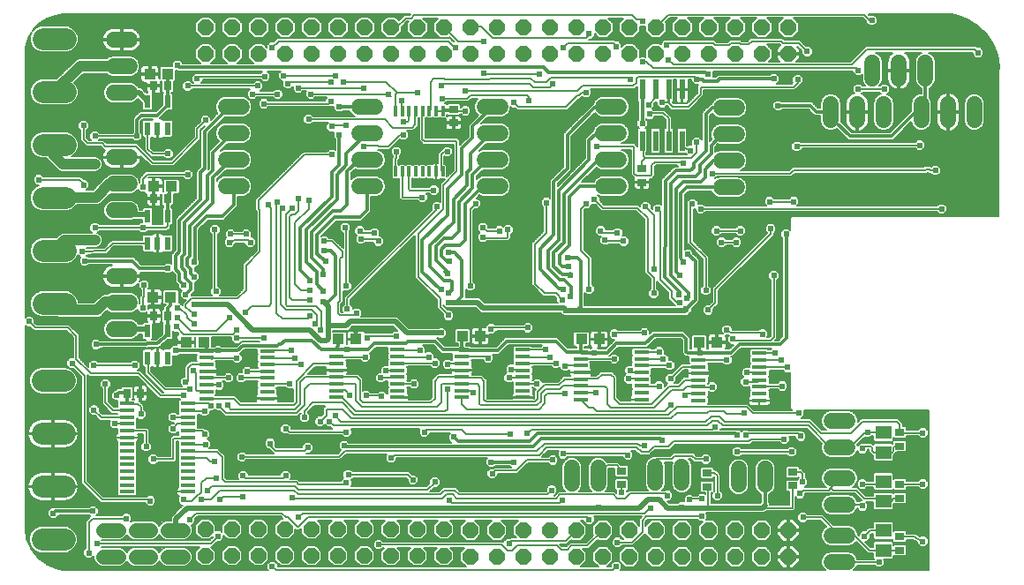
<source format=gbl>
G75*
G70*
%OFA0B0*%
%FSLAX24Y24*%
%IPPOS*%
%LPD*%
%AMOC8*
5,1,8,0,0,1.08239X$1,22.5*
%
%ADD10OC8,0.0600*%
%ADD11C,0.0600*%
%ADD12R,0.0580X0.0140*%
%ADD13R,0.0120X0.0390*%
%ADD14R,0.0220X0.0500*%
%ADD15R,0.0210X0.0780*%
%ADD16R,0.0354X0.0276*%
%ADD17C,0.0560*%
%ADD18R,0.0591X0.0512*%
%ADD19R,0.0276X0.0354*%
%ADD20R,0.0433X0.0394*%
%ADD21C,0.0825*%
%ADD22C,0.0060*%
%ADD23C,0.0238*%
%ADD24C,0.0118*%
%ADD25C,0.0197*%
%ADD26C,0.0356*%
%ADD27C,0.0394*%
D10*
X009848Y002526D03*
X010848Y002526D03*
X011848Y002526D03*
X012848Y002526D03*
X013848Y002526D03*
X014848Y002526D03*
X015848Y002526D03*
X016848Y002526D03*
X017848Y002526D03*
X018848Y002526D03*
X019848Y002486D03*
X020848Y002486D03*
X021848Y002486D03*
X022848Y002486D03*
X023848Y002486D03*
X024848Y002486D03*
X025848Y002486D03*
X026848Y002486D03*
X027848Y002486D03*
X028848Y002486D03*
X029848Y002486D03*
X030848Y002486D03*
X031848Y002486D03*
X031848Y003486D03*
X030848Y003486D03*
X029848Y003486D03*
X028848Y003486D03*
X027848Y003486D03*
X026848Y003486D03*
X025848Y003486D03*
X024848Y003486D03*
X023848Y003486D03*
X022848Y003486D03*
X021848Y003486D03*
X020848Y003486D03*
X019848Y003486D03*
X018848Y003526D03*
X017848Y003526D03*
X016848Y003526D03*
X015848Y003526D03*
X014848Y003526D03*
X013848Y003526D03*
X012848Y003526D03*
X011848Y003526D03*
X010848Y003526D03*
X009848Y003526D03*
X009852Y021486D03*
X010852Y021486D03*
X011852Y021486D03*
X012852Y021486D03*
X013852Y021486D03*
X014852Y021486D03*
X015852Y021486D03*
X016852Y021486D03*
X017852Y021486D03*
X018852Y021486D03*
X019852Y021486D03*
X020852Y021486D03*
X021852Y021486D03*
X022852Y021486D03*
X023852Y021486D03*
X024852Y021486D03*
X025852Y021486D03*
X026852Y021486D03*
X027852Y021486D03*
X028852Y021486D03*
X029852Y021486D03*
X030852Y021486D03*
X031852Y021486D03*
X031852Y022486D03*
X030852Y022486D03*
X029852Y022486D03*
X028852Y022486D03*
X027852Y022486D03*
X026852Y022486D03*
X025852Y022486D03*
X024852Y022486D03*
X023852Y022486D03*
X022852Y022486D03*
X021852Y022486D03*
X020852Y022486D03*
X019852Y022486D03*
X018852Y022486D03*
X017852Y022486D03*
X016852Y022486D03*
X015852Y022486D03*
X014852Y022486D03*
X013852Y022486D03*
X012852Y022486D03*
X011852Y022486D03*
X010852Y022486D03*
X009852Y022486D03*
D11*
X006979Y022018D02*
X006379Y022018D01*
X006379Y021018D02*
X006979Y021018D01*
X006979Y020018D02*
X006379Y020018D01*
X006379Y017569D02*
X006979Y017569D01*
X006979Y016569D02*
X006379Y016569D01*
X006379Y015569D02*
X006979Y015569D01*
X010615Y016486D02*
X011215Y016486D01*
X011215Y017486D02*
X010615Y017486D01*
X010615Y018486D02*
X011215Y018486D01*
X011215Y019486D02*
X010615Y019486D01*
X015654Y019486D02*
X016254Y019486D01*
X016254Y018486D02*
X015654Y018486D01*
X015654Y017486D02*
X016254Y017486D01*
X016254Y016486D02*
X015654Y016486D01*
X020379Y016486D02*
X020979Y016486D01*
X020979Y017486D02*
X020379Y017486D01*
X020379Y018486D02*
X020979Y018486D01*
X020979Y019486D02*
X020379Y019486D01*
X024867Y019486D02*
X025467Y019486D01*
X025467Y018486D02*
X024867Y018486D01*
X024867Y017486D02*
X025467Y017486D01*
X025467Y016486D02*
X024867Y016486D01*
X029316Y016447D02*
X029916Y016447D01*
X029916Y017447D02*
X029316Y017447D01*
X029316Y018447D02*
X029916Y018447D01*
X029916Y019447D02*
X029316Y019447D01*
X033458Y019585D02*
X033458Y018985D01*
X034458Y018985D02*
X034458Y019585D01*
X035458Y019585D02*
X035458Y018985D01*
X036883Y018985D02*
X036883Y019585D01*
X037033Y020560D02*
X037033Y021160D01*
X036033Y021160D02*
X036033Y020560D01*
X035033Y020560D02*
X035033Y021160D01*
X037883Y019585D02*
X037883Y018985D01*
X038883Y018985D02*
X038883Y019585D01*
X034089Y007620D02*
X033489Y007620D01*
X033489Y006620D02*
X034089Y006620D01*
X034089Y005455D02*
X033489Y005455D01*
X033489Y004455D02*
X034089Y004455D01*
X034089Y003289D02*
X033489Y003289D01*
X033489Y002289D02*
X034089Y002289D01*
X030982Y005206D02*
X030982Y005806D01*
X029982Y005806D02*
X029982Y005206D01*
X027832Y005285D02*
X027832Y005885D01*
X026832Y005885D02*
X026832Y005285D01*
X024683Y005245D02*
X024683Y005845D01*
X023683Y005845D02*
X023683Y005245D01*
X006979Y011081D02*
X006379Y011081D01*
X006379Y012081D02*
X006979Y012081D01*
X006979Y013081D02*
X006379Y013081D01*
D12*
X009883Y010264D03*
X009883Y010004D03*
X009883Y009744D03*
X009883Y009494D03*
X009883Y009234D03*
X009883Y008984D03*
X009883Y008724D03*
X009883Y008464D03*
X009191Y008268D03*
X009191Y008018D03*
X009191Y007758D03*
X009191Y007508D03*
X009191Y007248D03*
X009191Y006988D03*
X009191Y006738D03*
X009191Y006478D03*
X009191Y006228D03*
X009191Y005968D03*
X009191Y005708D03*
X009191Y005458D03*
X009191Y005198D03*
X009191Y004948D03*
X006891Y004948D03*
X006891Y005198D03*
X006891Y005458D03*
X006891Y005708D03*
X006891Y005968D03*
X006891Y006228D03*
X006891Y006478D03*
X006891Y006738D03*
X006891Y006988D03*
X006891Y007248D03*
X006891Y007508D03*
X006891Y007758D03*
X006891Y008018D03*
X006891Y008268D03*
X012183Y008464D03*
X012183Y008724D03*
X012183Y008984D03*
X012183Y009234D03*
X012183Y009494D03*
X012183Y009744D03*
X012183Y010004D03*
X012183Y010264D03*
X014804Y010303D03*
X014804Y010043D03*
X014804Y009783D03*
X014804Y009533D03*
X014804Y009273D03*
X014804Y009023D03*
X014804Y008763D03*
X014804Y008503D03*
X017104Y008503D03*
X017104Y008763D03*
X017104Y009023D03*
X017104Y009273D03*
X017104Y009533D03*
X017104Y009783D03*
X017104Y010043D03*
X017104Y010303D03*
X019529Y010303D03*
X019529Y010043D03*
X019529Y009783D03*
X019529Y009533D03*
X019529Y009273D03*
X019529Y009023D03*
X019529Y008763D03*
X019529Y008503D03*
X021829Y008503D03*
X021829Y008763D03*
X021829Y009023D03*
X021829Y009273D03*
X021829Y009533D03*
X021829Y009783D03*
X021829Y010043D03*
X021829Y010303D03*
X024017Y010225D03*
X024017Y009965D03*
X024017Y009705D03*
X024017Y009455D03*
X024017Y009195D03*
X024017Y008945D03*
X024017Y008685D03*
X024017Y008425D03*
X026317Y008425D03*
X026317Y008685D03*
X026317Y008945D03*
X026317Y009195D03*
X026317Y009455D03*
X026317Y009705D03*
X026317Y009965D03*
X026317Y010225D03*
X028466Y010185D03*
X028466Y009925D03*
X028466Y009665D03*
X028466Y009415D03*
X028466Y009155D03*
X028466Y008905D03*
X028466Y008645D03*
X028466Y008385D03*
X030766Y008385D03*
X030766Y008645D03*
X030766Y008905D03*
X030766Y009155D03*
X030766Y009415D03*
X030766Y009665D03*
X030766Y009925D03*
X030766Y010185D03*
D13*
X018819Y017034D03*
X018563Y017034D03*
X018307Y017034D03*
X018051Y017034D03*
X017795Y017034D03*
X017539Y017034D03*
X017283Y017034D03*
X017027Y017034D03*
X017027Y019332D03*
X017283Y019332D03*
X017539Y019332D03*
X017795Y019332D03*
X018051Y019332D03*
X018307Y019332D03*
X018563Y019332D03*
X018819Y019332D03*
D14*
X008411Y019677D03*
X007671Y019677D03*
X007671Y018657D03*
X008041Y018657D03*
X008411Y018657D03*
X008411Y015347D03*
X007671Y015347D03*
X007671Y014327D03*
X008041Y014327D03*
X008411Y014327D03*
X008411Y011016D03*
X007671Y011016D03*
X007671Y009996D03*
X008041Y009996D03*
X008411Y009996D03*
D15*
X026346Y018197D03*
X026846Y018197D03*
X027346Y018197D03*
X027846Y018197D03*
X027846Y020137D03*
X027346Y020137D03*
X026846Y020137D03*
X026346Y020137D03*
D16*
X026328Y017144D03*
X026328Y016632D03*
X019222Y018872D03*
X019222Y019384D03*
X036072Y007179D03*
X036072Y006667D03*
X036072Y005211D03*
X036072Y004699D03*
X036072Y003242D03*
X036072Y002730D03*
X032017Y005171D03*
X032017Y005683D03*
X028789Y005644D03*
X028789Y005132D03*
X025561Y005211D03*
X025561Y005722D03*
D17*
X008990Y003486D02*
X008430Y003486D01*
X007770Y003486D02*
X007210Y003486D01*
X006549Y003486D02*
X005989Y003486D01*
X005989Y002486D02*
X006549Y002486D01*
X007210Y002486D02*
X007770Y002486D01*
X008430Y002486D02*
X008990Y002486D01*
D18*
X035443Y002730D03*
X035443Y003478D03*
X035443Y004581D03*
X035443Y005329D03*
X035443Y006431D03*
X035443Y007179D03*
D19*
X008419Y011581D03*
X007907Y011581D03*
X007399Y008663D03*
X006887Y008663D03*
X007903Y016018D03*
X008415Y016018D03*
X008415Y020277D03*
X007903Y020277D03*
D20*
X007746Y020722D03*
X008415Y020722D03*
X008569Y016474D03*
X007899Y016474D03*
X007868Y012297D03*
X008537Y012297D03*
X009108Y010596D03*
X009777Y010596D03*
X014872Y010703D03*
X015541Y010703D03*
X019557Y010821D03*
X020226Y010821D03*
X024045Y010703D03*
X024714Y010703D03*
X028494Y010585D03*
X029163Y010585D03*
D21*
X004548Y012041D02*
X003723Y012041D01*
X003723Y014041D02*
X004548Y014041D01*
X004548Y016041D02*
X003723Y016041D01*
X003723Y018041D02*
X004548Y018041D01*
X004548Y020041D02*
X003723Y020041D01*
X003723Y022041D02*
X004548Y022041D01*
X004509Y009136D02*
X003684Y009136D01*
X003684Y007136D02*
X004509Y007136D01*
X004509Y005136D02*
X003684Y005136D01*
X003684Y003136D02*
X004509Y003136D01*
D22*
X005233Y002605D02*
X003405Y002605D01*
X003452Y002547D02*
X005233Y002547D01*
X005233Y002545D02*
X005356Y002423D01*
X005529Y002423D01*
X005619Y002513D01*
X005619Y002413D01*
X005676Y002277D01*
X005780Y002172D01*
X005916Y002116D01*
X006623Y002116D01*
X006759Y002172D01*
X006863Y002277D01*
X006880Y002317D01*
X006896Y002277D01*
X007000Y002172D01*
X007136Y002116D01*
X007843Y002116D01*
X007979Y002172D01*
X008083Y002277D01*
X008100Y002317D01*
X008117Y002277D01*
X008221Y002172D01*
X008357Y002116D01*
X009064Y002116D01*
X009200Y002172D01*
X009304Y002277D01*
X009360Y002413D01*
X009360Y002560D01*
X009304Y002696D01*
X009200Y002800D01*
X009064Y002856D01*
X008357Y002856D01*
X008221Y002800D01*
X008117Y002696D01*
X008100Y002656D01*
X008083Y002696D01*
X007979Y002800D01*
X007843Y002856D01*
X007136Y002856D01*
X007000Y002800D01*
X006896Y002696D01*
X006880Y002656D01*
X006863Y002696D01*
X006759Y002800D01*
X006623Y002856D01*
X005923Y002856D01*
X005933Y002866D01*
X009637Y002866D01*
X009458Y002687D01*
X009458Y002364D01*
X009686Y002136D01*
X010010Y002136D01*
X010238Y002364D01*
X010238Y002687D01*
X010059Y002866D01*
X010099Y002866D01*
X010285Y003053D01*
X010411Y003053D01*
X010533Y003175D01*
X010533Y003289D01*
X010686Y003136D01*
X011010Y003136D01*
X011238Y003364D01*
X011238Y003687D01*
X011010Y003915D01*
X010686Y003915D01*
X010458Y003687D01*
X010458Y003424D01*
X010411Y003471D01*
X010238Y003471D01*
X010238Y003687D01*
X010010Y003915D01*
X009686Y003915D01*
X009458Y003687D01*
X009458Y003364D01*
X009686Y003136D01*
X010010Y003136D01*
X010115Y003241D01*
X010115Y003222D01*
X009999Y003106D01*
X005933Y003106D01*
X005923Y003116D01*
X006623Y003116D01*
X006759Y003172D01*
X006863Y003277D01*
X006880Y003317D01*
X006896Y003277D01*
X007000Y003172D01*
X007136Y003116D01*
X007843Y003116D01*
X007979Y003172D01*
X008083Y003277D01*
X008100Y003317D01*
X008117Y003277D01*
X008221Y003172D01*
X008357Y003116D01*
X009064Y003116D01*
X009200Y003172D01*
X009304Y003277D01*
X009360Y003413D01*
X009360Y003560D01*
X009309Y003683D01*
X009348Y003683D01*
X009470Y003805D01*
X009470Y003931D01*
X009547Y004008D01*
X012676Y004008D01*
X012769Y003915D01*
X012686Y003915D01*
X012458Y003687D01*
X012458Y003364D01*
X012686Y003136D01*
X013010Y003136D01*
X013238Y003364D01*
X013238Y003525D01*
X013267Y003496D01*
X013366Y003496D01*
X013406Y003496D01*
X013458Y003549D01*
X013458Y003364D01*
X013686Y003136D01*
X014010Y003136D01*
X014238Y003364D01*
X014238Y003687D01*
X014075Y003850D01*
X014621Y003850D01*
X014458Y003687D01*
X014458Y003364D01*
X014686Y003136D01*
X015010Y003136D01*
X015238Y003364D01*
X015238Y003687D01*
X015075Y003850D01*
X015621Y003850D01*
X015458Y003687D01*
X015458Y003364D01*
X015686Y003136D01*
X016010Y003136D01*
X016238Y003364D01*
X016238Y003687D01*
X016075Y003850D01*
X016621Y003850D01*
X016458Y003687D01*
X016458Y003364D01*
X016686Y003136D01*
X017010Y003136D01*
X017238Y003364D01*
X017238Y003687D01*
X017075Y003850D01*
X017621Y003850D01*
X017458Y003687D01*
X017458Y003364D01*
X017686Y003136D01*
X018010Y003136D01*
X018238Y003364D01*
X018238Y003687D01*
X018075Y003850D01*
X018621Y003850D01*
X018458Y003687D01*
X018458Y003364D01*
X018686Y003136D01*
X019010Y003136D01*
X019238Y003364D01*
X019238Y003687D01*
X019075Y003850D01*
X019661Y003850D01*
X019458Y003648D01*
X019458Y003325D01*
X019686Y003096D01*
X020010Y003096D01*
X020238Y003325D01*
X020238Y003648D01*
X020035Y003850D01*
X020661Y003850D01*
X020458Y003648D01*
X020458Y003325D01*
X020686Y003096D01*
X021010Y003096D01*
X021238Y003325D01*
X021238Y003648D01*
X021035Y003850D01*
X021661Y003850D01*
X021458Y003648D01*
X021458Y003325D01*
X021578Y003205D01*
X021357Y003205D01*
X021348Y003195D01*
X021222Y003195D01*
X021100Y003073D01*
X021100Y003050D01*
X021083Y003067D01*
X016563Y003067D01*
X016474Y003156D01*
X016301Y003156D01*
X016178Y003033D01*
X016178Y002860D01*
X016301Y002738D01*
X016474Y002738D01*
X016563Y002827D01*
X016598Y002827D01*
X016458Y002687D01*
X016458Y002364D01*
X016686Y002136D01*
X017010Y002136D01*
X017238Y002364D01*
X017238Y002687D01*
X017098Y002827D01*
X017598Y002827D01*
X017458Y002687D01*
X017458Y002364D01*
X017686Y002136D01*
X018010Y002136D01*
X018238Y002364D01*
X018238Y002687D01*
X018098Y002827D01*
X018598Y002827D01*
X018458Y002687D01*
X018458Y002364D01*
X018686Y002136D01*
X019010Y002136D01*
X019238Y002364D01*
X019238Y002687D01*
X019098Y002827D01*
X019637Y002827D01*
X019458Y002648D01*
X019458Y002325D01*
X019681Y002102D01*
X012581Y002102D01*
X012581Y002207D01*
X012458Y002329D01*
X012285Y002329D01*
X012163Y002207D01*
X012163Y002033D01*
X012222Y001974D01*
X004508Y001974D01*
X004299Y002011D01*
X003897Y002168D01*
X003550Y002424D01*
X003280Y002761D01*
X003107Y003156D01*
X003042Y003583D01*
X003050Y003756D01*
X003053Y003759D01*
X003053Y003806D01*
X003058Y003852D01*
X003053Y003858D01*
X003053Y011222D01*
X003112Y011163D01*
X003238Y011163D01*
X003385Y011016D01*
X003484Y011016D01*
X004605Y011016D01*
X004850Y010771D01*
X004850Y010006D01*
X004726Y010006D01*
X004604Y009884D01*
X004604Y009711D01*
X004724Y009591D01*
X004609Y009638D01*
X003584Y009638D01*
X003399Y009562D01*
X003258Y009420D01*
X003181Y009236D01*
X003181Y009036D01*
X003258Y008851D01*
X003399Y008710D01*
X003584Y008633D01*
X004609Y008633D01*
X004793Y008710D01*
X004935Y008851D01*
X005011Y009036D01*
X005011Y009236D01*
X004935Y009420D01*
X004793Y009562D01*
X004729Y009588D01*
X004852Y009588D01*
X005165Y009275D01*
X005165Y005259D01*
X005235Y005189D01*
X005905Y004520D01*
X006004Y004520D01*
X007556Y004520D01*
X007556Y004514D01*
X007679Y004391D01*
X007852Y004391D01*
X007974Y004514D01*
X007974Y004687D01*
X007852Y004809D01*
X007679Y004809D01*
X007629Y004760D01*
X006004Y004760D01*
X005405Y005359D01*
X005405Y009275D01*
X005405Y009350D01*
X005472Y009283D01*
X005571Y009283D01*
X007283Y009283D01*
X008039Y008527D01*
X008109Y008457D01*
X008850Y008457D01*
X008878Y008428D01*
X008864Y008428D01*
X008811Y008375D01*
X008811Y008161D01*
X008829Y008143D01*
X008811Y008125D01*
X008811Y007911D01*
X008834Y007888D01*
X008824Y007878D01*
X008799Y007878D01*
X008718Y007959D01*
X008545Y007959D01*
X008422Y007836D01*
X008422Y007663D01*
X008545Y007541D01*
X008656Y007541D01*
X008644Y007526D01*
X008545Y007526D01*
X008422Y007403D01*
X008422Y007230D01*
X008545Y007108D01*
X008718Y007108D01*
X008811Y007201D01*
X008811Y007141D01*
X008834Y007118D01*
X008811Y007095D01*
X008811Y007082D01*
X008621Y007082D01*
X008551Y007012D01*
X008511Y006973D01*
X008511Y006873D01*
X008511Y006295D01*
X008059Y006295D01*
X007970Y006384D01*
X007797Y006384D01*
X007674Y006262D01*
X007674Y006089D01*
X007797Y005966D01*
X007970Y005966D01*
X008059Y006055D01*
X008582Y006055D01*
X008681Y006055D01*
X008751Y006125D01*
X008751Y006843D01*
X008811Y006843D01*
X008811Y006631D01*
X008834Y006608D01*
X008811Y006585D01*
X008811Y006371D01*
X008829Y006353D01*
X008811Y006335D01*
X008811Y006121D01*
X008834Y006098D01*
X008811Y006075D01*
X008811Y005861D01*
X008834Y005838D01*
X008811Y005815D01*
X008811Y005601D01*
X008829Y005583D01*
X008811Y005565D01*
X008811Y005351D01*
X008834Y005328D01*
X008811Y005305D01*
X008811Y005112D01*
X008797Y005098D01*
X008780Y005068D01*
X008771Y005035D01*
X008771Y004953D01*
X009186Y004953D01*
X009186Y004943D01*
X008771Y004943D01*
X008771Y004861D01*
X008780Y004828D01*
X008797Y004798D01*
X008821Y004774D01*
X008848Y004758D01*
X008816Y004726D01*
X008816Y004553D01*
X008939Y004431D01*
X008983Y004431D01*
X008955Y004403D01*
X008549Y003997D01*
X008549Y003856D01*
X008357Y003856D01*
X008221Y003800D01*
X008117Y003696D01*
X008100Y003656D01*
X008083Y003696D01*
X007979Y003800D01*
X007843Y003856D01*
X007136Y003856D01*
X007041Y003817D01*
X007069Y003844D01*
X007069Y004018D01*
X006946Y004140D01*
X006773Y004140D01*
X006684Y004051D01*
X005740Y004051D01*
X005809Y004120D01*
X005809Y004293D01*
X005687Y004416D01*
X005513Y004416D01*
X005453Y004356D01*
X004244Y004356D01*
X004121Y004356D01*
X004102Y004337D01*
X004017Y004337D01*
X003895Y004214D01*
X003895Y004041D01*
X004017Y003919D01*
X004191Y003919D01*
X004313Y004041D01*
X004313Y004058D01*
X005453Y004058D01*
X005505Y004006D01*
X005393Y003894D01*
X005323Y003823D01*
X005323Y002807D01*
X005233Y002718D01*
X005233Y002545D01*
X005290Y002488D02*
X003498Y002488D01*
X003545Y002430D02*
X005349Y002430D01*
X005536Y002430D02*
X005619Y002430D01*
X005619Y002488D02*
X005595Y002488D01*
X005636Y002371D02*
X003622Y002371D01*
X003701Y002313D02*
X005661Y002313D01*
X005698Y002254D02*
X003781Y002254D01*
X003860Y002196D02*
X005756Y002196D01*
X005865Y002137D02*
X003977Y002137D01*
X004127Y002079D02*
X012163Y002079D01*
X012163Y002137D02*
X012011Y002137D01*
X012010Y002136D02*
X012238Y002364D01*
X012238Y002687D01*
X012010Y002915D01*
X011686Y002915D01*
X011458Y002687D01*
X011458Y002364D01*
X011686Y002136D01*
X012010Y002136D01*
X012070Y002196D02*
X012163Y002196D01*
X012128Y002254D02*
X012210Y002254D01*
X012187Y002313D02*
X012269Y002313D01*
X012238Y002371D02*
X012458Y002371D01*
X012458Y002364D02*
X012686Y002136D01*
X013010Y002136D01*
X013238Y002364D01*
X013238Y002687D01*
X013010Y002915D01*
X012686Y002915D01*
X012458Y002687D01*
X012458Y002364D01*
X012474Y002313D02*
X012509Y002313D01*
X012533Y002254D02*
X012568Y002254D01*
X012581Y002196D02*
X012626Y002196D01*
X012581Y002137D02*
X012685Y002137D01*
X012509Y001982D02*
X025226Y001982D01*
X025364Y002120D01*
X025514Y001974D02*
X025573Y002033D01*
X025573Y002207D01*
X025450Y002329D01*
X025277Y002329D01*
X025155Y002207D01*
X025155Y002102D01*
X025016Y002102D01*
X025238Y002325D01*
X025238Y002648D01*
X025010Y002876D01*
X024686Y002876D01*
X024458Y002648D01*
X024458Y002325D01*
X024681Y002102D01*
X024016Y002102D01*
X024238Y002325D01*
X024238Y002648D01*
X024098Y002787D01*
X024220Y002787D01*
X024319Y002787D01*
X024657Y003126D01*
X024686Y003096D01*
X025010Y003096D01*
X025238Y003325D01*
X025238Y003648D01*
X025010Y003876D01*
X024686Y003876D01*
X024458Y003648D01*
X024458Y003325D01*
X024487Y003295D01*
X024220Y003027D01*
X023721Y003027D01*
X023621Y003027D01*
X023464Y002870D01*
X023327Y002870D01*
X023240Y002957D01*
X023551Y002957D01*
X023496Y002965D02*
X023657Y003126D01*
X023686Y003096D01*
X024010Y003096D01*
X024238Y003325D01*
X024238Y003648D01*
X024035Y003850D01*
X024131Y003850D01*
X024131Y003805D01*
X024254Y003683D01*
X024427Y003683D01*
X024549Y003805D01*
X024549Y003978D01*
X024519Y004008D01*
X026334Y004008D01*
X026228Y003902D01*
X026228Y003803D01*
X026228Y003658D01*
X026010Y003876D01*
X025686Y003876D01*
X025458Y003648D01*
X025458Y003325D01*
X025637Y003145D01*
X025579Y003145D01*
X025490Y003235D01*
X025317Y003235D01*
X025194Y003112D01*
X025194Y002939D01*
X025317Y002816D01*
X025490Y002816D01*
X025579Y002906D01*
X025905Y002906D01*
X026004Y002906D01*
X026398Y003299D01*
X026458Y003360D01*
X026458Y003325D01*
X026686Y003096D01*
X027010Y003096D01*
X027238Y003325D01*
X027238Y003648D01*
X027010Y003876D01*
X026686Y003876D01*
X026468Y003658D01*
X026468Y003803D01*
X026555Y003890D01*
X028314Y003890D01*
X028318Y003886D01*
X028417Y003886D01*
X028419Y003887D01*
X028506Y003801D01*
X028611Y003801D01*
X028458Y003648D01*
X028458Y003325D01*
X028686Y003096D01*
X029010Y003096D01*
X029238Y003325D01*
X029238Y003648D01*
X029010Y003876D01*
X028754Y003876D01*
X028801Y003923D01*
X028801Y004096D01*
X028761Y004136D01*
X030954Y004136D01*
X031022Y004205D01*
X031968Y004205D01*
X032067Y004205D01*
X032137Y004275D01*
X032137Y004736D01*
X032206Y004667D01*
X032379Y004667D01*
X032502Y004789D01*
X032502Y004874D01*
X033346Y004874D01*
X033445Y004874D01*
X033474Y004903D01*
X033503Y004874D01*
X034369Y004874D01*
X034631Y004612D01*
X034569Y004612D01*
X034531Y004575D01*
X034461Y004575D01*
X034420Y004676D01*
X034310Y004785D01*
X034167Y004845D01*
X033411Y004845D01*
X033268Y004785D01*
X033158Y004676D01*
X033099Y004532D01*
X033099Y004377D01*
X033158Y004234D01*
X033268Y004124D01*
X033411Y004065D01*
X034167Y004065D01*
X034310Y004124D01*
X034420Y004234D01*
X034452Y004311D01*
X034569Y004194D01*
X034742Y004194D01*
X034864Y004317D01*
X034864Y004490D01*
X034795Y004559D01*
X035057Y004559D01*
X035057Y004287D01*
X035110Y004235D01*
X035775Y004235D01*
X035828Y004287D01*
X035828Y004469D01*
X035844Y004485D01*
X035858Y004471D01*
X036287Y004471D01*
X036340Y004524D01*
X036340Y004874D01*
X036287Y004926D01*
X035858Y004926D01*
X035817Y004885D01*
X035775Y004926D01*
X035110Y004926D01*
X035057Y004874D01*
X035057Y004799D01*
X034784Y004799D01*
X034469Y005114D01*
X034369Y005114D01*
X034286Y005114D01*
X034310Y005124D01*
X034420Y005234D01*
X034446Y005298D01*
X034446Y005144D01*
X034569Y005021D01*
X034742Y005021D01*
X034831Y005110D01*
X035057Y005110D01*
X035057Y005035D01*
X035110Y004983D01*
X035775Y004983D01*
X035817Y005024D01*
X035858Y004983D01*
X036287Y004983D01*
X036340Y005035D01*
X036340Y005110D01*
X036763Y005110D01*
X036852Y005021D01*
X037025Y005021D01*
X037148Y005144D01*
X037148Y005317D01*
X037025Y005439D01*
X036852Y005439D01*
X036763Y005350D01*
X036340Y005350D01*
X036340Y005386D01*
X036287Y005438D01*
X035858Y005438D01*
X035828Y005408D01*
X035828Y005622D01*
X035775Y005675D01*
X035110Y005675D01*
X035057Y005622D01*
X035057Y005350D01*
X034831Y005350D01*
X034742Y005439D01*
X034569Y005439D01*
X034460Y005330D01*
X034479Y005377D01*
X034479Y005532D01*
X034420Y005676D01*
X034310Y005785D01*
X034167Y005845D01*
X033411Y005845D01*
X033268Y005785D01*
X033158Y005676D01*
X033099Y005532D01*
X033099Y005377D01*
X033158Y005234D01*
X033268Y005124D01*
X033292Y005114D01*
X032492Y005114D01*
X032600Y005222D01*
X032600Y005396D01*
X032511Y005485D01*
X032511Y005555D01*
X032511Y005654D01*
X032433Y005733D01*
X032362Y005803D01*
X032284Y005803D01*
X032284Y005858D01*
X032232Y005911D01*
X031803Y005911D01*
X031750Y005858D01*
X031750Y005508D01*
X031803Y005455D01*
X032232Y005455D01*
X032271Y005495D01*
X032271Y005485D01*
X032186Y005399D01*
X031803Y005399D01*
X031750Y005346D01*
X031750Y004996D01*
X031803Y004943D01*
X031897Y004943D01*
X031897Y004445D01*
X031170Y004445D01*
X031170Y004509D01*
X031131Y004548D01*
X031131Y004845D01*
X031203Y004875D01*
X031312Y004985D01*
X031372Y005128D01*
X031372Y005883D01*
X031312Y006027D01*
X031203Y006136D01*
X031059Y006196D01*
X030904Y006196D01*
X030761Y006136D01*
X030651Y006027D01*
X030592Y005883D01*
X030592Y005128D01*
X030651Y004985D01*
X030761Y004875D01*
X030833Y004845D01*
X030833Y004548D01*
X030798Y004513D01*
X028948Y004513D01*
X028948Y004904D01*
X028994Y004904D01*
X028974Y004884D01*
X028974Y004711D01*
X029096Y004588D01*
X029269Y004588D01*
X029392Y004711D01*
X029392Y004884D01*
X029303Y004973D01*
X029303Y005495D01*
X029303Y005595D01*
X029185Y005713D01*
X029114Y005783D01*
X029056Y005783D01*
X029056Y005819D01*
X029003Y005871D01*
X028575Y005871D01*
X028522Y005819D01*
X028522Y005469D01*
X028575Y005416D01*
X029003Y005416D01*
X029056Y005469D01*
X029056Y005502D01*
X029063Y005495D01*
X029063Y004973D01*
X029056Y004966D01*
X029056Y005307D01*
X029003Y005360D01*
X028575Y005360D01*
X028522Y005307D01*
X028522Y004957D01*
X028575Y004904D01*
X028708Y004904D01*
X028708Y004858D01*
X028679Y004888D01*
X028506Y004888D01*
X028416Y004799D01*
X028256Y004799D01*
X028206Y004849D01*
X028033Y004849D01*
X027911Y004726D01*
X027911Y004573D01*
X027746Y004573D01*
X027686Y004513D01*
X027371Y004513D01*
X027296Y004588D01*
X027379Y004588D01*
X027502Y004711D01*
X027502Y004884D01*
X027379Y005006D01*
X027206Y005006D01*
X027105Y005006D01*
X027095Y004996D02*
X027163Y005064D01*
X027501Y005064D01*
X027502Y005064D02*
X027611Y004954D01*
X027755Y004895D01*
X027910Y004895D01*
X028053Y004954D01*
X028163Y005064D01*
X028522Y005064D01*
X028522Y005006D02*
X028105Y005006D01*
X028163Y005064D02*
X028222Y005207D01*
X028222Y005962D01*
X028163Y006105D01*
X028095Y006173D01*
X028188Y006173D01*
X028236Y006125D01*
X028306Y006055D01*
X028574Y006055D01*
X028663Y005966D01*
X028836Y005966D01*
X028959Y006089D01*
X028959Y006262D01*
X028836Y006384D01*
X028663Y006384D01*
X028574Y006295D01*
X028406Y006295D01*
X028287Y006413D01*
X028188Y006413D01*
X027519Y006413D01*
X027449Y006343D01*
X027401Y006295D01*
X026949Y006295D01*
X026849Y006295D01*
X026829Y006275D01*
X026755Y006275D01*
X026611Y006215D01*
X026502Y006105D01*
X026442Y005962D01*
X026442Y005207D01*
X026502Y005064D01*
X026569Y004996D01*
X025826Y004996D01*
X025770Y004940D01*
X025770Y004983D01*
X025775Y004983D01*
X025828Y005035D01*
X025828Y005386D01*
X025775Y005438D01*
X025346Y005438D01*
X025293Y005386D01*
X025293Y005035D01*
X025346Y004983D01*
X025352Y004983D01*
X025352Y004900D01*
X025295Y004956D01*
X025196Y004956D01*
X024945Y004956D01*
X025013Y005024D01*
X025073Y005168D01*
X025073Y005819D01*
X025293Y005819D01*
X025293Y005547D01*
X025346Y005495D01*
X025775Y005495D01*
X025828Y005547D01*
X025828Y005897D01*
X025775Y005950D01*
X025529Y005950D01*
X025503Y005982D01*
X025503Y005989D01*
X025472Y006019D01*
X025445Y006053D01*
X025438Y006054D01*
X025433Y006059D01*
X025389Y006059D01*
X025346Y006063D01*
X025341Y006059D01*
X025016Y006059D01*
X025013Y006066D01*
X024904Y006176D01*
X024760Y006235D01*
X024605Y006235D01*
X024462Y006176D01*
X024352Y006066D01*
X024293Y005923D01*
X024293Y005168D01*
X024352Y005024D01*
X024420Y004956D01*
X023945Y004956D01*
X024013Y005024D01*
X024073Y005168D01*
X024073Y005923D01*
X024013Y006066D01*
X023904Y006176D01*
X023760Y006235D01*
X023605Y006235D01*
X023462Y006176D01*
X023352Y006066D01*
X023293Y005923D01*
X023293Y005168D01*
X023352Y005024D01*
X023420Y004956D01*
X023287Y004956D01*
X023188Y004956D01*
X023031Y004799D01*
X023023Y004799D01*
X023132Y004907D01*
X023132Y005081D01*
X023009Y005203D01*
X022836Y005203D01*
X022714Y005081D01*
X022714Y004956D01*
X019469Y004956D01*
X019311Y005114D01*
X019212Y005114D01*
X018818Y005114D01*
X018748Y005044D01*
X018661Y004956D01*
X018332Y004956D01*
X018500Y005100D01*
X018600Y005100D01*
X018722Y005222D01*
X018722Y005396D01*
X018600Y005518D01*
X018427Y005518D01*
X018304Y005396D01*
X018304Y005248D01*
X018193Y005153D01*
X015346Y005153D01*
X015376Y005183D01*
X015376Y005356D01*
X015344Y005388D01*
X015421Y005465D01*
X017440Y005465D01*
X017478Y005427D01*
X017478Y005301D01*
X017600Y005179D01*
X017773Y005179D01*
X017896Y005301D01*
X017896Y005474D01*
X018383Y005474D01*
X018324Y005416D02*
X017896Y005416D01*
X017896Y005474D02*
X017773Y005597D01*
X017647Y005597D01*
X017539Y005705D01*
X017440Y005705D01*
X015421Y005705D01*
X015332Y005794D01*
X015159Y005794D01*
X015037Y005671D01*
X015037Y005498D01*
X015068Y005466D01*
X014958Y005356D01*
X014958Y005350D01*
X013406Y005350D01*
X013397Y005359D01*
X013327Y005429D01*
X013063Y005429D01*
X013092Y005459D01*
X013092Y005632D01*
X012970Y005754D01*
X012797Y005754D01*
X012674Y005632D01*
X012674Y005586D01*
X011478Y005586D01*
X011478Y005632D01*
X011356Y005754D01*
X011183Y005754D01*
X011060Y005632D01*
X011060Y005459D01*
X011090Y005429D01*
X010650Y005429D01*
X010602Y005477D01*
X010602Y006204D01*
X010602Y006304D01*
X010405Y006500D01*
X010335Y006571D01*
X009992Y006571D01*
X010061Y006640D01*
X010061Y006813D01*
X009939Y006935D01*
X009924Y006935D01*
X010022Y007033D01*
X010022Y007207D01*
X009899Y007329D01*
X009817Y007329D01*
X009806Y007346D01*
X009793Y007349D01*
X009784Y007358D01*
X009746Y007358D01*
X009709Y007365D01*
X009698Y007358D01*
X009568Y007358D01*
X009548Y007378D01*
X009571Y007401D01*
X009571Y007615D01*
X009553Y007633D01*
X009571Y007651D01*
X009571Y007865D01*
X009570Y007866D01*
X009637Y007866D01*
X009726Y007777D01*
X009899Y007777D01*
X010022Y007900D01*
X010022Y007974D01*
X010135Y007974D01*
X010206Y008045D01*
X010277Y007974D01*
X010403Y007974D01*
X010590Y007787D01*
X010689Y007787D01*
X013327Y007787D01*
X013397Y007858D01*
X013472Y007933D01*
X013472Y007926D01*
X013383Y007836D01*
X013383Y007663D01*
X013506Y007541D01*
X013679Y007541D01*
X013801Y007663D01*
X013801Y007836D01*
X013712Y007926D01*
X013712Y007936D01*
X013957Y008181D01*
X014365Y008181D01*
X014299Y008115D01*
X014299Y007878D01*
X014222Y007801D01*
X014096Y007801D01*
X013974Y007679D01*
X013974Y007506D01*
X014096Y007383D01*
X014269Y007383D01*
X014360Y007474D01*
X014450Y007383D01*
X014576Y007383D01*
X014641Y007319D01*
X013092Y007319D01*
X013092Y007403D01*
X012970Y007526D01*
X012797Y007526D01*
X012674Y007403D01*
X012674Y007230D01*
X012797Y007108D01*
X012962Y007108D01*
X012991Y007079D01*
X013001Y007079D01*
X013009Y007073D01*
X013049Y007079D01*
X014991Y007079D01*
X015080Y006990D01*
X015254Y006990D01*
X015376Y007112D01*
X015376Y007285D01*
X015346Y007315D01*
X017940Y007315D01*
X017911Y007285D01*
X017911Y007112D01*
X018033Y006990D01*
X018206Y006990D01*
X018329Y007112D01*
X018329Y007157D01*
X019082Y007157D01*
X019013Y007088D01*
X019013Y006915D01*
X019132Y006797D01*
X015274Y006797D01*
X015175Y006896D01*
X015002Y006896D01*
X014879Y006774D01*
X014879Y006600D01*
X014974Y006506D01*
X014842Y006374D01*
X013646Y006374D01*
X013671Y006399D01*
X013797Y006399D01*
X013919Y006522D01*
X013919Y006695D01*
X013797Y006817D01*
X013624Y006817D01*
X013501Y006695D01*
X013501Y006610D01*
X012539Y006610D01*
X012486Y006663D01*
X012502Y006679D01*
X012502Y006852D01*
X012379Y006975D01*
X012206Y006975D01*
X012084Y006852D01*
X012084Y006679D01*
X012206Y006557D01*
X012254Y006557D01*
X012370Y006440D01*
X012436Y006374D01*
X011406Y006374D01*
X011316Y006463D01*
X011143Y006463D01*
X011021Y006340D01*
X011021Y006167D01*
X011143Y006045D01*
X011316Y006045D01*
X011406Y006134D01*
X014941Y006134D01*
X015011Y006204D01*
X015158Y006350D01*
X016700Y006350D01*
X016651Y006301D01*
X016651Y006128D01*
X016773Y006005D01*
X016946Y006005D01*
X017069Y006128D01*
X017069Y006213D01*
X020499Y006213D01*
X020430Y006144D01*
X020430Y005970D01*
X020553Y005848D01*
X020726Y005848D01*
X020786Y005908D01*
X021359Y005908D01*
X021405Y005862D01*
X020847Y005862D01*
X020747Y005862D01*
X020718Y005833D01*
X020592Y005833D01*
X020470Y005711D01*
X020470Y005537D01*
X020592Y005415D01*
X020765Y005415D01*
X020888Y005537D01*
X020888Y005622D01*
X021634Y005622D01*
X021704Y005692D01*
X022028Y006016D01*
X022787Y006016D01*
X022876Y005927D01*
X023049Y005927D01*
X023171Y006049D01*
X023171Y006222D01*
X023049Y006345D01*
X022876Y006345D01*
X022787Y006256D01*
X022543Y006256D01*
X022570Y006283D01*
X022776Y006488D01*
X023177Y006488D01*
X023147Y006459D01*
X023147Y006285D01*
X023269Y006163D01*
X023442Y006163D01*
X023532Y006252D01*
X025588Y006252D01*
X025588Y006246D01*
X025710Y006124D01*
X025883Y006124D01*
X026006Y006246D01*
X026006Y006419D01*
X025937Y006488D01*
X026070Y006488D01*
X026229Y006361D01*
X026259Y006331D01*
X026267Y006331D01*
X026272Y006326D01*
X026315Y006331D01*
X026634Y006331D01*
X026704Y006401D01*
X026831Y006528D01*
X027382Y006528D01*
X029722Y006528D01*
X029722Y006537D02*
X029722Y006364D01*
X029844Y006242D01*
X030017Y006242D01*
X030106Y006331D01*
X031802Y006331D01*
X031891Y006242D01*
X032065Y006242D01*
X032187Y006364D01*
X032187Y006537D01*
X032065Y006660D01*
X031891Y006660D01*
X031802Y006571D01*
X030106Y006571D01*
X030017Y006660D01*
X029844Y006660D01*
X029722Y006537D01*
X029722Y006469D02*
X026773Y006469D01*
X026714Y006411D02*
X027516Y006411D01*
X027458Y006352D02*
X026655Y006352D01*
X026660Y006235D02*
X025995Y006235D01*
X026006Y006294D02*
X026848Y006294D01*
X026899Y006175D02*
X026820Y006096D01*
X026820Y005596D01*
X026832Y005585D01*
X026442Y005591D02*
X025828Y005591D01*
X025828Y005650D02*
X026442Y005650D01*
X026442Y005708D02*
X025828Y005708D01*
X025828Y005767D02*
X026442Y005767D01*
X026442Y005825D02*
X025828Y005825D01*
X025828Y005884D02*
X026442Y005884D01*
X026442Y005942D02*
X025783Y005942D01*
X025657Y006177D02*
X024902Y006177D01*
X024961Y006118D02*
X026514Y006118D01*
X026483Y006060D02*
X025383Y006060D01*
X025341Y006060D02*
X025016Y006060D01*
X025009Y005939D02*
X025383Y005939D01*
X025561Y005722D01*
X025293Y005708D02*
X025073Y005708D01*
X025073Y005650D02*
X025293Y005650D01*
X025293Y005591D02*
X025073Y005591D01*
X025073Y005533D02*
X025308Y005533D01*
X025323Y005416D02*
X025073Y005416D01*
X025073Y005474D02*
X026442Y005474D01*
X026442Y005416D02*
X025798Y005416D01*
X025828Y005357D02*
X026442Y005357D01*
X026442Y005298D02*
X025828Y005298D01*
X025828Y005240D02*
X026442Y005240D01*
X026453Y005181D02*
X025828Y005181D01*
X025828Y005123D02*
X026477Y005123D01*
X026501Y005064D02*
X025828Y005064D01*
X025798Y005006D02*
X026560Y005006D01*
X027095Y004996D02*
X027164Y004996D01*
X027196Y004996D01*
X027206Y005006D01*
X027163Y005064D02*
X027222Y005207D01*
X027222Y005962D01*
X027184Y006055D01*
X027401Y006055D01*
X027481Y006055D01*
X027442Y005962D01*
X027442Y005207D01*
X027502Y005064D01*
X027477Y005123D02*
X027187Y005123D01*
X027212Y005181D02*
X027453Y005181D01*
X027442Y005240D02*
X027222Y005240D01*
X027222Y005298D02*
X027442Y005298D01*
X027442Y005357D02*
X027222Y005357D01*
X027222Y005416D02*
X027442Y005416D01*
X027442Y005474D02*
X027222Y005474D01*
X027222Y005533D02*
X027442Y005533D01*
X027442Y005591D02*
X027222Y005591D01*
X027222Y005650D02*
X027442Y005650D01*
X027442Y005708D02*
X027222Y005708D01*
X027222Y005767D02*
X027442Y005767D01*
X027442Y005825D02*
X027222Y005825D01*
X027222Y005884D02*
X027442Y005884D01*
X027442Y005942D02*
X027222Y005942D01*
X027206Y006001D02*
X027458Y006001D01*
X027450Y006175D02*
X026899Y006175D01*
X026573Y006177D02*
X025936Y006177D01*
X026006Y006352D02*
X026237Y006352D01*
X026166Y006411D02*
X026006Y006411D01*
X025956Y006469D02*
X026093Y006469D01*
X026112Y006608D02*
X026309Y006451D01*
X026584Y006451D01*
X026781Y006648D01*
X027332Y006648D01*
X027529Y006844D01*
X030364Y006844D01*
X030443Y006923D01*
X031702Y006923D01*
X031568Y006762D02*
X030451Y006762D01*
X030484Y006795D02*
X030492Y006803D01*
X031527Y006803D01*
X031616Y006714D01*
X031789Y006714D01*
X031911Y006837D01*
X031911Y007010D01*
X031901Y007020D01*
X032123Y007020D01*
X032123Y006955D01*
X032246Y006832D01*
X032419Y006832D01*
X032541Y006955D01*
X032541Y007128D01*
X032419Y007250D01*
X032293Y007250D01*
X032284Y007260D01*
X032184Y007260D01*
X030362Y007260D01*
X030332Y007290D01*
X030159Y007290D01*
X030088Y007219D01*
X030017Y007290D01*
X029844Y007290D01*
X029843Y007289D01*
X029810Y007289D01*
X029293Y007289D01*
X029843Y007289D01*
X030018Y007289D02*
X030158Y007289D01*
X030100Y007230D02*
X030077Y007230D01*
X030246Y007081D02*
X030344Y007140D01*
X032234Y007140D01*
X032332Y007041D01*
X032199Y006879D02*
X031911Y006879D01*
X031911Y006938D02*
X032140Y006938D01*
X032123Y006996D02*
X031911Y006996D01*
X031895Y006821D02*
X033053Y006821D01*
X033111Y006762D02*
X031837Y006762D01*
X031877Y006645D02*
X030032Y006645D01*
X030091Y006586D02*
X031818Y006586D01*
X031978Y006451D02*
X029931Y006451D01*
X030069Y006294D02*
X031839Y006294D01*
X032117Y006294D02*
X033264Y006294D01*
X033268Y006289D02*
X033411Y006230D01*
X034167Y006230D01*
X034310Y006289D01*
X034420Y006399D01*
X034452Y006477D01*
X034569Y006360D01*
X034742Y006360D01*
X034864Y006482D01*
X034864Y006547D01*
X034889Y006547D01*
X034889Y006448D01*
X034956Y006381D01*
X035027Y006311D01*
X035057Y006311D01*
X035057Y006138D01*
X035110Y006085D01*
X035775Y006085D01*
X035828Y006138D01*
X035828Y006311D01*
X035835Y006311D01*
X035838Y006315D01*
X035843Y006315D01*
X035873Y006349D01*
X035905Y006381D01*
X035905Y006386D01*
X035924Y006408D01*
X035955Y006439D01*
X036287Y006439D01*
X036340Y006492D01*
X036340Y006842D01*
X036287Y006895D01*
X035858Y006895D01*
X035805Y006842D01*
X035805Y006765D01*
X035797Y006755D01*
X035775Y006777D01*
X035110Y006777D01*
X035060Y006727D01*
X035059Y006728D01*
X035000Y006787D01*
X034901Y006787D01*
X034803Y006787D01*
X034704Y006787D01*
X034694Y006778D01*
X034569Y006778D01*
X034479Y006688D01*
X034479Y006698D01*
X034468Y006724D01*
X034740Y006996D01*
X034765Y006970D01*
X034939Y006970D01*
X035028Y007059D01*
X035057Y007059D01*
X035057Y006886D01*
X035110Y006833D01*
X035775Y006833D01*
X035828Y006886D01*
X035828Y006982D01*
X035858Y006951D01*
X036287Y006951D01*
X036340Y007004D01*
X036340Y007039D01*
X036763Y007039D01*
X036852Y006950D01*
X037025Y006950D01*
X037148Y007073D01*
X037148Y007246D01*
X037025Y007368D01*
X036852Y007368D01*
X036763Y007279D01*
X036340Y007279D01*
X036340Y007354D01*
X036287Y007407D01*
X036192Y007407D01*
X036192Y007425D01*
X036192Y007524D01*
X036074Y007642D01*
X036004Y007712D01*
X034705Y007712D01*
X034605Y007712D01*
X034479Y007586D01*
X034479Y007698D01*
X034420Y007841D01*
X034310Y007951D01*
X034167Y008010D01*
X033411Y008010D01*
X033268Y007951D01*
X033158Y007841D01*
X033099Y007698D01*
X033099Y007542D01*
X033158Y007399D01*
X033268Y007289D01*
X033292Y007279D01*
X033130Y007279D01*
X032767Y007642D01*
X032697Y007712D01*
X032354Y007712D01*
X032463Y007821D01*
X032463Y007994D01*
X032443Y008014D01*
X037163Y008014D01*
X037163Y001974D01*
X034326Y001974D01*
X034420Y002068D01*
X034456Y002157D01*
X035109Y002157D01*
X035198Y002068D01*
X035372Y002068D01*
X035494Y002191D01*
X035494Y002364D01*
X035474Y002384D01*
X035775Y002384D01*
X035828Y002437D01*
X035828Y002533D01*
X035858Y002502D01*
X036287Y002502D01*
X036340Y002555D01*
X036340Y002905D01*
X036287Y002958D01*
X035858Y002958D01*
X035828Y002928D01*
X035828Y003023D01*
X035775Y003076D01*
X035110Y003076D01*
X035057Y003023D01*
X035057Y002850D01*
X034961Y002850D01*
X034758Y003053D01*
X034820Y003053D01*
X034943Y003175D01*
X034943Y003301D01*
X035000Y003358D01*
X035057Y003358D01*
X035057Y003185D01*
X035110Y003132D01*
X034900Y003132D01*
X034943Y003191D02*
X035057Y003191D01*
X035057Y003249D02*
X034943Y003249D01*
X034950Y003308D02*
X035057Y003308D01*
X035110Y003132D02*
X035775Y003132D01*
X035805Y003132D01*
X035775Y003132D02*
X035805Y003163D01*
X035805Y003067D01*
X035858Y003014D01*
X036287Y003014D01*
X036340Y003067D01*
X036340Y003122D01*
X036574Y003122D01*
X036730Y003040D01*
X036730Y002978D01*
X036852Y002856D01*
X037025Y002856D01*
X037148Y002978D01*
X037148Y003151D01*
X037025Y003274D01*
X036852Y003274D01*
X036834Y003256D01*
X036676Y003340D01*
X036654Y003362D01*
X036634Y003362D01*
X036616Y003371D01*
X036586Y003362D01*
X036340Y003362D01*
X036340Y003417D01*
X036287Y003470D01*
X035858Y003470D01*
X035828Y003440D01*
X035828Y003771D01*
X035775Y003824D01*
X035110Y003824D01*
X035057Y003771D01*
X035057Y003598D01*
X035000Y003598D01*
X034901Y003598D01*
X034773Y003471D01*
X034647Y003471D01*
X034525Y003348D01*
X034525Y003286D01*
X034479Y003332D01*
X034479Y003367D01*
X034420Y003510D01*
X034310Y003620D01*
X034167Y003679D01*
X033569Y003679D01*
X033158Y004090D01*
X033058Y004090D01*
X032587Y004090D01*
X032498Y004179D01*
X032324Y004179D01*
X032202Y004057D01*
X032202Y003884D01*
X032324Y003761D01*
X032498Y003761D01*
X032587Y003850D01*
X033058Y003850D01*
X033283Y003626D01*
X033268Y003620D01*
X033158Y003510D01*
X033099Y003367D01*
X033099Y003212D01*
X033158Y003068D01*
X033268Y002959D01*
X033411Y002899D01*
X034167Y002899D01*
X034310Y002959D01*
X034411Y003060D01*
X034861Y002610D01*
X034961Y002610D01*
X035057Y002610D01*
X035057Y002437D01*
X035097Y002397D01*
X034466Y002397D01*
X034420Y002510D01*
X034310Y002620D01*
X034167Y002679D01*
X033411Y002679D01*
X033268Y002620D01*
X033158Y002510D01*
X033099Y002367D01*
X033099Y002212D01*
X033158Y002068D01*
X033252Y001974D01*
X025514Y001974D01*
X025559Y002020D02*
X033207Y002020D01*
X033154Y002079D02*
X032049Y002079D01*
X032026Y002056D02*
X032278Y002308D01*
X032278Y002456D01*
X031878Y002456D01*
X031878Y002056D01*
X032026Y002056D01*
X032107Y002137D02*
X033130Y002137D01*
X033106Y002196D02*
X032166Y002196D01*
X032224Y002254D02*
X033099Y002254D01*
X033099Y002313D02*
X032278Y002313D01*
X032278Y002371D02*
X033101Y002371D01*
X033125Y002430D02*
X032278Y002430D01*
X032278Y002516D02*
X032278Y002664D01*
X033375Y002664D01*
X033254Y002605D02*
X032278Y002605D01*
X032278Y002547D02*
X033195Y002547D01*
X033149Y002488D02*
X031878Y002488D01*
X031878Y002516D02*
X032278Y002516D01*
X032278Y002664D02*
X032026Y002916D01*
X031878Y002916D01*
X031878Y002516D01*
X031878Y002456D01*
X031818Y002456D01*
X031818Y002056D01*
X031670Y002056D01*
X031418Y002308D01*
X031418Y002456D01*
X031818Y002456D01*
X031818Y002516D01*
X031418Y002516D01*
X031418Y002664D01*
X031222Y002664D01*
X031238Y002648D02*
X031010Y002876D01*
X030686Y002876D01*
X030458Y002648D01*
X030458Y002325D01*
X030686Y002096D01*
X031010Y002096D01*
X031238Y002325D01*
X031238Y002648D01*
X031238Y002605D02*
X031418Y002605D01*
X031418Y002547D02*
X031238Y002547D01*
X031238Y002488D02*
X031818Y002488D01*
X031818Y002516D02*
X031818Y002916D01*
X031670Y002916D01*
X031418Y002664D01*
X031476Y002723D02*
X031163Y002723D01*
X031105Y002781D02*
X031535Y002781D01*
X031593Y002840D02*
X031046Y002840D01*
X031010Y003096D02*
X030686Y003096D01*
X030458Y003325D01*
X030458Y003648D01*
X030686Y003876D01*
X031010Y003876D01*
X031238Y003648D01*
X031238Y003325D01*
X031010Y003096D01*
X031046Y003132D02*
X031594Y003132D01*
X031652Y003074D02*
X026172Y003074D01*
X026114Y003015D02*
X033211Y003015D01*
X033156Y003074D02*
X032044Y003074D01*
X032026Y003056D02*
X032278Y003308D01*
X033099Y003308D01*
X033099Y003367D02*
X032278Y003367D01*
X032278Y003425D02*
X033123Y003425D01*
X033147Y003484D02*
X031878Y003484D01*
X031878Y003456D02*
X031878Y003516D01*
X032278Y003516D01*
X032278Y003664D01*
X032026Y003916D01*
X031878Y003916D01*
X031878Y003516D01*
X031818Y003516D01*
X031818Y003456D01*
X031878Y003456D01*
X031878Y003056D01*
X032026Y003056D01*
X032102Y003132D02*
X033132Y003132D01*
X033108Y003191D02*
X032161Y003191D01*
X032219Y003249D02*
X033099Y003249D01*
X033190Y003542D02*
X032278Y003542D01*
X032278Y003601D02*
X033249Y003601D01*
X033249Y003659D02*
X032278Y003659D01*
X032224Y003718D02*
X033191Y003718D01*
X033132Y003776D02*
X032513Y003776D01*
X032571Y003835D02*
X033074Y003835D01*
X033108Y003970D02*
X033789Y003289D01*
X033840Y003340D01*
X034301Y003340D01*
X034911Y002730D01*
X035443Y002730D01*
X036072Y002730D01*
X036340Y002723D02*
X037163Y002723D01*
X037163Y002781D02*
X036340Y002781D01*
X036340Y002840D02*
X037163Y002840D01*
X037163Y002898D02*
X037068Y002898D01*
X037126Y002957D02*
X037163Y002957D01*
X037163Y003015D02*
X037148Y003015D01*
X037148Y003074D02*
X037163Y003074D01*
X037163Y003132D02*
X037148Y003132D01*
X037163Y003191D02*
X037108Y003191D01*
X037163Y003249D02*
X037050Y003249D01*
X037163Y003308D02*
X036736Y003308D01*
X036625Y003367D02*
X037163Y003367D01*
X037163Y003425D02*
X036332Y003425D01*
X036340Y003367D02*
X036601Y003367D01*
X036604Y003242D02*
X036939Y003065D01*
X036810Y002898D02*
X036340Y002898D01*
X036288Y002957D02*
X036751Y002957D01*
X036730Y003015D02*
X036288Y003015D01*
X036340Y003074D02*
X036665Y003074D01*
X036604Y003242D02*
X036072Y003242D01*
X035857Y003015D02*
X035828Y003015D01*
X035828Y002957D02*
X035857Y002957D01*
X035805Y003074D02*
X035777Y003074D01*
X036340Y002664D02*
X037163Y002664D01*
X037163Y002605D02*
X036340Y002605D01*
X036331Y002547D02*
X037163Y002547D01*
X037163Y002488D02*
X035828Y002488D01*
X035821Y002430D02*
X037163Y002430D01*
X037163Y002371D02*
X035487Y002371D01*
X035494Y002313D02*
X037163Y002313D01*
X037163Y002254D02*
X035494Y002254D01*
X035494Y002196D02*
X037163Y002196D01*
X037163Y002137D02*
X035440Y002137D01*
X035382Y002079D02*
X037163Y002079D01*
X037163Y002020D02*
X034371Y002020D01*
X034424Y002079D02*
X035188Y002079D01*
X035130Y002137D02*
X034448Y002137D01*
X034453Y002430D02*
X035064Y002430D01*
X035057Y002488D02*
X034429Y002488D01*
X034383Y002547D02*
X035057Y002547D01*
X035057Y002605D02*
X034324Y002605D01*
X034203Y002664D02*
X034808Y002664D01*
X034749Y002723D02*
X032220Y002723D01*
X032161Y002781D02*
X034690Y002781D01*
X034632Y002840D02*
X032103Y002840D01*
X032044Y002898D02*
X034573Y002898D01*
X034515Y002957D02*
X034305Y002957D01*
X034366Y003015D02*
X034456Y003015D01*
X034503Y003308D02*
X034525Y003308D01*
X034543Y003367D02*
X034479Y003367D01*
X034455Y003425D02*
X034602Y003425D01*
X034431Y003484D02*
X034786Y003484D01*
X034845Y003542D02*
X034388Y003542D01*
X034329Y003601D02*
X035057Y003601D01*
X035057Y003659D02*
X034215Y003659D01*
X034734Y003262D02*
X034950Y003478D01*
X035443Y003478D01*
X035828Y003484D02*
X037163Y003484D01*
X037163Y003542D02*
X035828Y003542D01*
X035828Y003601D02*
X037163Y003601D01*
X037163Y003659D02*
X035828Y003659D01*
X035828Y003718D02*
X037163Y003718D01*
X037163Y003776D02*
X035823Y003776D01*
X035785Y004245D02*
X037163Y004245D01*
X037163Y004303D02*
X035828Y004303D01*
X035828Y004362D02*
X037163Y004362D01*
X037163Y004420D02*
X035828Y004420D01*
X035837Y004479D02*
X035850Y004479D01*
X035769Y004581D02*
X035443Y004581D01*
X035541Y004679D01*
X034734Y004679D01*
X034419Y004994D01*
X033553Y004994D01*
X033474Y005073D01*
X033789Y005455D01*
X033474Y005073D02*
X033395Y004994D01*
X032411Y004994D01*
X032293Y004876D01*
X032426Y004713D02*
X033196Y004713D01*
X033150Y004654D02*
X032137Y004654D01*
X032137Y004596D02*
X033125Y004596D01*
X033101Y004537D02*
X032137Y004537D01*
X032137Y004479D02*
X033099Y004479D01*
X033099Y004420D02*
X032137Y004420D01*
X032137Y004362D02*
X033105Y004362D01*
X033130Y004303D02*
X032137Y004303D01*
X032107Y004245D02*
X033154Y004245D01*
X033206Y004186D02*
X031003Y004186D01*
X030876Y004325D02*
X032017Y004325D01*
X032017Y005171D01*
X031750Y005181D02*
X031372Y005181D01*
X031370Y005123D02*
X031750Y005123D01*
X031750Y005064D02*
X031345Y005064D01*
X031321Y005006D02*
X031750Y005006D01*
X031799Y004947D02*
X031275Y004947D01*
X031216Y004889D02*
X031897Y004889D01*
X031897Y004830D02*
X031131Y004830D01*
X031131Y004772D02*
X031897Y004772D01*
X031897Y004713D02*
X031131Y004713D01*
X031131Y004654D02*
X031897Y004654D01*
X031897Y004596D02*
X031131Y004596D01*
X031142Y004537D02*
X031897Y004537D01*
X031897Y004479D02*
X031170Y004479D01*
X030822Y004537D02*
X028948Y004537D01*
X028948Y004596D02*
X029088Y004596D01*
X029030Y004654D02*
X028948Y004654D01*
X028948Y004713D02*
X028974Y004713D01*
X028974Y004772D02*
X028948Y004772D01*
X028948Y004830D02*
X028974Y004830D01*
X028979Y004889D02*
X028948Y004889D01*
X029056Y005006D02*
X029063Y005006D01*
X029056Y005064D02*
X029063Y005064D01*
X029056Y005123D02*
X029063Y005123D01*
X029056Y005181D02*
X029063Y005181D01*
X029056Y005240D02*
X029063Y005240D01*
X029056Y005298D02*
X029063Y005298D01*
X029063Y005357D02*
X029006Y005357D01*
X029063Y005416D02*
X028222Y005416D01*
X028222Y005474D02*
X028522Y005474D01*
X028522Y005533D02*
X028222Y005533D01*
X028222Y005591D02*
X028522Y005591D01*
X028522Y005650D02*
X028222Y005650D01*
X028222Y005708D02*
X028522Y005708D01*
X028522Y005767D02*
X028222Y005767D01*
X028222Y005825D02*
X028529Y005825D01*
X028628Y006001D02*
X028206Y006001D01*
X028222Y005942D02*
X029616Y005942D01*
X029592Y005884D02*
X028222Y005884D01*
X028182Y006060D02*
X028302Y006060D01*
X028243Y006118D02*
X028150Y006118D01*
X028238Y006293D02*
X028356Y006175D01*
X028750Y006175D01*
X028959Y006177D02*
X029858Y006177D01*
X029904Y006196D02*
X029761Y006136D01*
X029651Y006027D01*
X029592Y005883D01*
X029592Y005128D01*
X029651Y004985D01*
X029761Y004875D01*
X029904Y004816D01*
X030059Y004816D01*
X030203Y004875D01*
X030312Y004985D01*
X030372Y005128D01*
X030372Y005883D01*
X030312Y006027D01*
X030203Y006136D01*
X030059Y006196D01*
X029904Y006196D01*
X029792Y006294D02*
X028927Y006294D01*
X028959Y006235D02*
X033399Y006235D01*
X033268Y006289D02*
X033158Y006399D01*
X033099Y006542D01*
X033099Y006698D01*
X033121Y006752D01*
X032558Y007315D01*
X029330Y007315D01*
X029313Y007332D01*
X029313Y007309D01*
X029293Y007289D01*
X029380Y007435D02*
X029183Y007632D01*
X028986Y007632D01*
X028789Y007435D01*
X014694Y007435D01*
X014537Y007592D01*
X014369Y007465D02*
X014350Y007465D01*
X014292Y007406D02*
X014428Y007406D01*
X014612Y007347D02*
X013092Y007347D01*
X013090Y007406D02*
X014073Y007406D01*
X014015Y007465D02*
X013031Y007465D01*
X012973Y007523D02*
X013974Y007523D01*
X013974Y007582D02*
X013719Y007582D01*
X013778Y007640D02*
X013974Y007640D01*
X013993Y007699D02*
X013801Y007699D01*
X013801Y007757D02*
X014052Y007757D01*
X014236Y007816D02*
X013801Y007816D01*
X013763Y007874D02*
X014295Y007874D01*
X014299Y007933D02*
X013712Y007933D01*
X013767Y007991D02*
X014299Y007991D01*
X014299Y008050D02*
X013826Y008050D01*
X013884Y008109D02*
X014299Y008109D01*
X014351Y008167D02*
X013943Y008167D01*
X013907Y008301D02*
X015009Y008301D01*
X015462Y007848D01*
X027332Y007848D01*
X027647Y008144D01*
X030285Y008144D01*
X030521Y007907D01*
X032254Y007907D01*
X032399Y007757D02*
X033124Y007757D01*
X033099Y007699D02*
X032711Y007699D01*
X032769Y007640D02*
X033099Y007640D01*
X033099Y007582D02*
X032828Y007582D01*
X032886Y007523D02*
X033107Y007523D01*
X033131Y007465D02*
X032945Y007465D01*
X033003Y007406D02*
X033155Y007406D01*
X033210Y007347D02*
X033062Y007347D01*
X033120Y007289D02*
X033269Y007289D01*
X033080Y007159D02*
X032647Y007592D01*
X029458Y007592D01*
X029261Y007789D01*
X028946Y007789D01*
X028730Y007573D01*
X014970Y007573D01*
X014773Y007829D01*
X015009Y008065D02*
X014419Y008065D01*
X014419Y007829D01*
X014183Y007592D01*
X013592Y007750D02*
X013592Y007986D01*
X013907Y008301D01*
X013592Y008222D02*
X013277Y007907D01*
X010639Y007907D01*
X010364Y008183D01*
X010260Y007991D02*
X010153Y007991D01*
X010022Y007933D02*
X010444Y007933D01*
X010503Y007874D02*
X009996Y007874D01*
X009938Y007816D02*
X010561Y007816D01*
X010797Y008065D02*
X010679Y008222D01*
X010797Y008065D02*
X013238Y008065D01*
X013435Y008262D01*
X013435Y009089D01*
X013620Y009273D01*
X014804Y009273D01*
X015573Y009273D01*
X015679Y009167D01*
X015679Y008419D01*
X015797Y008301D01*
X018356Y008301D01*
X018513Y008459D01*
X018513Y009128D01*
X018671Y009285D01*
X019517Y009285D01*
X019529Y009273D01*
X019556Y009246D01*
X020246Y009246D01*
X020364Y009128D01*
X020364Y008419D01*
X020443Y008340D01*
X022293Y008340D01*
X022391Y008439D01*
X022391Y008714D01*
X022647Y008970D01*
X023198Y008970D01*
X023423Y009195D01*
X024017Y009195D01*
X024029Y009207D01*
X024655Y009207D01*
X024813Y009364D01*
X025167Y009364D01*
X025285Y009246D01*
X025285Y008459D01*
X025482Y008262D01*
X026702Y008262D01*
X027372Y008931D01*
X027726Y008931D01*
X027950Y009155D01*
X028466Y009155D01*
X028466Y008905D02*
X028015Y008905D01*
X027883Y008774D01*
X027450Y008774D01*
X026801Y008124D01*
X025147Y008124D01*
X025009Y008262D01*
X025009Y008852D01*
X024931Y008931D01*
X024031Y008931D01*
X024017Y008945D01*
X023370Y008945D01*
X023238Y008813D01*
X022687Y008813D01*
X022529Y008655D01*
X022529Y008360D01*
X022372Y008203D01*
X020265Y008203D01*
X020206Y008262D01*
X020206Y008931D01*
X020128Y009010D01*
X019542Y009010D01*
X019529Y009023D01*
X018803Y009023D01*
X018750Y008970D01*
X018750Y008301D01*
X018592Y008144D01*
X015757Y008144D01*
X015521Y008380D01*
X015521Y009010D01*
X014818Y009010D01*
X014804Y009023D01*
X013803Y009023D01*
X013592Y008813D01*
X013592Y008222D01*
X013277Y008301D02*
X013198Y008222D01*
X011151Y008222D01*
X010915Y008459D01*
X009889Y008459D01*
X009883Y008464D01*
X009964Y008268D02*
X010049Y008183D01*
X009964Y008268D02*
X009191Y008268D01*
X009191Y008018D02*
X009120Y008026D01*
X009340Y008026D01*
X009380Y007986D01*
X009813Y007986D01*
X009687Y007816D02*
X009571Y007816D01*
X009571Y007757D02*
X013383Y007757D01*
X013383Y007699D02*
X009571Y007699D01*
X009560Y007640D02*
X013406Y007640D01*
X013465Y007582D02*
X009571Y007582D01*
X009571Y007523D02*
X012794Y007523D01*
X012736Y007465D02*
X009571Y007465D01*
X009571Y007406D02*
X012677Y007406D01*
X012674Y007347D02*
X009799Y007347D01*
X009734Y007238D02*
X009122Y007238D01*
X009191Y007248D01*
X009191Y006988D02*
X009087Y006963D01*
X008671Y006963D01*
X008631Y006923D01*
X008631Y006175D01*
X007883Y006175D01*
X007674Y006177D02*
X007271Y006177D01*
X007271Y006121D02*
X007271Y006335D01*
X007253Y006353D01*
X007271Y006371D01*
X007271Y006585D01*
X007248Y006608D01*
X007271Y006631D01*
X007271Y006824D01*
X007285Y006838D01*
X007302Y006868D01*
X007311Y006901D01*
X007311Y006983D01*
X006896Y006983D01*
X006896Y006993D01*
X007311Y006993D01*
X007311Y007075D01*
X007302Y007108D01*
X007296Y007118D01*
X007488Y007118D01*
X007488Y006823D01*
X007399Y006734D01*
X007399Y006561D01*
X007521Y006439D01*
X007694Y006439D01*
X007817Y006561D01*
X007817Y006734D01*
X007728Y006823D01*
X007728Y007188D01*
X007728Y007288D01*
X007658Y007358D01*
X007268Y007358D01*
X007248Y007378D01*
X007271Y007401D01*
X007271Y007615D01*
X007253Y007633D01*
X007271Y007651D01*
X007271Y007713D01*
X007324Y007659D01*
X007498Y007659D01*
X007620Y007781D01*
X007620Y007955D01*
X007531Y008044D01*
X007531Y008094D01*
X007531Y008193D01*
X007413Y008311D01*
X007368Y008356D01*
X007369Y008356D01*
X007369Y008633D01*
X007429Y008633D01*
X007429Y008356D01*
X007554Y008356D01*
X007587Y008365D01*
X007617Y008382D01*
X007641Y008406D01*
X007658Y008436D01*
X007667Y008469D01*
X007667Y008633D01*
X007429Y008633D01*
X007429Y008693D01*
X007667Y008693D01*
X007667Y008858D01*
X007658Y008891D01*
X007641Y008920D01*
X007617Y008944D01*
X007587Y008962D01*
X007554Y008970D01*
X007429Y008970D01*
X007429Y008693D01*
X007369Y008693D01*
X007369Y008633D01*
X007131Y008633D01*
X007131Y008469D01*
X007140Y008436D01*
X007145Y008428D01*
X007094Y008428D01*
X007115Y008449D01*
X007115Y008878D01*
X007062Y008930D01*
X006712Y008930D01*
X006660Y008878D01*
X006660Y008844D01*
X006522Y008844D01*
X006464Y008786D01*
X006419Y008786D01*
X006296Y008663D01*
X006296Y008490D01*
X006419Y008368D01*
X006511Y008368D01*
X006511Y008161D01*
X006529Y008143D01*
X006524Y008138D01*
X006405Y008138D01*
X006192Y008351D01*
X006192Y008834D01*
X006281Y008923D01*
X006281Y009096D01*
X006159Y009219D01*
X005986Y009219D01*
X005863Y009096D01*
X005863Y008923D01*
X005952Y008834D01*
X005952Y008251D01*
X006023Y008181D01*
X006306Y007898D01*
X006405Y007898D01*
X006524Y007898D01*
X006534Y007888D01*
X006515Y007870D01*
X005965Y007870D01*
X005848Y007986D01*
X005848Y008112D01*
X005726Y008235D01*
X005553Y008235D01*
X005430Y008112D01*
X005430Y007939D01*
X005553Y007816D01*
X005679Y007816D01*
X005405Y007816D01*
X005405Y007874D02*
X005495Y007874D01*
X005436Y007933D02*
X005405Y007933D01*
X005405Y007991D02*
X005430Y007991D01*
X005430Y008050D02*
X005405Y008050D01*
X005405Y008109D02*
X005430Y008109D01*
X005405Y008167D02*
X005485Y008167D01*
X005544Y008226D02*
X005405Y008226D01*
X005405Y008284D02*
X005952Y008284D01*
X005952Y008343D02*
X005405Y008343D01*
X005405Y008401D02*
X005952Y008401D01*
X005952Y008460D02*
X005405Y008460D01*
X005405Y008518D02*
X005952Y008518D01*
X005952Y008577D02*
X005405Y008577D01*
X005405Y008635D02*
X005952Y008635D01*
X005952Y008694D02*
X005405Y008694D01*
X005405Y008753D02*
X005952Y008753D01*
X005952Y008811D02*
X005405Y008811D01*
X005405Y008870D02*
X005917Y008870D01*
X005863Y008928D02*
X005405Y008928D01*
X005405Y008987D02*
X005863Y008987D01*
X005863Y009045D02*
X005405Y009045D01*
X005405Y009104D02*
X005871Y009104D01*
X005929Y009162D02*
X005405Y009162D01*
X005405Y009221D02*
X007345Y009221D01*
X007287Y009279D02*
X005405Y009279D01*
X005405Y009338D02*
X005417Y009338D01*
X005521Y009403D02*
X004970Y009955D01*
X004970Y010821D01*
X004655Y011136D01*
X003435Y011136D01*
X003198Y011372D01*
X003053Y011522D02*
X003053Y021529D01*
X003065Y021718D01*
X003163Y022082D01*
X003280Y022286D01*
X003220Y022141D01*
X003220Y021941D01*
X003297Y021757D01*
X003438Y021615D01*
X003623Y021539D01*
X004648Y021539D01*
X004833Y021615D01*
X004974Y021757D01*
X005050Y021941D01*
X005050Y022141D01*
X004974Y022326D01*
X004833Y022467D01*
X004648Y022544D01*
X003623Y022544D01*
X003438Y022467D01*
X003312Y022341D01*
X003351Y022409D01*
X003618Y022676D01*
X003945Y022864D01*
X004309Y022962D01*
X004498Y022974D01*
X017584Y022974D01*
X017558Y022949D01*
X017361Y022949D01*
X017291Y022878D01*
X017151Y022738D01*
X017013Y022876D01*
X016690Y022876D01*
X016462Y022648D01*
X016462Y022325D01*
X016690Y022096D01*
X017013Y022096D01*
X017242Y022325D01*
X017242Y022490D01*
X017461Y022709D01*
X017523Y022709D01*
X017462Y022648D01*
X017462Y022325D01*
X017690Y022096D01*
X018013Y022096D01*
X018242Y022325D01*
X018242Y022648D01*
X018063Y022827D01*
X018641Y022827D01*
X018462Y022648D01*
X018462Y022325D01*
X018690Y022096D01*
X019013Y022096D01*
X019043Y022126D01*
X019233Y021935D01*
X019222Y021935D01*
X019145Y022012D01*
X019075Y022082D01*
X012658Y022082D01*
X012558Y022082D01*
X012411Y021935D01*
X012285Y021935D01*
X012163Y021813D01*
X012163Y021727D01*
X012013Y021876D01*
X011690Y021876D01*
X011462Y021648D01*
X011462Y021325D01*
X011659Y021127D01*
X011045Y021127D01*
X011242Y021325D01*
X011242Y021648D01*
X011013Y021876D01*
X010690Y021876D01*
X010462Y021648D01*
X010462Y021325D01*
X010659Y021127D01*
X010045Y021127D01*
X010242Y021325D01*
X010242Y021648D01*
X010013Y021876D01*
X009690Y021876D01*
X009462Y021648D01*
X009462Y021325D01*
X009659Y021127D01*
X008998Y021127D01*
X008998Y021144D01*
X008876Y021266D01*
X008702Y021266D01*
X008580Y021144D01*
X008580Y021009D01*
X008161Y021009D01*
X008108Y020956D01*
X008108Y020566D01*
X008092Y020575D01*
X008092Y020692D01*
X007776Y020692D01*
X007776Y020752D01*
X008092Y020752D01*
X008092Y020936D01*
X008083Y020969D01*
X008066Y020999D01*
X008042Y021023D01*
X008012Y021040D01*
X007979Y021049D01*
X007776Y021049D01*
X007776Y020752D01*
X007716Y020752D01*
X007716Y020692D01*
X007399Y020692D01*
X007399Y020508D01*
X007408Y020475D01*
X007425Y020446D01*
X007449Y020421D01*
X007479Y020404D01*
X007512Y020396D01*
X007635Y020396D01*
X007635Y020307D01*
X007873Y020307D01*
X007873Y020248D01*
X007635Y020248D01*
X007635Y020083D01*
X007644Y020050D01*
X007661Y020020D01*
X007665Y020017D01*
X007609Y020017D01*
X007539Y020092D01*
X007539Y020096D01*
X007486Y020148D01*
X007434Y020204D01*
X007431Y020204D01*
X007428Y020206D01*
X007353Y020206D01*
X007322Y020207D01*
X007309Y020239D01*
X007200Y020348D01*
X007056Y020408D01*
X006301Y020408D01*
X006158Y020348D01*
X006048Y020239D01*
X005989Y020095D01*
X005989Y019940D01*
X006048Y019797D01*
X006158Y019687D01*
X006301Y019628D01*
X007056Y019628D01*
X007200Y019687D01*
X007304Y019792D01*
X007471Y019615D01*
X007471Y019390D01*
X007524Y019337D01*
X007818Y019337D01*
X007871Y019390D01*
X007871Y019964D01*
X007865Y019970D01*
X007873Y019970D01*
X007873Y020247D01*
X007933Y020247D01*
X007933Y019970D01*
X008058Y019970D01*
X008091Y019979D01*
X008121Y019996D01*
X008145Y020020D01*
X008162Y020050D01*
X008171Y020083D01*
X008171Y020248D01*
X007933Y020248D01*
X007933Y020307D01*
X008171Y020307D01*
X008171Y020436D01*
X008187Y020436D01*
X008187Y020063D01*
X008240Y020010D01*
X008257Y020010D01*
X008211Y019964D01*
X008211Y019548D01*
X007979Y019316D01*
X007496Y019316D01*
X007373Y019316D01*
X007196Y019139D01*
X007108Y019052D01*
X007108Y018530D01*
X007078Y018500D01*
X005854Y018500D01*
X005765Y018589D01*
X005592Y018589D01*
X005470Y018466D01*
X005470Y018293D01*
X005539Y018224D01*
X005453Y018224D01*
X005366Y018311D01*
X005366Y018598D01*
X005455Y018687D01*
X005455Y018860D01*
X005332Y018983D01*
X005159Y018983D01*
X005037Y018860D01*
X005037Y018687D01*
X005126Y018598D01*
X005126Y018311D01*
X005126Y018212D01*
X005283Y018055D01*
X005353Y017984D01*
X005905Y017984D01*
X006023Y017866D01*
X006068Y017866D01*
X006051Y017849D01*
X006011Y017794D01*
X005980Y017734D01*
X005959Y017669D01*
X005949Y017603D01*
X005949Y017599D01*
X006649Y017599D01*
X006649Y017539D01*
X006709Y017539D01*
X006709Y017599D01*
X007409Y017599D01*
X007409Y017603D01*
X007405Y017626D01*
X007724Y017306D01*
X007794Y017236D01*
X008542Y017236D01*
X008642Y017236D01*
X009587Y018181D01*
X009657Y018251D01*
X009657Y018606D01*
X009813Y018761D01*
X009826Y018761D01*
X009751Y018686D01*
X009664Y018599D01*
X009664Y017221D01*
X009593Y017151D01*
X009506Y017064D01*
X009506Y016040D01*
X008806Y015340D01*
X008719Y015253D01*
X008719Y014071D01*
X008648Y014001D01*
X008561Y013914D01*
X008561Y013549D01*
X008521Y013589D01*
X008348Y013589D01*
X008288Y013529D01*
X007433Y013529D01*
X007245Y013717D01*
X007158Y013804D01*
X005432Y013804D01*
X005372Y013864D01*
X005357Y013864D01*
X005390Y013898D01*
X006076Y013929D01*
X006122Y013929D01*
X006124Y013931D01*
X006128Y013931D01*
X006159Y013966D01*
X006400Y014207D01*
X007471Y014207D01*
X007471Y014039D01*
X007524Y013987D01*
X007818Y013987D01*
X007828Y013996D01*
X007851Y013973D01*
X007881Y013955D01*
X007914Y013947D01*
X008016Y013947D01*
X008016Y014301D01*
X008066Y014301D01*
X008066Y013947D01*
X008168Y013947D01*
X008201Y013955D01*
X008231Y013973D01*
X008254Y013996D01*
X008264Y013987D01*
X008558Y013987D01*
X008611Y014039D01*
X008611Y014614D01*
X008558Y014666D01*
X008264Y014666D01*
X008254Y014657D01*
X008231Y014681D01*
X008201Y014698D01*
X008168Y014706D01*
X008066Y014706D01*
X008066Y014352D01*
X008016Y014352D01*
X008016Y014706D01*
X007914Y014706D01*
X007881Y014698D01*
X007851Y014681D01*
X007828Y014657D01*
X007818Y014666D01*
X007524Y014666D01*
X007471Y014614D01*
X007471Y014446D01*
X006400Y014446D01*
X006300Y014446D01*
X006021Y014167D01*
X005374Y014137D01*
X005356Y014156D01*
X005736Y014156D01*
X005841Y014200D01*
X005922Y014280D01*
X005966Y014386D01*
X005966Y014500D01*
X005922Y014605D01*
X005841Y014686D01*
X005773Y014714D01*
X005854Y014795D01*
X007314Y014795D01*
X007403Y014706D01*
X007576Y014706D01*
X007665Y014795D01*
X008406Y014795D01*
X008476Y014866D01*
X008531Y014921D01*
X008531Y015007D01*
X008558Y015007D01*
X008611Y015059D01*
X008611Y015634D01*
X008564Y015681D01*
X008564Y015750D01*
X008590Y015750D01*
X008643Y015803D01*
X008643Y016187D01*
X008822Y016187D01*
X008875Y016240D01*
X008875Y016708D01*
X008822Y016761D01*
X008315Y016761D01*
X008262Y016708D01*
X008262Y016285D01*
X008246Y016285D01*
X008246Y016444D01*
X007929Y016444D01*
X007929Y016147D01*
X007933Y016147D01*
X007933Y016048D01*
X007873Y016048D01*
X007873Y016325D01*
X007869Y016325D01*
X007869Y016444D01*
X007929Y016444D01*
X007929Y016504D01*
X008246Y016504D01*
X008246Y016688D01*
X008237Y016721D01*
X008220Y016751D01*
X008196Y016775D01*
X008166Y016792D01*
X008133Y016801D01*
X007929Y016801D01*
X007929Y016504D01*
X007869Y016504D01*
X007869Y016801D01*
X007695Y016801D01*
X007697Y016803D01*
X009007Y016803D01*
X009096Y016714D01*
X009269Y016714D01*
X009392Y016837D01*
X009392Y017010D01*
X009269Y017132D01*
X009096Y017132D01*
X009007Y017043D01*
X007697Y017043D01*
X007598Y017043D01*
X007440Y016886D01*
X007370Y016815D01*
X007370Y016626D01*
X007369Y016625D01*
X007369Y016646D01*
X007309Y016790D01*
X007200Y016899D01*
X007056Y016959D01*
X006301Y016959D01*
X006158Y016899D01*
X006072Y016814D01*
X006067Y016812D01*
X005599Y016344D01*
X005356Y016344D01*
X005455Y016443D01*
X005455Y016616D01*
X005332Y016738D01*
X005246Y016738D01*
X005138Y016846D01*
X005038Y016846D01*
X003728Y016846D01*
X003639Y016935D01*
X003466Y016935D01*
X003344Y016813D01*
X003344Y016640D01*
X003466Y016517D01*
X003559Y016517D01*
X003438Y016467D01*
X003297Y016326D01*
X003220Y016141D01*
X003220Y015941D01*
X003297Y015757D01*
X003438Y015615D01*
X003623Y015539D01*
X004648Y015539D01*
X004833Y015615D01*
X004974Y015757D01*
X004980Y015770D01*
X005775Y015770D01*
X005881Y015814D01*
X005961Y015894D01*
X006262Y016195D01*
X006301Y016179D01*
X007056Y016179D01*
X007200Y016238D01*
X007303Y016342D01*
X007403Y016242D01*
X007558Y016242D01*
X007562Y016227D01*
X007579Y016198D01*
X007603Y016173D01*
X007632Y016156D01*
X007635Y016156D01*
X007635Y016048D01*
X007873Y016048D01*
X007873Y015988D01*
X007635Y015988D01*
X007635Y015823D01*
X007644Y015790D01*
X007661Y015761D01*
X007686Y015736D01*
X007715Y015719D01*
X007748Y015710D01*
X007873Y015710D01*
X007873Y015987D01*
X007933Y015987D01*
X007933Y015710D01*
X008058Y015710D01*
X008091Y015719D01*
X008121Y015736D01*
X008145Y015761D01*
X008162Y015790D01*
X008171Y015823D01*
X008171Y015988D01*
X007933Y015988D01*
X007933Y016048D01*
X008171Y016048D01*
X008171Y016159D01*
X008187Y016169D01*
X008187Y015803D01*
X008240Y015750D01*
X008266Y015750D01*
X008266Y015686D01*
X008264Y015686D01*
X008211Y015634D01*
X008211Y015059D01*
X008235Y015035D01*
X007847Y015035D01*
X007871Y015059D01*
X007871Y015634D01*
X007818Y015686D01*
X007524Y015686D01*
X007471Y015634D01*
X007471Y015599D01*
X007369Y015599D01*
X007369Y015646D01*
X007309Y015790D01*
X007200Y015899D01*
X007056Y015959D01*
X006301Y015959D01*
X006158Y015899D01*
X006048Y015790D01*
X005989Y015646D01*
X005989Y015491D01*
X006048Y015348D01*
X006158Y015238D01*
X006301Y015179D01*
X007056Y015179D01*
X007157Y015221D01*
X007471Y015222D01*
X007471Y015124D01*
X007403Y015124D01*
X007314Y015035D01*
X005854Y015035D01*
X005765Y015124D01*
X005592Y015124D01*
X005470Y015002D01*
X005470Y014829D01*
X005569Y014730D01*
X004594Y014730D01*
X004480Y014730D01*
X004374Y014686D01*
X004232Y014544D01*
X003623Y014544D01*
X003438Y014467D01*
X003297Y014326D01*
X003220Y014141D01*
X003220Y013941D01*
X003297Y013757D01*
X003438Y013615D01*
X003623Y013539D01*
X004648Y013539D01*
X004833Y013615D01*
X004974Y013757D01*
X005030Y013891D01*
X005120Y013801D01*
X005135Y013801D01*
X005076Y013742D01*
X005076Y013569D01*
X005198Y013446D01*
X005372Y013446D01*
X005432Y013506D01*
X006318Y013506D01*
X006278Y013500D01*
X006214Y013479D01*
X006153Y013448D01*
X006099Y013409D01*
X006051Y013361D01*
X006011Y013306D01*
X005980Y013246D01*
X005959Y013181D01*
X005949Y013114D01*
X005949Y013111D01*
X006649Y013111D01*
X006649Y013051D01*
X006649Y013050D02*
X006709Y013050D01*
X006709Y012651D01*
X007013Y012651D01*
X007079Y012661D01*
X007144Y012682D01*
X007204Y012713D01*
X007259Y012753D01*
X007307Y012800D01*
X007320Y012819D01*
X007320Y012663D01*
X007409Y012574D01*
X007409Y012367D01*
X007370Y012327D01*
X007370Y012059D01*
X007369Y012058D01*
X007369Y012158D01*
X007309Y012302D01*
X007200Y012411D01*
X007056Y012471D01*
X006301Y012471D01*
X006158Y012411D01*
X006153Y012407D01*
X006129Y012407D01*
X006015Y012407D01*
X005910Y012363D01*
X005639Y012092D01*
X005050Y012092D01*
X005050Y012141D01*
X004974Y012326D01*
X004833Y012467D01*
X004648Y012544D01*
X003623Y012544D01*
X003438Y012467D01*
X003297Y012326D01*
X003220Y012141D01*
X003220Y011941D01*
X003297Y011757D01*
X003438Y011615D01*
X003623Y011539D01*
X004265Y011539D01*
X004315Y011518D01*
X004429Y011518D01*
X005815Y011518D01*
X005920Y011562D01*
X006001Y011643D01*
X006133Y011775D01*
X006158Y011750D01*
X006301Y011691D01*
X007056Y011691D01*
X007200Y011750D01*
X007281Y011831D01*
X007281Y011797D01*
X007246Y011797D01*
X007281Y011797D02*
X007403Y011675D01*
X007576Y011675D01*
X007639Y011738D01*
X007639Y011611D01*
X007877Y011611D01*
X007877Y011888D01*
X007752Y011888D01*
X007719Y011879D01*
X007699Y011867D01*
X007699Y011970D01*
X007838Y011970D01*
X007838Y012267D01*
X007898Y012267D01*
X007898Y012327D01*
X008214Y012327D01*
X008214Y012511D01*
X008205Y012544D01*
X008188Y012574D01*
X008164Y012598D01*
X008134Y012615D01*
X008101Y012624D01*
X007898Y012624D01*
X007898Y012327D01*
X007838Y012327D01*
X007838Y012624D01*
X007699Y012624D01*
X007738Y012663D01*
X007738Y012836D01*
X007616Y012959D01*
X007443Y012959D01*
X007354Y012871D01*
X007377Y012916D01*
X007398Y012980D01*
X007409Y013047D01*
X007409Y013051D01*
X006709Y013051D01*
X006709Y013111D01*
X007409Y013111D01*
X007409Y013114D01*
X007398Y013181D01*
X007382Y013231D01*
X007433Y013231D01*
X008288Y013231D01*
X008348Y013171D01*
X008521Y013171D01*
X008595Y013245D01*
X008719Y013121D01*
X008719Y012969D01*
X008719Y012846D01*
X008816Y012748D01*
X008816Y012663D01*
X008939Y012541D01*
X008954Y012541D01*
X008895Y012482D01*
X008895Y012309D01*
X009017Y012187D01*
X009119Y012187D01*
X009054Y012122D01*
X008984Y012052D01*
X008984Y011984D01*
X008876Y012093D01*
X008844Y012093D01*
X008844Y012531D01*
X008791Y012584D01*
X008283Y012584D01*
X008230Y012531D01*
X008230Y012063D01*
X008283Y012010D01*
X008346Y012010D01*
X008282Y011946D01*
X008270Y011934D01*
X008270Y011848D01*
X008244Y011848D01*
X008191Y011795D01*
X008191Y011366D01*
X008233Y011325D01*
X008211Y011303D01*
X008211Y010897D01*
X007984Y010694D01*
X007837Y010694D01*
X007871Y010729D01*
X007871Y011273D01*
X007877Y011273D01*
X007877Y011550D01*
X007937Y011550D01*
X007937Y011273D01*
X008062Y011273D01*
X008095Y011282D01*
X008125Y011299D01*
X008149Y011324D01*
X008166Y011353D01*
X008175Y011386D01*
X008175Y011551D01*
X007937Y011551D01*
X007937Y011611D01*
X007877Y011611D01*
X007877Y011551D01*
X007639Y011551D01*
X007639Y011386D01*
X007647Y011356D01*
X007524Y011356D01*
X007471Y011303D01*
X007471Y011269D01*
X007323Y011269D01*
X007309Y011302D01*
X007200Y011411D01*
X007056Y011471D01*
X006301Y011471D01*
X006158Y011411D01*
X006048Y011302D01*
X005989Y011158D01*
X005989Y011003D01*
X006048Y010860D01*
X005090Y010860D01*
X005090Y010870D02*
X005020Y010941D01*
X004705Y011256D01*
X004605Y011256D01*
X003484Y011256D01*
X003407Y011333D01*
X003407Y011459D01*
X003285Y011581D01*
X003112Y011581D01*
X003053Y011522D01*
X003053Y011563D02*
X003093Y011563D01*
X003053Y011621D02*
X003432Y011621D01*
X003374Y011680D02*
X003053Y011680D01*
X003053Y011738D02*
X003315Y011738D01*
X003280Y011797D02*
X003053Y011797D01*
X003053Y011855D02*
X003256Y011855D01*
X003232Y011914D02*
X003053Y011914D01*
X003053Y011972D02*
X003220Y011972D01*
X003220Y012031D02*
X003053Y012031D01*
X003053Y012089D02*
X003220Y012089D01*
X003223Y012148D02*
X003053Y012148D01*
X003053Y012207D02*
X003247Y012207D01*
X003272Y012265D02*
X003053Y012265D01*
X003053Y012324D02*
X003296Y012324D01*
X003353Y012382D02*
X003053Y012382D01*
X003053Y012441D02*
X003412Y012441D01*
X003516Y012499D02*
X003053Y012499D01*
X003053Y012558D02*
X007409Y012558D01*
X007409Y012499D02*
X004755Y012499D01*
X004859Y012441D02*
X006229Y012441D01*
X006278Y012661D02*
X006345Y012651D01*
X006649Y012651D01*
X006649Y013050D01*
X006649Y013051D02*
X005949Y013051D01*
X005949Y013047D01*
X005959Y012980D01*
X005980Y012916D01*
X006011Y012855D01*
X006051Y012800D01*
X006099Y012753D01*
X006153Y012713D01*
X006214Y012682D01*
X006278Y012661D01*
X006236Y012675D02*
X003053Y012675D01*
X003053Y012733D02*
X006125Y012733D01*
X006059Y012792D02*
X003053Y012792D01*
X003053Y012851D02*
X006014Y012851D01*
X005984Y012909D02*
X003053Y012909D01*
X003053Y012968D02*
X005963Y012968D01*
X005952Y013026D02*
X003053Y013026D01*
X003053Y013085D02*
X006649Y013085D01*
X006649Y013026D02*
X006709Y013026D01*
X006709Y012968D02*
X006649Y012968D01*
X006649Y012909D02*
X006709Y012909D01*
X006709Y012851D02*
X006649Y012851D01*
X006649Y012792D02*
X006709Y012792D01*
X006709Y012733D02*
X006649Y012733D01*
X006649Y012675D02*
X006709Y012675D01*
X006709Y013085D02*
X008719Y013085D01*
X008719Y013026D02*
X007405Y013026D01*
X007394Y012968D02*
X008719Y012968D01*
X008719Y012909D02*
X007666Y012909D01*
X007724Y012851D02*
X008719Y012851D01*
X008772Y012792D02*
X007738Y012792D01*
X007738Y012733D02*
X008816Y012733D01*
X008816Y012675D02*
X007738Y012675D01*
X007838Y012616D02*
X007898Y012616D01*
X007898Y012558D02*
X007838Y012558D01*
X007838Y012499D02*
X007898Y012499D01*
X007898Y012441D02*
X007838Y012441D01*
X007838Y012382D02*
X007898Y012382D01*
X007898Y012324D02*
X008230Y012324D01*
X008230Y012382D02*
X008214Y012382D01*
X008214Y012441D02*
X008230Y012441D01*
X008230Y012499D02*
X008214Y012499D01*
X008197Y012558D02*
X008257Y012558D01*
X008130Y012616D02*
X008863Y012616D01*
X008817Y012558D02*
X008922Y012558D01*
X008912Y012499D02*
X008844Y012499D01*
X008844Y012441D02*
X008895Y012441D01*
X008895Y012382D02*
X008844Y012382D01*
X008844Y012324D02*
X008895Y012324D01*
X008939Y012265D02*
X008844Y012265D01*
X008844Y012207D02*
X008997Y012207D01*
X009080Y012148D02*
X008844Y012148D01*
X008879Y012089D02*
X009022Y012089D01*
X008984Y012031D02*
X008937Y012031D01*
X008868Y011884D02*
X009143Y011608D01*
X009143Y011529D01*
X009419Y011293D01*
X009293Y011033D02*
X010257Y011033D01*
X010757Y011529D01*
X011033Y011057D02*
X010876Y010900D01*
X009025Y010900D01*
X008750Y011175D01*
X008611Y011018D02*
X008663Y010966D01*
X008789Y010966D01*
X008841Y010914D01*
X008811Y010897D01*
X008787Y010873D01*
X008770Y010843D01*
X008761Y010810D01*
X008761Y010626D01*
X009078Y010626D01*
X008355Y010626D01*
X008411Y010676D02*
X008558Y010676D01*
X008611Y010729D01*
X008611Y011018D01*
X008611Y010977D02*
X008652Y010977D01*
X008611Y010919D02*
X008836Y010919D01*
X008780Y010860D02*
X008611Y010860D01*
X008611Y010802D02*
X008761Y010802D01*
X008761Y010743D02*
X008611Y010743D01*
X008567Y010684D02*
X008761Y010684D01*
X008710Y010624D02*
X008738Y010596D01*
X009108Y010596D01*
X009138Y010567D02*
X009471Y010567D01*
X009454Y010566D02*
X009454Y010419D01*
X009471Y010419D01*
X009471Y010780D01*
X009454Y010780D01*
X009454Y010626D01*
X009138Y010626D01*
X009471Y010626D01*
X009471Y010684D02*
X009454Y010684D01*
X009454Y010743D02*
X009471Y010743D01*
X009454Y010566D02*
X009138Y010566D01*
X009138Y010626D01*
X009078Y010626D02*
X009078Y010566D01*
X008761Y010566D01*
X008761Y010479D01*
X008624Y010479D01*
X008501Y010356D01*
X008501Y010336D01*
X008264Y010336D01*
X008254Y010326D01*
X008231Y010350D01*
X008201Y010367D01*
X008168Y010376D01*
X008066Y010376D01*
X008066Y010021D01*
X008016Y010021D01*
X008016Y010376D01*
X007914Y010376D01*
X007881Y010367D01*
X007851Y010350D01*
X007828Y010326D01*
X007818Y010336D01*
X007524Y010336D01*
X007471Y010283D01*
X007471Y009709D01*
X007524Y009656D01*
X007567Y009656D01*
X007567Y009393D01*
X007637Y009323D01*
X008263Y008697D01*
X008209Y008697D01*
X007452Y009453D01*
X007382Y009523D01*
X007275Y009523D01*
X007384Y009632D01*
X007384Y009805D01*
X007261Y009927D01*
X007088Y009927D01*
X006999Y009838D01*
X005815Y009838D01*
X005726Y009927D01*
X005553Y009927D01*
X005430Y009805D01*
X005430Y009664D01*
X005090Y010004D01*
X005090Y010870D01*
X005042Y010919D02*
X006024Y010919D01*
X005999Y010977D02*
X004983Y010977D01*
X004925Y011036D02*
X005989Y011036D01*
X005989Y011094D02*
X004866Y011094D01*
X004808Y011153D02*
X005989Y011153D01*
X006011Y011211D02*
X004749Y011211D01*
X004644Y010977D02*
X003053Y010977D01*
X003053Y010919D02*
X004703Y010919D01*
X004761Y010860D02*
X003053Y010860D01*
X003053Y010802D02*
X004820Y010802D01*
X004850Y010743D02*
X003053Y010743D01*
X003053Y010684D02*
X004850Y010684D01*
X004850Y010626D02*
X003053Y010626D01*
X003053Y010567D02*
X004850Y010567D01*
X004850Y010509D02*
X003053Y010509D01*
X003053Y010450D02*
X004850Y010450D01*
X004850Y010392D02*
X003053Y010392D01*
X003053Y010333D02*
X004850Y010333D01*
X004850Y010275D02*
X003053Y010275D01*
X003053Y010216D02*
X004850Y010216D01*
X004850Y010158D02*
X003053Y010158D01*
X003053Y010099D02*
X004850Y010099D01*
X004850Y010040D02*
X003053Y010040D01*
X003053Y009982D02*
X004702Y009982D01*
X004643Y009923D02*
X003053Y009923D01*
X003053Y009865D02*
X004604Y009865D01*
X004604Y009806D02*
X003053Y009806D01*
X003053Y009748D02*
X004604Y009748D01*
X004625Y009689D02*
X003053Y009689D01*
X003053Y009631D02*
X003565Y009631D01*
X003424Y009572D02*
X003053Y009572D01*
X003053Y009514D02*
X003351Y009514D01*
X003292Y009455D02*
X003053Y009455D01*
X003053Y009396D02*
X003248Y009396D01*
X003223Y009338D02*
X003053Y009338D01*
X003053Y009279D02*
X003199Y009279D01*
X003181Y009221D02*
X003053Y009221D01*
X003053Y009162D02*
X003181Y009162D01*
X003181Y009104D02*
X003053Y009104D01*
X003053Y009045D02*
X003181Y009045D01*
X003201Y008987D02*
X003053Y008987D01*
X003053Y008928D02*
X003226Y008928D01*
X003250Y008870D02*
X003053Y008870D01*
X003053Y008811D02*
X003298Y008811D01*
X003356Y008753D02*
X003053Y008753D01*
X003053Y008694D02*
X003437Y008694D01*
X003578Y008635D02*
X003053Y008635D01*
X003053Y008577D02*
X005165Y008577D01*
X005165Y008635D02*
X004614Y008635D01*
X004755Y008694D02*
X005165Y008694D01*
X005165Y008753D02*
X004836Y008753D01*
X004895Y008811D02*
X005165Y008811D01*
X005165Y008870D02*
X004942Y008870D01*
X004966Y008928D02*
X005165Y008928D01*
X005165Y008987D02*
X004991Y008987D01*
X005011Y009045D02*
X005165Y009045D01*
X005165Y009104D02*
X005011Y009104D01*
X005011Y009162D02*
X005165Y009162D01*
X005165Y009221D02*
X005011Y009221D01*
X004993Y009279D02*
X005161Y009279D01*
X005102Y009338D02*
X004969Y009338D01*
X004944Y009396D02*
X005044Y009396D01*
X004985Y009455D02*
X004900Y009455D01*
X004926Y009514D02*
X004841Y009514D01*
X004868Y009572D02*
X004768Y009572D01*
X004683Y009631D02*
X004627Y009631D01*
X004813Y009797D02*
X005285Y009325D01*
X005285Y005309D01*
X005954Y004640D01*
X007726Y004640D01*
X007765Y004600D01*
X007974Y004596D02*
X008816Y004596D01*
X008816Y004654D02*
X007974Y004654D01*
X007948Y004713D02*
X008816Y004713D01*
X008826Y004772D02*
X007890Y004772D01*
X007641Y004772D02*
X005992Y004772D01*
X005934Y004830D02*
X006522Y004830D01*
X006511Y004841D02*
X006564Y004788D01*
X007218Y004788D01*
X007271Y004841D01*
X007271Y005055D01*
X007253Y005073D01*
X007271Y005091D01*
X007271Y005305D01*
X007248Y005328D01*
X007271Y005351D01*
X007271Y005565D01*
X007253Y005583D01*
X007271Y005601D01*
X007271Y005815D01*
X007248Y005838D01*
X007271Y005861D01*
X007271Y006075D01*
X007248Y006098D01*
X007271Y006121D01*
X007268Y006118D02*
X007674Y006118D01*
X007703Y006060D02*
X007271Y006060D01*
X007271Y006001D02*
X007762Y006001D01*
X008005Y006001D02*
X008811Y006001D01*
X008811Y006060D02*
X008686Y006060D01*
X008744Y006118D02*
X008814Y006118D01*
X008811Y006177D02*
X008751Y006177D01*
X008751Y006235D02*
X008811Y006235D01*
X008811Y006294D02*
X008751Y006294D01*
X008751Y006352D02*
X008828Y006352D01*
X008811Y006411D02*
X008751Y006411D01*
X008751Y006469D02*
X008811Y006469D01*
X008811Y006528D02*
X008751Y006528D01*
X008751Y006586D02*
X008812Y006586D01*
X008811Y006645D02*
X008751Y006645D01*
X008751Y006704D02*
X008811Y006704D01*
X008811Y006762D02*
X008751Y006762D01*
X008751Y006821D02*
X008811Y006821D01*
X008829Y007113D02*
X008724Y007113D01*
X008782Y007172D02*
X008811Y007172D01*
X008631Y007317D02*
X008783Y007508D01*
X009191Y007508D01*
X009191Y007758D02*
X008679Y007758D01*
X008631Y007750D01*
X008422Y007757D02*
X007596Y007757D01*
X007620Y007816D02*
X008422Y007816D01*
X008460Y007874D02*
X007620Y007874D01*
X007620Y007933D02*
X008519Y007933D01*
X008744Y007933D02*
X008811Y007933D01*
X008811Y007991D02*
X007583Y007991D01*
X007531Y008050D02*
X008811Y008050D01*
X008811Y008109D02*
X007531Y008109D01*
X007531Y008167D02*
X008811Y008167D01*
X008811Y008226D02*
X007499Y008226D01*
X007440Y008284D02*
X008811Y008284D01*
X008811Y008343D02*
X007382Y008343D01*
X007369Y008401D02*
X007429Y008401D01*
X007429Y008460D02*
X007369Y008460D01*
X007369Y008518D02*
X007429Y008518D01*
X007429Y008577D02*
X007369Y008577D01*
X007369Y008635D02*
X007115Y008635D01*
X007115Y008577D02*
X007131Y008577D01*
X007131Y008518D02*
X007115Y008518D01*
X007115Y008460D02*
X007134Y008460D01*
X007131Y008693D02*
X007369Y008693D01*
X007369Y008970D01*
X007244Y008970D01*
X007211Y008962D01*
X007182Y008944D01*
X007157Y008920D01*
X007140Y008891D01*
X007131Y008858D01*
X007131Y008693D01*
X007131Y008694D02*
X007115Y008694D01*
X007115Y008753D02*
X007131Y008753D01*
X007131Y008811D02*
X007115Y008811D01*
X007115Y008870D02*
X007135Y008870D01*
X007165Y008928D02*
X007065Y008928D01*
X007369Y008928D02*
X007429Y008928D01*
X007399Y008943D02*
X007372Y009010D01*
X007399Y008943D02*
X007399Y008663D01*
X007429Y008635D02*
X007931Y008635D01*
X007989Y008577D02*
X007667Y008577D01*
X007667Y008518D02*
X008048Y008518D01*
X008039Y008527D02*
X008039Y008527D01*
X008106Y008460D02*
X007664Y008460D01*
X007636Y008401D02*
X008837Y008401D01*
X009025Y008577D02*
X008159Y008577D01*
X007332Y009403D01*
X005521Y009403D01*
X005430Y009689D02*
X005405Y009689D01*
X005430Y009748D02*
X005347Y009748D01*
X005288Y009806D02*
X005432Y009806D01*
X005490Y009865D02*
X005230Y009865D01*
X005171Y009923D02*
X005549Y009923D01*
X005730Y009923D02*
X007084Y009923D01*
X007026Y009865D02*
X005789Y009865D01*
X005639Y009718D02*
X007175Y009718D01*
X007324Y009572D02*
X007567Y009572D01*
X007567Y009514D02*
X007392Y009514D01*
X007450Y009455D02*
X007567Y009455D01*
X007567Y009396D02*
X007509Y009396D01*
X007567Y009338D02*
X007622Y009338D01*
X007626Y009279D02*
X007680Y009279D01*
X007685Y009221D02*
X007739Y009221D01*
X007743Y009162D02*
X007797Y009162D01*
X007802Y009104D02*
X007856Y009104D01*
X007860Y009045D02*
X007914Y009045D01*
X007919Y008987D02*
X007973Y008987D01*
X007977Y008928D02*
X008032Y008928D01*
X008036Y008870D02*
X008090Y008870D01*
X008094Y008811D02*
X008149Y008811D01*
X008153Y008753D02*
X008207Y008753D01*
X008317Y008813D02*
X007687Y009443D01*
X007687Y009980D01*
X007671Y009996D01*
X007471Y009982D02*
X005112Y009982D01*
X005090Y010040D02*
X007471Y010040D01*
X007471Y010099D02*
X005090Y010099D01*
X005090Y010158D02*
X007471Y010158D01*
X007471Y010216D02*
X005090Y010216D01*
X005090Y010275D02*
X007471Y010275D01*
X007521Y010333D02*
X005841Y010333D01*
X005869Y010362D02*
X006086Y010369D01*
X007598Y010369D01*
X007636Y010357D01*
X007657Y010369D01*
X007681Y010369D01*
X007709Y010396D01*
X008037Y010396D01*
X008094Y010393D01*
X008098Y010396D01*
X008103Y010396D01*
X008143Y010437D01*
X008411Y010676D01*
X008289Y010567D02*
X009078Y010567D01*
X008761Y010509D02*
X008224Y010509D01*
X008158Y010450D02*
X008595Y010450D01*
X008537Y010392D02*
X007705Y010392D01*
X007821Y010333D02*
X007835Y010333D01*
X008016Y010333D02*
X008066Y010333D01*
X008066Y010275D02*
X008016Y010275D01*
X008016Y010216D02*
X008066Y010216D01*
X008066Y010158D02*
X008016Y010158D01*
X008016Y010099D02*
X008066Y010099D01*
X008066Y010040D02*
X008016Y010040D01*
X008016Y009971D02*
X008066Y009971D01*
X008066Y009616D01*
X008168Y009616D01*
X008201Y009625D01*
X008231Y009642D01*
X008254Y009665D01*
X008264Y009656D01*
X008558Y009656D01*
X008611Y009709D01*
X008611Y010073D01*
X008624Y010061D01*
X008797Y010061D01*
X008857Y010121D01*
X009512Y010121D01*
X009503Y010111D01*
X009503Y009897D01*
X009522Y009878D01*
X009370Y009878D01*
X009271Y009878D01*
X009133Y009740D01*
X009063Y009670D01*
X009063Y009298D01*
X009017Y009298D01*
X008895Y009175D01*
X008895Y009002D01*
X008964Y008933D01*
X008366Y008933D01*
X007807Y009493D01*
X007807Y009656D01*
X007818Y009656D01*
X007828Y009665D01*
X007851Y009642D01*
X007881Y009625D01*
X007914Y009616D01*
X008016Y009616D01*
X008016Y009971D01*
X008016Y009923D02*
X008066Y009923D01*
X008066Y009865D02*
X008016Y009865D01*
X008016Y009806D02*
X008066Y009806D01*
X008066Y009748D02*
X008016Y009748D01*
X008016Y009689D02*
X008066Y009689D01*
X008066Y009631D02*
X008016Y009631D01*
X007870Y009631D02*
X007807Y009631D01*
X007807Y009572D02*
X009063Y009572D01*
X009063Y009514D02*
X007807Y009514D01*
X007844Y009455D02*
X009063Y009455D01*
X009063Y009396D02*
X007903Y009396D01*
X007961Y009338D02*
X009063Y009338D01*
X008999Y009279D02*
X008020Y009279D01*
X008078Y009221D02*
X008941Y009221D01*
X008895Y009162D02*
X008137Y009162D01*
X008195Y009104D02*
X008895Y009104D01*
X008895Y009045D02*
X008254Y009045D01*
X008312Y008987D02*
X008910Y008987D01*
X009104Y009089D02*
X009183Y009128D01*
X009183Y009620D01*
X009320Y009758D01*
X009852Y009758D01*
X009883Y009744D01*
X009888Y009499D02*
X010303Y009499D01*
X010303Y009581D01*
X010294Y009614D01*
X010277Y009644D01*
X010263Y009658D01*
X010263Y009851D01*
X010240Y009874D01*
X010857Y009874D01*
X010946Y009785D01*
X011120Y009785D01*
X011242Y009907D01*
X011242Y010081D01*
X011168Y010155D01*
X011221Y010208D01*
X011331Y010317D01*
X011803Y010317D01*
X011803Y010157D01*
X011826Y010134D01*
X011803Y010111D01*
X011803Y009897D01*
X011826Y009874D01*
X011803Y009851D01*
X011803Y009637D01*
X011821Y009619D01*
X011804Y009602D01*
X011602Y009602D01*
X011513Y009691D01*
X011340Y009691D01*
X011218Y009569D01*
X011218Y009455D01*
X010303Y009455D01*
X010303Y009489D02*
X009888Y009489D01*
X009888Y009499D01*
X009895Y009246D02*
X009883Y009234D01*
X009895Y009246D02*
X010718Y009246D01*
X010573Y009396D02*
X010300Y009396D01*
X010303Y009407D02*
X010303Y009489D01*
X010303Y009514D02*
X011218Y009514D01*
X011221Y009572D02*
X010303Y009572D01*
X010285Y009631D02*
X011280Y009631D01*
X011338Y009689D02*
X010263Y009689D01*
X010263Y009748D02*
X011803Y009748D01*
X011803Y009806D02*
X011141Y009806D01*
X011200Y009865D02*
X011817Y009865D01*
X011803Y009923D02*
X011242Y009923D01*
X011242Y009982D02*
X011803Y009982D01*
X011803Y010040D02*
X011242Y010040D01*
X011224Y010099D02*
X011803Y010099D01*
X011803Y010158D02*
X011171Y010158D01*
X011230Y010216D02*
X011803Y010216D01*
X011803Y010275D02*
X011288Y010275D01*
X011101Y010509D02*
X010084Y010509D01*
X010084Y010567D02*
X010912Y010567D01*
X010946Y010533D02*
X011120Y010533D01*
X011209Y010622D01*
X011881Y010622D01*
X011888Y010615D01*
X011331Y010615D01*
X011208Y010615D01*
X011011Y010419D01*
X010471Y010419D01*
X010411Y010479D01*
X010238Y010479D01*
X010183Y010424D01*
X010084Y010424D01*
X010084Y010780D01*
X010824Y010780D01*
X010824Y010655D01*
X010946Y010533D01*
X011042Y010450D02*
X010439Y010450D01*
X010364Y010270D02*
X010324Y010270D01*
X010209Y010450D02*
X010084Y010450D01*
X010084Y010626D02*
X010854Y010626D01*
X010824Y010684D02*
X010084Y010684D01*
X010084Y010743D02*
X010824Y010743D01*
X011033Y010742D02*
X012057Y010742D01*
X012189Y010270D02*
X012183Y010264D01*
X012189Y010270D02*
X013080Y010270D01*
X013238Y009994D02*
X012193Y009994D01*
X012183Y010004D01*
X012197Y009758D02*
X012183Y009744D01*
X012197Y009758D02*
X013474Y009758D01*
X013833Y009514D02*
X014384Y009514D01*
X014384Y009528D02*
X014384Y009446D01*
X014393Y009413D01*
X014405Y009393D01*
X013712Y009393D01*
X013982Y009663D01*
X014399Y009663D01*
X014393Y009654D01*
X014384Y009621D01*
X014384Y009538D01*
X014799Y009538D01*
X014799Y009528D01*
X014384Y009528D01*
X014384Y009572D02*
X013891Y009572D01*
X013950Y009631D02*
X014387Y009631D01*
X014384Y009455D02*
X013774Y009455D01*
X013715Y009396D02*
X014403Y009396D01*
X014037Y009533D02*
X013986Y009522D01*
X014037Y009533D02*
X014804Y009533D01*
X014810Y009528D02*
X014810Y009538D01*
X015224Y009538D01*
X015224Y009621D01*
X015215Y009654D01*
X015198Y009683D01*
X015184Y009697D01*
X015184Y009891D01*
X015162Y009913D01*
X015700Y009913D01*
X015789Y009824D01*
X015962Y009824D01*
X016085Y009947D01*
X016085Y010120D01*
X016045Y010160D01*
X016055Y010160D01*
X016143Y010247D01*
X016292Y010396D01*
X016724Y010396D01*
X016724Y010196D01*
X016747Y010173D01*
X016724Y010151D01*
X016724Y009936D01*
X016747Y009913D01*
X016724Y009891D01*
X016724Y009731D01*
X016576Y009731D01*
X016454Y009608D01*
X016454Y009455D01*
X015224Y009455D01*
X015224Y009446D02*
X015224Y009528D01*
X014810Y009528D01*
X014804Y009783D02*
X013933Y009783D01*
X013277Y009128D01*
X013277Y008301D01*
X013157Y008351D02*
X013149Y008342D01*
X012593Y008342D01*
X012594Y008344D01*
X012603Y008377D01*
X012603Y008459D01*
X012188Y008459D01*
X012188Y008469D01*
X012603Y008469D01*
X012603Y008551D01*
X012594Y008584D01*
X012577Y008614D01*
X012563Y008628D01*
X012563Y008831D01*
X012540Y008854D01*
X012563Y008877D01*
X012563Y008890D01*
X012865Y008890D01*
X012954Y008801D01*
X013128Y008801D01*
X013157Y008830D01*
X013157Y008351D01*
X013149Y008343D02*
X012593Y008343D01*
X012603Y008401D02*
X013157Y008401D01*
X013157Y008460D02*
X012188Y008460D01*
X012183Y008464D02*
X012760Y008464D01*
X012805Y008419D01*
X012726Y008498D02*
X012692Y008464D01*
X012183Y008464D01*
X012178Y008460D02*
X011083Y008460D01*
X011035Y008508D02*
X010965Y008579D01*
X010256Y008579D01*
X010240Y008594D01*
X010263Y008617D01*
X010263Y008776D01*
X010277Y008761D01*
X010450Y008761D01*
X010573Y008884D01*
X010573Y009057D01*
X010504Y009126D01*
X010542Y009126D01*
X010631Y009037D01*
X010805Y009037D01*
X010927Y009159D01*
X010927Y009333D01*
X010805Y009455D01*
X010631Y009455D01*
X010542Y009366D01*
X010290Y009366D01*
X010294Y009374D01*
X010303Y009407D01*
X010526Y009104D02*
X010565Y009104D01*
X010573Y009045D02*
X010623Y009045D01*
X010573Y008987D02*
X011803Y008987D01*
X011803Y009045D02*
X011285Y009045D01*
X011277Y009037D02*
X011366Y009126D01*
X011804Y009126D01*
X011821Y009109D01*
X011803Y009091D01*
X011803Y008877D01*
X011826Y008854D01*
X011803Y008831D01*
X011803Y008628D01*
X011789Y008614D01*
X011772Y008584D01*
X011763Y008551D01*
X011763Y008469D01*
X012178Y008469D01*
X012178Y008459D01*
X011763Y008459D01*
X011763Y008377D01*
X011772Y008344D01*
X011773Y008342D01*
X011201Y008342D01*
X011035Y008508D01*
X011025Y008518D02*
X011763Y008518D01*
X011770Y008577D02*
X010966Y008577D01*
X011142Y008401D02*
X011763Y008401D01*
X011773Y008343D02*
X011200Y008343D01*
X011803Y008635D02*
X010263Y008635D01*
X010263Y008694D02*
X011803Y008694D01*
X011803Y008753D02*
X010263Y008753D01*
X010364Y008970D02*
X009897Y008970D01*
X009883Y008984D01*
X009873Y008734D02*
X009537Y008734D01*
X009498Y008774D01*
X009498Y009423D01*
X009399Y009522D01*
X009141Y009748D02*
X008611Y009748D01*
X008611Y009806D02*
X009199Y009806D01*
X009258Y009865D02*
X008611Y009865D01*
X008611Y009923D02*
X009503Y009923D01*
X009503Y009982D02*
X008611Y009982D01*
X008611Y010040D02*
X009503Y010040D01*
X009503Y010099D02*
X008835Y010099D01*
X009454Y010450D02*
X009471Y010450D01*
X009471Y010509D02*
X009454Y010509D01*
X009293Y011033D02*
X008789Y011529D01*
X008229Y011328D02*
X008152Y011328D01*
X008175Y011387D02*
X008191Y011387D01*
X008191Y011446D02*
X008175Y011446D01*
X008175Y011504D02*
X008191Y011504D01*
X008191Y011563D02*
X007937Y011563D01*
X007937Y011611D02*
X008175Y011611D01*
X008175Y011775D01*
X008166Y011808D01*
X008149Y011838D01*
X008125Y011862D01*
X008095Y011879D01*
X008062Y011888D01*
X007937Y011888D01*
X007937Y011611D01*
X007937Y011621D02*
X007877Y011621D01*
X007877Y011563D02*
X005921Y011563D01*
X005979Y011621D02*
X007639Y011621D01*
X007639Y011680D02*
X007581Y011680D01*
X007398Y011680D02*
X006038Y011680D01*
X006096Y011738D02*
X006186Y011738D01*
X006241Y011446D02*
X003407Y011446D01*
X003407Y011387D02*
X006134Y011387D01*
X006075Y011328D02*
X003412Y011328D01*
X003470Y011270D02*
X006035Y011270D01*
X006048Y010860D02*
X006158Y010750D01*
X006301Y010691D01*
X007056Y010691D01*
X007200Y010750D01*
X007309Y010860D01*
X007323Y010892D01*
X007471Y010892D01*
X007471Y010729D01*
X007524Y010676D01*
X007591Y010676D01*
X007582Y010667D01*
X006143Y010667D01*
X006141Y010669D01*
X006081Y010667D01*
X006022Y010667D01*
X006021Y010665D01*
X005860Y010659D01*
X005805Y010715D01*
X005631Y010715D01*
X005509Y010592D01*
X005509Y010419D01*
X005631Y010297D01*
X005805Y010297D01*
X005869Y010362D01*
X005595Y010333D02*
X005090Y010333D01*
X005090Y010392D02*
X005537Y010392D01*
X005509Y010450D02*
X005090Y010450D01*
X005090Y010509D02*
X005509Y010509D01*
X005509Y010567D02*
X005090Y010567D01*
X005090Y010626D02*
X005543Y010626D01*
X005601Y010684D02*
X005090Y010684D01*
X005090Y010743D02*
X006175Y010743D01*
X006106Y010802D02*
X005090Y010802D01*
X005835Y010684D02*
X007515Y010684D01*
X007471Y010743D02*
X007183Y010743D01*
X007251Y010802D02*
X007471Y010802D01*
X007471Y010860D02*
X007309Y010860D01*
X007322Y011270D02*
X007471Y011270D01*
X007496Y011328D02*
X007282Y011328D01*
X007224Y011387D02*
X007639Y011387D01*
X007639Y011446D02*
X007117Y011446D01*
X007171Y011738D02*
X007340Y011738D01*
X007490Y011884D02*
X007490Y012277D01*
X007529Y012317D01*
X007529Y012750D01*
X007393Y012909D02*
X007374Y012909D01*
X007320Y012792D02*
X007298Y012792D01*
X007320Y012733D02*
X007232Y012733D01*
X007320Y012675D02*
X007122Y012675D01*
X007128Y012441D02*
X007409Y012441D01*
X007409Y012382D02*
X007229Y012382D01*
X007287Y012324D02*
X007370Y012324D01*
X007370Y012265D02*
X007324Y012265D01*
X007349Y012207D02*
X007370Y012207D01*
X007369Y012148D02*
X007370Y012148D01*
X007369Y012089D02*
X007370Y012089D01*
X007699Y011914D02*
X008270Y011914D01*
X008270Y011855D02*
X008131Y011855D01*
X008169Y011797D02*
X008193Y011797D01*
X008191Y011738D02*
X008175Y011738D01*
X008175Y011680D02*
X008191Y011680D01*
X008191Y011621D02*
X008175Y011621D01*
X007937Y011680D02*
X007877Y011680D01*
X007877Y011738D02*
X007937Y011738D01*
X007937Y011797D02*
X007877Y011797D01*
X007877Y011855D02*
X007937Y011855D01*
X007898Y011970D02*
X008101Y011970D01*
X008134Y011979D01*
X008164Y011996D01*
X008188Y012020D01*
X008205Y012050D01*
X008214Y012083D01*
X008214Y012267D01*
X007898Y012267D01*
X007898Y011970D01*
X007898Y011972D02*
X007838Y011972D01*
X007838Y012031D02*
X007898Y012031D01*
X007898Y012089D02*
X007838Y012089D01*
X007838Y012148D02*
X007898Y012148D01*
X007898Y012207D02*
X007838Y012207D01*
X007838Y012265D02*
X007898Y012265D01*
X008214Y012265D02*
X008230Y012265D01*
X008230Y012207D02*
X008214Y012207D01*
X008214Y012148D02*
X008230Y012148D01*
X008230Y012089D02*
X008214Y012089D01*
X008194Y012031D02*
X008263Y012031D01*
X008309Y011972D02*
X008109Y011972D01*
X008789Y011884D02*
X008868Y011884D01*
X009104Y011923D02*
X009419Y011648D01*
X009104Y011923D02*
X009104Y012002D01*
X009340Y012238D01*
X011072Y012238D01*
X011387Y012553D01*
X011387Y013498D01*
X011899Y014010D01*
X011899Y015585D01*
X011860Y015624D01*
X011860Y015939D01*
X013592Y017671D01*
X014616Y017671D01*
X014476Y017827D02*
X011412Y017827D01*
X011436Y017817D02*
X011293Y017876D01*
X010537Y017876D01*
X010413Y017825D01*
X010685Y018096D01*
X011293Y018096D01*
X011436Y018156D01*
X011546Y018265D01*
X011605Y018409D01*
X011605Y018564D01*
X011546Y018707D01*
X011436Y018817D01*
X011293Y018876D01*
X010537Y018876D01*
X010394Y018817D01*
X010284Y018707D01*
X010225Y018564D01*
X010225Y018409D01*
X010284Y018265D01*
X010358Y018191D01*
X010066Y017899D01*
X009979Y017812D01*
X009979Y017142D01*
X009962Y017125D01*
X009962Y017221D01*
X009962Y018476D01*
X010582Y019096D01*
X011293Y019096D01*
X011436Y019156D01*
X011546Y019265D01*
X011605Y019409D01*
X011605Y019564D01*
X011546Y019707D01*
X011436Y019817D01*
X011293Y019876D01*
X011415Y019876D01*
X011415Y019868D02*
X011537Y019746D01*
X011710Y019746D01*
X011799Y019835D01*
X012393Y019835D01*
X012482Y019746D01*
X012655Y019746D01*
X012778Y019868D01*
X012778Y020041D01*
X012655Y020164D01*
X012482Y020164D01*
X012393Y020075D01*
X011921Y020075D01*
X012029Y020183D01*
X012029Y020356D01*
X011907Y020479D01*
X011734Y020479D01*
X011645Y020390D01*
X009677Y020390D01*
X009746Y020459D01*
X009746Y020504D01*
X011920Y020504D01*
X012009Y020415D01*
X012183Y020415D01*
X012305Y020537D01*
X012305Y020711D01*
X012186Y020829D01*
X012675Y020829D01*
X012596Y020750D01*
X012596Y020577D01*
X012718Y020454D01*
X012773Y020454D01*
X012753Y020435D01*
X012753Y020262D01*
X012876Y020139D01*
X013049Y020139D01*
X013147Y020237D01*
X013147Y020104D01*
X013269Y019982D01*
X013442Y019982D01*
X013532Y020071D01*
X013649Y020071D01*
X013619Y020041D01*
X013619Y019868D01*
X013742Y019746D01*
X013915Y019746D01*
X014004Y019835D01*
X014436Y019835D01*
X014367Y019766D01*
X014367Y019720D01*
X012232Y019720D01*
X012143Y019809D01*
X011970Y019809D01*
X011848Y019687D01*
X011848Y019514D01*
X011970Y019391D01*
X012143Y019391D01*
X012232Y019480D01*
X014448Y019480D01*
X014479Y019480D01*
X014490Y019470D01*
X014663Y019470D01*
X014682Y019489D01*
X014682Y019396D01*
X014805Y019273D01*
X014978Y019273D01*
X015038Y019333D01*
X015296Y019333D01*
X015324Y019265D01*
X015433Y019156D01*
X015496Y019130D01*
X013925Y019130D01*
X013836Y019219D01*
X013663Y019219D01*
X013541Y019096D01*
X013541Y018923D01*
X013663Y018801D01*
X013836Y018801D01*
X013925Y018890D01*
X014476Y018890D01*
X014407Y018821D01*
X014407Y018648D01*
X014529Y018525D01*
X014702Y018525D01*
X014682Y018506D01*
X014682Y018333D01*
X014742Y018273D01*
X014742Y017840D01*
X014702Y017880D01*
X014529Y017880D01*
X014440Y017791D01*
X013542Y017791D01*
X013472Y017721D01*
X011740Y015989D01*
X011740Y015889D01*
X011740Y015574D01*
X011779Y015535D01*
X011779Y014059D01*
X011338Y013618D01*
X011338Y013618D01*
X011267Y013548D01*
X011267Y012603D01*
X011023Y012358D01*
X010386Y012358D01*
X010455Y012427D01*
X010455Y012600D01*
X010332Y012723D01*
X010326Y012723D01*
X010326Y014661D01*
X010415Y014750D01*
X010415Y014923D01*
X010293Y015046D01*
X010120Y015046D01*
X009997Y014923D01*
X009997Y014750D01*
X010086Y014661D01*
X010086Y012650D01*
X010037Y012600D01*
X010037Y012427D01*
X010106Y012358D01*
X009390Y012358D01*
X009313Y012358D01*
X009313Y012394D01*
X009450Y012531D01*
X009450Y012654D01*
X009450Y012856D01*
X009505Y012856D01*
X009628Y012978D01*
X009628Y013151D01*
X009505Y013274D01*
X009450Y013274D01*
X009450Y013402D01*
X009445Y013407D01*
X009505Y013407D01*
X009628Y013529D01*
X009628Y013703D01*
X009591Y013740D01*
X009597Y013781D01*
X009607Y013791D01*
X009607Y013840D01*
X009615Y013889D01*
X009607Y013900D01*
X009607Y014854D01*
X009953Y015199D01*
X010544Y015199D01*
X010631Y015287D01*
X011064Y015720D01*
X011064Y015843D01*
X011064Y016096D01*
X011293Y016096D01*
X011436Y016156D01*
X011546Y016265D01*
X011605Y016409D01*
X011605Y016564D01*
X011546Y016707D01*
X011436Y016817D01*
X011293Y016876D01*
X010537Y016876D01*
X010394Y016817D01*
X010284Y016707D01*
X010277Y016688D01*
X010277Y016743D01*
X010629Y017096D01*
X011293Y017096D01*
X011436Y017156D01*
X011546Y017265D01*
X011605Y017409D01*
X011605Y017564D01*
X011546Y017707D01*
X011436Y017817D01*
X011484Y017768D02*
X013519Y017768D01*
X013461Y017710D02*
X011543Y017710D01*
X011569Y017651D02*
X013402Y017651D01*
X013344Y017593D02*
X011593Y017593D01*
X011605Y017534D02*
X013285Y017534D01*
X013227Y017475D02*
X011605Y017475D01*
X011605Y017417D02*
X013168Y017417D01*
X013110Y017358D02*
X011584Y017358D01*
X011560Y017300D02*
X013051Y017300D01*
X012993Y017241D02*
X011522Y017241D01*
X011463Y017183D02*
X012934Y017183D01*
X012875Y017124D02*
X011360Y017124D01*
X011400Y016831D02*
X012583Y016831D01*
X012524Y016773D02*
X011480Y016773D01*
X011538Y016714D02*
X012466Y016714D01*
X012407Y016656D02*
X011567Y016656D01*
X011591Y016597D02*
X012349Y016597D01*
X012290Y016539D02*
X011605Y016539D01*
X011605Y016480D02*
X012231Y016480D01*
X012173Y016422D02*
X011605Y016422D01*
X011586Y016363D02*
X012114Y016363D01*
X012056Y016305D02*
X011562Y016305D01*
X011526Y016246D02*
X011997Y016246D01*
X011939Y016188D02*
X011468Y016188D01*
X011372Y016129D02*
X011880Y016129D01*
X011822Y016070D02*
X011064Y016070D01*
X011064Y016012D02*
X011763Y016012D01*
X011740Y015953D02*
X011064Y015953D01*
X011064Y015895D02*
X011740Y015895D01*
X011740Y015836D02*
X011064Y015836D01*
X011064Y015778D02*
X011740Y015778D01*
X011740Y015719D02*
X011064Y015719D01*
X011005Y015661D02*
X011740Y015661D01*
X011740Y015602D02*
X010946Y015602D01*
X010888Y015544D02*
X011771Y015544D01*
X011779Y015485D02*
X010829Y015485D01*
X010771Y015426D02*
X011779Y015426D01*
X011779Y015368D02*
X010712Y015368D01*
X010654Y015309D02*
X011779Y015309D01*
X011779Y015251D02*
X010595Y015251D01*
X010322Y015017D02*
X011779Y015017D01*
X011779Y015075D02*
X009829Y015075D01*
X009770Y015017D02*
X010091Y015017D01*
X010032Y014958D02*
X009712Y014958D01*
X009653Y014900D02*
X009997Y014900D01*
X009997Y014841D02*
X009607Y014841D01*
X009607Y014782D02*
X009997Y014782D01*
X010023Y014724D02*
X009607Y014724D01*
X009607Y014665D02*
X010082Y014665D01*
X010086Y014607D02*
X009607Y014607D01*
X009607Y014548D02*
X010086Y014548D01*
X010086Y014490D02*
X009607Y014490D01*
X009607Y014431D02*
X010086Y014431D01*
X010086Y014373D02*
X009607Y014373D01*
X009607Y014314D02*
X010086Y014314D01*
X010086Y014256D02*
X009607Y014256D01*
X009607Y014197D02*
X010086Y014197D01*
X010086Y014139D02*
X009607Y014139D01*
X009607Y014080D02*
X010086Y014080D01*
X010086Y014021D02*
X009607Y014021D01*
X009607Y013963D02*
X010086Y013963D01*
X010086Y013904D02*
X009607Y013904D01*
X009608Y013846D02*
X010086Y013846D01*
X010086Y013787D02*
X009604Y013787D01*
X009602Y013729D02*
X010086Y013729D01*
X010086Y013670D02*
X009628Y013670D01*
X009628Y013612D02*
X010086Y013612D01*
X010086Y013553D02*
X009628Y013553D01*
X009593Y013495D02*
X010086Y013495D01*
X010086Y013436D02*
X009534Y013436D01*
X009450Y013377D02*
X010086Y013377D01*
X010086Y013319D02*
X009450Y013319D01*
X009519Y013260D02*
X010086Y013260D01*
X010086Y013202D02*
X009578Y013202D01*
X009628Y013143D02*
X010086Y013143D01*
X010086Y013085D02*
X009628Y013085D01*
X009628Y013026D02*
X010086Y013026D01*
X010086Y012968D02*
X009617Y012968D01*
X009559Y012909D02*
X010086Y012909D01*
X010086Y012851D02*
X009450Y012851D01*
X009450Y012792D02*
X010086Y012792D01*
X010086Y012733D02*
X009450Y012733D01*
X009450Y012675D02*
X010086Y012675D01*
X010053Y012616D02*
X009450Y012616D01*
X009450Y012558D02*
X010037Y012558D01*
X010037Y012499D02*
X009418Y012499D01*
X009360Y012441D02*
X010037Y012441D01*
X010081Y012382D02*
X009313Y012382D01*
X010206Y012553D02*
X010246Y012514D01*
X010206Y012553D02*
X010206Y014837D01*
X010415Y014841D02*
X010663Y014841D01*
X010710Y014888D02*
X010588Y014766D01*
X010588Y014592D01*
X010639Y014541D01*
X010548Y014451D01*
X010548Y014277D01*
X010671Y014155D01*
X010844Y014155D01*
X010966Y014277D01*
X010966Y014323D01*
X011336Y014323D01*
X011336Y014277D01*
X011458Y014155D01*
X011631Y014155D01*
X011754Y014277D01*
X011754Y014451D01*
X011631Y014573D01*
X011577Y014573D01*
X011596Y014592D01*
X011596Y014766D01*
X011474Y014888D01*
X011301Y014888D01*
X011212Y014799D01*
X010972Y014799D01*
X010883Y014888D01*
X010710Y014888D01*
X010605Y014782D02*
X010415Y014782D01*
X010389Y014724D02*
X010588Y014724D01*
X010588Y014665D02*
X010331Y014665D01*
X010326Y014607D02*
X010588Y014607D01*
X010632Y014548D02*
X010326Y014548D01*
X010326Y014490D02*
X010588Y014490D01*
X010548Y014431D02*
X010326Y014431D01*
X010326Y014373D02*
X010548Y014373D01*
X010548Y014314D02*
X010326Y014314D01*
X010326Y014256D02*
X010570Y014256D01*
X010629Y014197D02*
X010326Y014197D01*
X010326Y014139D02*
X011779Y014139D01*
X011779Y014197D02*
X011673Y014197D01*
X011732Y014256D02*
X011779Y014256D01*
X011779Y014314D02*
X011754Y014314D01*
X011754Y014373D02*
X011779Y014373D01*
X011779Y014431D02*
X011754Y014431D01*
X011779Y014490D02*
X011715Y014490D01*
X011656Y014548D02*
X011779Y014548D01*
X011779Y014607D02*
X011596Y014607D01*
X011596Y014665D02*
X011779Y014665D01*
X011779Y014724D02*
X011596Y014724D01*
X011580Y014782D02*
X011779Y014782D01*
X011779Y014841D02*
X011521Y014841D01*
X011387Y014679D02*
X010797Y014679D01*
X010930Y014841D02*
X011254Y014841D01*
X011779Y014900D02*
X010415Y014900D01*
X010380Y014958D02*
X011779Y014958D01*
X011779Y015134D02*
X009888Y015134D01*
X009946Y015192D02*
X011779Y015192D01*
X012332Y015663D02*
X012332Y012041D01*
X012254Y011963D01*
X011584Y011963D01*
X011348Y011726D01*
X011047Y012382D02*
X010410Y012382D01*
X010455Y012441D02*
X011105Y012441D01*
X011164Y012499D02*
X010455Y012499D01*
X010455Y012558D02*
X011222Y012558D01*
X011267Y012616D02*
X010439Y012616D01*
X010380Y012675D02*
X011267Y012675D01*
X011267Y012733D02*
X010326Y012733D01*
X010326Y012792D02*
X011267Y012792D01*
X011267Y012851D02*
X010326Y012851D01*
X010326Y012909D02*
X011267Y012909D01*
X011267Y012968D02*
X010326Y012968D01*
X010326Y013026D02*
X011267Y013026D01*
X011267Y013085D02*
X010326Y013085D01*
X010326Y013143D02*
X011267Y013143D01*
X011267Y013202D02*
X010326Y013202D01*
X010326Y013260D02*
X011267Y013260D01*
X011267Y013319D02*
X010326Y013319D01*
X010326Y013377D02*
X011267Y013377D01*
X011267Y013436D02*
X010326Y013436D01*
X010326Y013495D02*
X011267Y013495D01*
X011273Y013553D02*
X010326Y013553D01*
X010326Y013612D02*
X011331Y013612D01*
X011390Y013670D02*
X010326Y013670D01*
X010326Y013729D02*
X011449Y013729D01*
X011507Y013787D02*
X010326Y013787D01*
X010326Y013846D02*
X011566Y013846D01*
X011624Y013904D02*
X010326Y013904D01*
X010326Y013963D02*
X011683Y013963D01*
X011741Y014021D02*
X010326Y014021D01*
X010326Y014080D02*
X011779Y014080D01*
X011545Y014364D02*
X011466Y014443D01*
X010915Y014443D01*
X010836Y014364D01*
X010757Y014364D01*
X010886Y014197D02*
X011416Y014197D01*
X011358Y014256D02*
X010945Y014256D01*
X010966Y014314D02*
X011336Y014314D01*
X012883Y015427D02*
X012883Y012002D01*
X012923Y011963D01*
X014025Y011963D01*
X014222Y011766D01*
X014222Y011175D01*
X014183Y011057D01*
X013986Y011293D02*
X014065Y011372D01*
X014065Y011608D01*
X013868Y011805D01*
X012883Y011805D01*
X012687Y012002D01*
X012687Y015585D01*
X012765Y015663D01*
X012883Y015427D02*
X013120Y015663D01*
X013120Y015427D02*
X013238Y015427D01*
X013356Y015545D01*
X013356Y016018D01*
X013750Y015939D02*
X013750Y015624D01*
X013238Y015112D01*
X013238Y012789D01*
X013474Y012553D01*
X013789Y012553D01*
X013789Y012199D02*
X013120Y012199D01*
X013041Y012277D01*
X013041Y015348D01*
X013120Y015427D01*
X012569Y015900D02*
X012529Y015860D01*
X012529Y011687D01*
X012569Y011648D01*
X012765Y011490D01*
X013710Y011490D01*
X013789Y011569D01*
X014666Y011026D02*
X015089Y011026D01*
X015245Y011026D01*
X015402Y011184D01*
X016939Y011184D01*
X017093Y011030D01*
X016970Y011030D01*
X016881Y010941D01*
X016083Y010941D01*
X016051Y010941D01*
X016041Y010951D01*
X015878Y010951D01*
X015861Y010979D01*
X015837Y011004D01*
X015808Y011021D01*
X015775Y011029D01*
X015571Y011029D01*
X015571Y010733D01*
X015511Y010733D01*
X015511Y011029D01*
X015307Y011029D01*
X015274Y011021D01*
X015245Y011004D01*
X015220Y010979D01*
X015203Y010950D01*
X015194Y010917D01*
X015194Y010733D01*
X015511Y010733D01*
X015511Y010673D01*
X015194Y010673D01*
X015194Y010518D01*
X015178Y010518D01*
X015178Y010937D01*
X015125Y010989D01*
X014666Y010989D01*
X014666Y011026D01*
X015138Y010977D02*
X015219Y010977D01*
X015195Y010919D02*
X015178Y010919D01*
X015178Y010860D02*
X015194Y010860D01*
X015194Y010802D02*
X015178Y010802D01*
X015178Y010743D02*
X015194Y010743D01*
X015178Y010684D02*
X015511Y010684D01*
X015511Y010743D02*
X015571Y010743D01*
X015571Y010802D02*
X015511Y010802D01*
X015511Y010860D02*
X015571Y010860D01*
X015571Y010919D02*
X015511Y010919D01*
X015511Y010977D02*
X015571Y010977D01*
X015372Y011153D02*
X016970Y011153D01*
X017029Y011094D02*
X015313Y011094D01*
X015255Y011036D02*
X017087Y011036D01*
X016917Y010977D02*
X015863Y010977D01*
X016033Y010821D02*
X015954Y010742D01*
X016033Y010821D02*
X017057Y010821D01*
X017444Y011211D02*
X020459Y011211D01*
X020430Y011183D02*
X020553Y011305D01*
X020726Y011305D01*
X020776Y011256D01*
X021842Y011256D01*
X021931Y011345D01*
X022104Y011345D01*
X022226Y011222D01*
X022226Y011049D01*
X022104Y010927D01*
X021931Y010927D01*
X021842Y011016D01*
X020848Y011016D01*
X020848Y011010D01*
X020726Y010887D01*
X020572Y010887D01*
X020572Y010851D01*
X020256Y010851D01*
X020196Y010851D01*
X020196Y011148D01*
X019992Y011148D01*
X019959Y011139D01*
X019930Y011122D01*
X019905Y011097D01*
X019888Y011068D01*
X019879Y011035D01*
X019879Y010851D01*
X020196Y010851D01*
X020196Y010791D01*
X019879Y010791D01*
X019879Y010607D01*
X019888Y010574D01*
X019905Y010544D01*
X019930Y010520D01*
X019959Y010503D01*
X019992Y010494D01*
X020196Y010494D01*
X020196Y010791D01*
X020256Y010791D01*
X020256Y010851D01*
X020256Y011148D01*
X020430Y011148D01*
X020430Y011183D01*
X020430Y011153D02*
X017503Y011153D01*
X017528Y011127D02*
X017095Y011560D01*
X016939Y011560D01*
X015730Y011560D01*
X015770Y011600D01*
X015770Y011774D01*
X015647Y011896D01*
X015474Y011896D01*
X015415Y011837D01*
X015415Y011931D01*
X015326Y012020D01*
X015326Y012188D01*
X017763Y014626D01*
X017763Y013015D01*
X017834Y012945D01*
X018590Y012188D01*
X018590Y011973D01*
X018590Y011873D01*
X018816Y011648D01*
X018816Y011522D01*
X018939Y011399D01*
X019112Y011399D01*
X019234Y011522D01*
X019234Y011695D01*
X019112Y011817D01*
X018986Y011817D01*
X018830Y011973D01*
X018830Y011980D01*
X018939Y011872D01*
X019112Y011872D01*
X019132Y011892D01*
X020049Y011892D01*
X020136Y011806D01*
X020246Y011695D01*
X023268Y011695D01*
X023387Y011576D01*
X023561Y011576D01*
X023581Y011597D01*
X027905Y011597D01*
X027923Y011585D01*
X027981Y011597D01*
X028040Y011597D01*
X028055Y011612D01*
X028076Y011616D01*
X028090Y011637D01*
X028211Y011758D01*
X028211Y011843D01*
X028418Y012050D01*
X028505Y012137D01*
X028505Y013600D01*
X028509Y013605D01*
X028505Y013661D01*
X028505Y013717D01*
X028501Y013722D01*
X028500Y013728D01*
X028458Y013765D01*
X028418Y013805D01*
X028411Y013805D01*
X028270Y013927D01*
X028270Y013998D01*
X028148Y014120D01*
X027974Y014120D01*
X027954Y014099D01*
X027954Y016153D01*
X028099Y016298D01*
X028955Y016298D01*
X028985Y016226D01*
X029095Y016116D01*
X029238Y016057D01*
X029993Y016057D01*
X030137Y016116D01*
X030246Y016226D01*
X030306Y016369D01*
X030306Y016524D01*
X030246Y016668D01*
X030137Y016777D01*
X029993Y016837D01*
X029238Y016837D01*
X029097Y016778D01*
X029161Y016843D01*
X031988Y016843D01*
X032059Y016913D01*
X032106Y016961D01*
X037067Y016961D01*
X037106Y017000D01*
X037125Y017000D01*
X037164Y016961D01*
X037235Y016961D01*
X037324Y016872D01*
X037498Y016872D01*
X037620Y016994D01*
X037620Y017167D01*
X037498Y017290D01*
X037324Y017290D01*
X037250Y017215D01*
X037224Y017240D01*
X037106Y017240D01*
X037007Y017240D01*
X036968Y017201D01*
X032007Y017201D01*
X031937Y017130D01*
X031889Y017082D01*
X030055Y017082D01*
X030137Y017116D01*
X030246Y017226D01*
X030306Y017369D01*
X030306Y017524D01*
X030246Y017668D01*
X030137Y017777D01*
X029993Y017837D01*
X029238Y017837D01*
X029095Y017778D01*
X029095Y017964D01*
X029203Y018071D01*
X029238Y018057D01*
X029993Y018057D01*
X030137Y018116D01*
X030246Y018226D01*
X030306Y018369D01*
X030306Y018524D01*
X030246Y018668D01*
X030137Y018777D01*
X029993Y018837D01*
X029238Y018837D01*
X029095Y018777D01*
X028985Y018668D01*
X028926Y018524D01*
X028926Y018369D01*
X028971Y018261D01*
X028899Y018188D01*
X028899Y019145D01*
X028984Y019230D01*
X028985Y019226D01*
X029095Y019116D01*
X029238Y019057D01*
X029993Y019057D01*
X030137Y019116D01*
X030246Y019226D01*
X030306Y019369D01*
X030306Y019524D01*
X030246Y019668D01*
X030137Y019777D01*
X029993Y019837D01*
X029238Y019837D01*
X029095Y019777D01*
X028985Y019668D01*
X028955Y019596D01*
X028928Y019596D01*
X028601Y019268D01*
X028601Y019145D01*
X028601Y018234D01*
X028482Y018353D01*
X028309Y018353D01*
X028186Y018230D01*
X028186Y018057D01*
X028206Y018038D01*
X028072Y018038D01*
X028054Y018019D01*
X028041Y018026D01*
X028041Y018624D01*
X027988Y018677D01*
X027704Y018677D01*
X027651Y018624D01*
X027651Y017770D01*
X027704Y017717D01*
X027975Y017717D01*
X028019Y017673D01*
X026516Y017673D01*
X026507Y017681D01*
X026507Y017736D01*
X026541Y017770D01*
X026541Y018624D01*
X026488Y018677D01*
X026469Y018677D01*
X026557Y018766D01*
X026557Y018939D01*
X027226Y018939D01*
X027226Y018986D02*
X027226Y018677D01*
X027204Y018677D01*
X027151Y018624D01*
X027151Y017770D01*
X027204Y017717D01*
X027488Y017717D01*
X027541Y017770D01*
X027541Y018624D01*
X027488Y018677D01*
X027466Y018677D01*
X027466Y018986D01*
X027466Y019085D01*
X027255Y019296D01*
X027185Y019366D01*
X026760Y019366D01*
X026722Y019403D01*
X026793Y019474D01*
X026793Y019619D01*
X026827Y019657D01*
X026887Y019657D01*
X026887Y019553D01*
X027009Y019431D01*
X027183Y019431D01*
X027272Y019520D01*
X027283Y019520D01*
X027440Y019362D01*
X027539Y019362D01*
X028130Y019362D01*
X028200Y019432D01*
X028673Y019905D01*
X028673Y020004D01*
X028673Y020110D01*
X034289Y020110D01*
X034289Y020065D02*
X034351Y020003D01*
X034293Y019984D01*
X034233Y019953D01*
X034178Y019913D01*
X034130Y019865D01*
X034091Y019811D01*
X034060Y019750D01*
X034039Y019686D01*
X034028Y019619D01*
X034028Y019315D01*
X034428Y019315D01*
X034428Y019255D01*
X034488Y019255D01*
X034488Y018555D01*
X034492Y018555D01*
X034559Y018566D01*
X034623Y018587D01*
X034684Y018618D01*
X034738Y018657D01*
X034786Y018705D01*
X035187Y018705D01*
X035237Y018655D02*
X035381Y018595D01*
X035536Y018595D01*
X035679Y018655D01*
X035789Y018764D01*
X035848Y018908D01*
X035848Y019663D01*
X035789Y019806D01*
X035679Y019916D01*
X035582Y019956D01*
X035691Y020065D01*
X035691Y020238D01*
X035568Y020361D01*
X035395Y020361D01*
X035306Y020271D01*
X035296Y020271D01*
X035364Y020339D01*
X035423Y020483D01*
X035423Y021238D01*
X035364Y021381D01*
X035254Y021491D01*
X035165Y021528D01*
X035807Y021528D01*
X035753Y021488D01*
X035705Y021440D01*
X035665Y021386D01*
X035635Y021325D01*
X035614Y021261D01*
X035603Y021194D01*
X035603Y020890D01*
X036003Y020890D01*
X036003Y020830D01*
X036063Y020830D01*
X036063Y020130D01*
X036067Y020130D01*
X036134Y020141D01*
X036198Y020162D01*
X036258Y020192D01*
X036313Y020232D01*
X036361Y020280D01*
X036401Y020335D01*
X036432Y020395D01*
X036452Y020459D01*
X036463Y020526D01*
X036463Y020830D01*
X036063Y020830D01*
X036063Y020890D01*
X036463Y020890D01*
X036463Y021194D01*
X036452Y021261D01*
X036432Y021325D01*
X036401Y021386D01*
X036361Y021440D01*
X036313Y021488D01*
X036259Y021528D01*
X036901Y021528D01*
X036812Y021491D01*
X036702Y021381D01*
X036643Y021238D01*
X036643Y020483D01*
X036702Y020339D01*
X036812Y020230D01*
X036884Y020200D01*
X036884Y019975D01*
X036806Y019975D01*
X036663Y019916D01*
X036553Y019806D01*
X036493Y019663D01*
X036493Y019327D01*
X035696Y018529D01*
X034244Y018529D01*
X033848Y018925D01*
X033848Y019663D01*
X033789Y019806D01*
X033679Y019916D01*
X033536Y019975D01*
X033381Y019975D01*
X033237Y019916D01*
X033128Y019806D01*
X033068Y019663D01*
X033068Y019434D01*
X032985Y019434D01*
X032748Y019671D01*
X032625Y019671D01*
X031613Y019671D01*
X031553Y019731D01*
X031380Y019731D01*
X031257Y019608D01*
X031257Y019435D01*
X031380Y019313D01*
X031553Y019313D01*
X031613Y019373D01*
X032625Y019373D01*
X032774Y019224D01*
X032861Y019136D01*
X033068Y019136D01*
X033068Y018908D01*
X033128Y018764D01*
X033237Y018655D01*
X033381Y018595D01*
X033536Y018595D01*
X033679Y018655D01*
X033688Y018664D01*
X034034Y018318D01*
X034121Y018231D01*
X035696Y018231D01*
X035819Y018231D01*
X036494Y018906D01*
X036553Y018764D01*
X036663Y018655D01*
X036806Y018595D01*
X036961Y018595D01*
X037104Y018655D01*
X037214Y018764D01*
X037273Y018908D01*
X037273Y019663D01*
X037214Y019806D01*
X037182Y019838D01*
X037182Y020200D01*
X037254Y020230D01*
X037364Y020339D01*
X037423Y020483D01*
X037423Y021238D01*
X037364Y021381D01*
X037254Y021491D01*
X037165Y021528D01*
X038816Y021528D01*
X038816Y021443D01*
X038939Y021320D01*
X039112Y021320D01*
X039234Y021443D01*
X039234Y021616D01*
X039112Y021738D01*
X038986Y021738D01*
X038957Y021768D01*
X038857Y021768D01*
X034763Y021768D01*
X034693Y021697D01*
X034192Y021197D01*
X032171Y021197D01*
X032282Y021308D01*
X032282Y021456D01*
X031882Y021456D01*
X031882Y021516D01*
X032282Y021516D01*
X032282Y021664D01*
X032182Y021764D01*
X032204Y021764D01*
X032359Y021608D01*
X032359Y021482D01*
X032482Y021360D01*
X032655Y021360D01*
X032778Y021482D01*
X032778Y021655D01*
X032655Y021778D01*
X032529Y021778D01*
X032303Y022004D01*
X032204Y022004D01*
X031713Y022004D01*
X031634Y022082D01*
X031535Y022082D01*
X030432Y022082D01*
X030362Y022012D01*
X030314Y021964D01*
X030099Y021964D01*
X030059Y022004D01*
X029960Y022004D01*
X029645Y022004D01*
X029574Y021933D01*
X029566Y021925D01*
X029154Y021925D01*
X029075Y022004D01*
X028975Y022004D01*
X027350Y022004D01*
X027340Y022014D01*
X027167Y022014D01*
X027044Y021892D01*
X027044Y021845D01*
X027013Y021876D01*
X026690Y021876D01*
X026462Y021648D01*
X026462Y021357D01*
X026435Y021384D01*
X026261Y021384D01*
X026242Y021365D01*
X026242Y021648D01*
X026013Y021876D01*
X025690Y021876D01*
X025573Y021758D01*
X025573Y021852D01*
X025450Y021975D01*
X025332Y021975D01*
X025317Y021982D01*
X025295Y022004D01*
X025274Y022004D01*
X025255Y022013D01*
X025226Y022004D01*
X024315Y022004D01*
X024340Y022029D01*
X024427Y022029D01*
X024549Y022151D01*
X024549Y022237D01*
X024690Y022096D01*
X025013Y022096D01*
X025242Y022325D01*
X025242Y022648D01*
X025063Y022827D01*
X025641Y022827D01*
X025462Y022648D01*
X025462Y022325D01*
X025690Y022096D01*
X026013Y022096D01*
X026242Y022325D01*
X026242Y022521D01*
X026261Y022501D01*
X026435Y022501D01*
X026462Y022529D01*
X026462Y022325D01*
X026690Y022096D01*
X027013Y022096D01*
X027242Y022325D01*
X027242Y022648D01*
X027213Y022677D01*
X027382Y022846D01*
X027661Y022846D01*
X027462Y022648D01*
X027462Y022325D01*
X027690Y022096D01*
X028013Y022096D01*
X028242Y022325D01*
X028242Y022648D01*
X028043Y022846D01*
X028661Y022846D01*
X028462Y022648D01*
X028462Y022325D01*
X028690Y022096D01*
X029013Y022096D01*
X029242Y022325D01*
X029242Y022648D01*
X029043Y022846D01*
X029661Y022846D01*
X029462Y022648D01*
X029462Y022325D01*
X029690Y022096D01*
X030013Y022096D01*
X030242Y022325D01*
X030242Y022648D01*
X030043Y022846D01*
X030661Y022846D01*
X030462Y022648D01*
X030462Y022325D01*
X030690Y022096D01*
X031013Y022096D01*
X031242Y022325D01*
X031242Y022648D01*
X031043Y022846D01*
X031661Y022846D01*
X031462Y022648D01*
X031462Y022325D01*
X031690Y022096D01*
X032013Y022096D01*
X032242Y022325D01*
X032242Y022648D01*
X032043Y022846D01*
X034664Y022846D01*
X034800Y022711D01*
X034800Y022663D01*
X034923Y022541D01*
X035096Y022541D01*
X035218Y022663D01*
X035218Y022836D01*
X035096Y022959D01*
X034923Y022959D01*
X034907Y022943D01*
X034876Y022974D01*
X037954Y022974D01*
X038177Y022941D01*
X038612Y022799D01*
X039005Y022564D01*
X039336Y022248D01*
X039588Y021865D01*
X039748Y021437D01*
X039809Y020983D01*
X039803Y020798D01*
X039801Y020796D01*
X039801Y020748D01*
X039796Y020700D01*
X039801Y020695D01*
X039801Y015360D01*
X032111Y015360D01*
X032003Y015360D01*
X031927Y015284D01*
X031927Y014829D01*
X031868Y014888D01*
X031694Y014888D01*
X031572Y014766D01*
X031572Y014592D01*
X031632Y014532D01*
X031632Y010804D01*
X031483Y010655D01*
X031352Y010655D01*
X031429Y010732D01*
X031429Y010831D01*
X031429Y012929D01*
X031518Y013018D01*
X031518Y013191D01*
X031395Y013313D01*
X031222Y013313D01*
X031100Y013191D01*
X031100Y013018D01*
X031189Y012929D01*
X031189Y010831D01*
X031141Y010783D01*
X031055Y010783D01*
X031085Y010813D01*
X031085Y010986D01*
X030962Y011109D01*
X030789Y011109D01*
X030739Y011059D01*
X029746Y011059D01*
X029746Y011144D01*
X029624Y011266D01*
X029450Y011266D01*
X029328Y011144D01*
X029328Y010970D01*
X029387Y010911D01*
X029193Y010911D01*
X029193Y010615D01*
X029133Y010615D01*
X029133Y010911D01*
X028929Y010911D01*
X028896Y010903D01*
X028867Y010885D01*
X028842Y010861D01*
X028825Y010832D01*
X028816Y010799D01*
X028816Y010614D01*
X029133Y010614D01*
X029133Y010555D01*
X028816Y010555D01*
X028816Y010371D01*
X028825Y010340D01*
X028798Y010340D01*
X028794Y010344D01*
X028800Y010350D01*
X028800Y010819D01*
X028747Y010871D01*
X028240Y010871D01*
X028187Y010819D01*
X028187Y010350D01*
X028192Y010345D01*
X028151Y010345D01*
X028151Y010641D01*
X028151Y010764D01*
X027906Y011009D01*
X027782Y011009D01*
X026843Y011009D01*
X026719Y011009D01*
X026636Y010926D01*
X026636Y011025D01*
X026513Y011148D01*
X026340Y011148D01*
X026251Y011059D01*
X025421Y011059D01*
X025372Y011109D01*
X025198Y011109D01*
X025076Y010986D01*
X025076Y010813D01*
X025198Y010690D01*
X025298Y010690D01*
X025036Y010428D01*
X025052Y010456D01*
X025061Y010489D01*
X025061Y010673D01*
X024744Y010673D01*
X024744Y010733D01*
X024684Y010733D01*
X024684Y011029D01*
X024480Y011029D01*
X024447Y011021D01*
X024418Y011004D01*
X024394Y010979D01*
X024376Y010950D01*
X024368Y010917D01*
X024368Y010733D01*
X024684Y010733D01*
X024684Y010673D01*
X024368Y010673D01*
X024368Y010489D01*
X024376Y010456D01*
X024394Y010426D01*
X024418Y010402D01*
X024440Y010389D01*
X024390Y010340D01*
X024389Y010340D01*
X024344Y010385D01*
X024166Y010385D01*
X024166Y010416D01*
X024299Y010416D01*
X024351Y010469D01*
X024351Y010937D01*
X024299Y010989D01*
X023791Y010989D01*
X023738Y010937D01*
X023738Y010469D01*
X023791Y010416D01*
X023868Y010416D01*
X023868Y010385D01*
X023690Y010385D01*
X023679Y010374D01*
X023541Y010374D01*
X023229Y010686D01*
X023142Y010773D01*
X021292Y010773D01*
X021168Y010773D01*
X020814Y010419D01*
X019901Y010419D01*
X019856Y010463D01*
X019678Y010463D01*
X019678Y010464D01*
X019678Y010534D01*
X019810Y010534D01*
X019863Y010587D01*
X019863Y011055D01*
X019810Y011108D01*
X019303Y011108D01*
X019250Y011055D01*
X019250Y010587D01*
X019303Y010534D01*
X019380Y010534D01*
X019380Y010463D01*
X019201Y010463D01*
X019191Y010452D01*
X018896Y010452D01*
X018662Y010686D01*
X018598Y010750D01*
X018642Y010750D01*
X018663Y010730D01*
X018836Y010730D01*
X018959Y010852D01*
X018959Y011025D01*
X018836Y011148D01*
X018663Y011148D01*
X018642Y011127D01*
X017528Y011127D01*
X017386Y011270D02*
X020517Y011270D01*
X020679Y011136D02*
X020639Y011096D01*
X020679Y011136D02*
X022017Y011136D01*
X021856Y011270D02*
X020761Y011270D01*
X020816Y010977D02*
X021880Y010977D01*
X022154Y010977D02*
X023779Y010977D01*
X023738Y010919D02*
X020757Y010919D01*
X020572Y010860D02*
X023738Y010860D01*
X023738Y010802D02*
X020256Y010802D01*
X020256Y010791D02*
X020572Y010791D01*
X020572Y010607D01*
X020564Y010574D01*
X020546Y010544D01*
X020522Y010520D01*
X020493Y010503D01*
X020460Y010494D01*
X020256Y010494D01*
X020256Y010791D01*
X020256Y010743D02*
X020196Y010743D01*
X020196Y010802D02*
X019863Y010802D01*
X019863Y010860D02*
X019879Y010860D01*
X019879Y010919D02*
X019863Y010919D01*
X019863Y010977D02*
X019879Y010977D01*
X019880Y011036D02*
X019863Y011036D01*
X019824Y011094D02*
X019904Y011094D01*
X020196Y011094D02*
X020256Y011094D01*
X020256Y011036D02*
X020196Y011036D01*
X020196Y010977D02*
X020256Y010977D01*
X020256Y010919D02*
X020196Y010919D01*
X020196Y010860D02*
X020256Y010860D01*
X020256Y010684D02*
X020196Y010684D01*
X020196Y010626D02*
X020256Y010626D01*
X020256Y010567D02*
X020196Y010567D01*
X020196Y010509D02*
X020256Y010509D01*
X020503Y010509D02*
X020904Y010509D01*
X020963Y010567D02*
X020560Y010567D01*
X020572Y010626D02*
X021021Y010626D01*
X021080Y010684D02*
X020572Y010684D01*
X020572Y010743D02*
X021138Y010743D01*
X021292Y010475D02*
X021025Y010208D01*
X020937Y010121D01*
X020690Y010121D01*
X020730Y010081D01*
X020730Y009907D01*
X020608Y009785D01*
X020435Y009785D01*
X020312Y009907D01*
X020312Y009931D01*
X019900Y009927D01*
X019886Y009913D01*
X019909Y009891D01*
X019909Y009697D01*
X019923Y009683D01*
X019940Y009654D01*
X019949Y009621D01*
X019949Y009538D01*
X019534Y009538D01*
X019534Y009528D01*
X019949Y009528D01*
X019949Y009446D01*
X019940Y009413D01*
X019923Y009384D01*
X019909Y009370D01*
X019909Y009366D01*
X020295Y009366D01*
X020366Y009296D01*
X020484Y009178D01*
X020484Y009078D01*
X020484Y008469D01*
X020492Y008460D01*
X021409Y008460D01*
X021409Y008498D01*
X021823Y008498D01*
X021823Y008508D01*
X021409Y008508D01*
X021409Y008591D01*
X021418Y008624D01*
X021435Y008653D01*
X021449Y008667D01*
X021449Y008871D01*
X021471Y008893D01*
X021449Y008916D01*
X021449Y009090D01*
X021395Y009037D01*
X021222Y009037D01*
X021100Y009159D01*
X021100Y009333D01*
X021210Y009443D01*
X021178Y009474D01*
X021178Y009648D01*
X021301Y009770D01*
X021449Y009770D01*
X021449Y009891D01*
X021471Y009913D01*
X021449Y009936D01*
X021449Y010151D01*
X021471Y010173D01*
X021449Y010196D01*
X021449Y010411D01*
X021501Y010463D01*
X022156Y010463D01*
X022190Y010429D01*
X022511Y010429D01*
X022557Y010475D01*
X021292Y010475D01*
X021267Y010450D02*
X021488Y010450D01*
X021449Y010392D02*
X021209Y010392D01*
X021150Y010333D02*
X021449Y010333D01*
X021449Y010275D02*
X021091Y010275D01*
X021033Y010216D02*
X021449Y010216D01*
X021456Y010158D02*
X020974Y010158D01*
X020712Y010099D02*
X021449Y010099D01*
X021449Y010040D02*
X020730Y010040D01*
X020730Y009982D02*
X021449Y009982D01*
X021462Y009923D02*
X020730Y009923D01*
X020688Y009865D02*
X021449Y009865D01*
X021449Y009806D02*
X020629Y009806D01*
X020413Y009806D02*
X019909Y009806D01*
X019909Y009748D02*
X021279Y009748D01*
X021220Y009689D02*
X019917Y009689D01*
X019946Y009631D02*
X021178Y009631D01*
X021178Y009572D02*
X019949Y009572D01*
X019943Y009533D02*
X020088Y009679D01*
X019943Y009533D02*
X019529Y009533D01*
X019523Y009528D02*
X019109Y009528D01*
X019109Y009446D01*
X019118Y009413D01*
X019122Y009405D01*
X018621Y009405D01*
X018551Y009335D01*
X018393Y009178D01*
X018393Y009078D01*
X018393Y008508D01*
X018306Y008421D01*
X017524Y008421D01*
X017524Y008498D01*
X017110Y008498D01*
X017110Y008508D01*
X017524Y008508D01*
X017524Y008591D01*
X017515Y008624D01*
X017498Y008653D01*
X017484Y008667D01*
X017484Y008871D01*
X017465Y008890D01*
X017550Y008890D01*
X017639Y008801D01*
X017813Y008801D01*
X017935Y008923D01*
X017935Y009096D01*
X017813Y009219D01*
X017639Y009219D01*
X017550Y009130D01*
X017484Y009130D01*
X017484Y009131D01*
X017467Y009148D01*
X017484Y009166D01*
X017484Y009381D01*
X017462Y009403D01*
X017484Y009426D01*
X017484Y009641D01*
X017467Y009658D01*
X017484Y009676D01*
X017484Y009677D01*
X018338Y009677D01*
X018427Y009588D01*
X018600Y009588D01*
X018722Y009711D01*
X018722Y009884D01*
X018600Y010006D01*
X018486Y010006D01*
X018486Y010120D01*
X018364Y010242D01*
X018191Y010242D01*
X018171Y010223D01*
X018171Y010356D01*
X018052Y010475D01*
X018452Y010475D01*
X018772Y010154D01*
X018896Y010154D01*
X019152Y010154D01*
X019149Y010151D01*
X019149Y009936D01*
X019171Y009913D01*
X019161Y009903D01*
X019136Y009903D01*
X019072Y009967D01*
X018899Y009967D01*
X018777Y009844D01*
X018777Y009671D01*
X018899Y009549D01*
X019072Y009549D01*
X019109Y009585D01*
X019109Y009538D01*
X019523Y009538D01*
X019523Y009528D01*
X019529Y009783D02*
X019011Y009783D01*
X018986Y009758D01*
X018777Y009748D02*
X018722Y009748D01*
X018722Y009806D02*
X018777Y009806D01*
X018797Y009865D02*
X018722Y009865D01*
X018683Y009923D02*
X018856Y009923D01*
X018624Y009982D02*
X019149Y009982D01*
X019149Y010040D02*
X018486Y010040D01*
X018486Y010099D02*
X019149Y010099D01*
X019162Y009923D02*
X019116Y009923D01*
X019096Y009572D02*
X019109Y009572D01*
X019109Y009514D02*
X017484Y009514D01*
X017484Y009572D02*
X018876Y009572D01*
X018817Y009631D02*
X018643Y009631D01*
X018701Y009689D02*
X018777Y009689D01*
X018513Y009797D02*
X017118Y009797D01*
X017104Y009783D01*
X017104Y009533D02*
X017092Y009522D01*
X016663Y009522D01*
X016454Y009514D02*
X015224Y009514D01*
X015224Y009572D02*
X016454Y009572D01*
X016476Y009631D02*
X015222Y009631D01*
X015192Y009689D02*
X016535Y009689D01*
X016724Y009748D02*
X015184Y009748D01*
X015184Y009806D02*
X016724Y009806D01*
X016724Y009865D02*
X016003Y009865D01*
X016061Y009923D02*
X016737Y009923D01*
X016724Y009982D02*
X016085Y009982D01*
X016085Y010040D02*
X016724Y010040D01*
X016724Y010099D02*
X016085Y010099D01*
X016047Y010158D02*
X016731Y010158D01*
X016724Y010216D02*
X016112Y010216D01*
X016170Y010275D02*
X016724Y010275D01*
X016724Y010333D02*
X016229Y010333D01*
X016287Y010392D02*
X016724Y010392D01*
X017104Y010303D02*
X017138Y010270D01*
X017962Y010270D01*
X018171Y010275D02*
X018652Y010275D01*
X018593Y010333D02*
X018171Y010333D01*
X018136Y010392D02*
X018535Y010392D01*
X018476Y010450D02*
X018077Y010450D01*
X018390Y010216D02*
X018710Y010216D01*
X018769Y010158D02*
X018449Y010158D01*
X018277Y010033D02*
X017114Y010033D01*
X017104Y010043D01*
X017484Y009631D02*
X018384Y009631D01*
X018612Y009396D02*
X017469Y009396D01*
X017484Y009338D02*
X018554Y009338D01*
X018495Y009279D02*
X017484Y009279D01*
X017484Y009221D02*
X018437Y009221D01*
X018393Y009162D02*
X017869Y009162D01*
X017928Y009104D02*
X018393Y009104D01*
X018393Y009045D02*
X017935Y009045D01*
X017935Y008987D02*
X018393Y008987D01*
X018393Y008928D02*
X017935Y008928D01*
X017881Y008870D02*
X018393Y008870D01*
X018393Y008811D02*
X017823Y008811D01*
X017629Y008811D02*
X017484Y008811D01*
X017484Y008753D02*
X018393Y008753D01*
X018393Y008694D02*
X017484Y008694D01*
X017509Y008635D02*
X018393Y008635D01*
X018393Y008577D02*
X017524Y008577D01*
X017524Y008518D02*
X018393Y008518D01*
X018345Y008460D02*
X017524Y008460D01*
X017484Y008870D02*
X017570Y008870D01*
X017726Y009010D02*
X017118Y009010D01*
X017104Y009023D01*
X017077Y009246D02*
X016466Y009246D01*
X016321Y009396D02*
X015206Y009396D01*
X015204Y009393D02*
X015215Y009413D01*
X015224Y009446D01*
X015204Y009393D02*
X015523Y009393D01*
X015622Y009393D01*
X015728Y009287D01*
X015799Y009217D01*
X015799Y008756D01*
X015828Y008786D01*
X016002Y008786D01*
X016091Y008697D01*
X016369Y008697D01*
X016419Y008746D01*
X016592Y008746D01*
X016701Y008637D01*
X016710Y008653D01*
X016724Y008667D01*
X016724Y008871D01*
X016747Y008893D01*
X016724Y008916D01*
X016724Y009126D01*
X016642Y009126D01*
X016553Y009037D01*
X016380Y009037D01*
X016257Y009159D01*
X016257Y009333D01*
X016380Y009455D01*
X016454Y009455D01*
X016262Y009338D02*
X015678Y009338D01*
X015736Y009279D02*
X016257Y009279D01*
X016257Y009221D02*
X015795Y009221D01*
X015799Y009162D02*
X016257Y009162D01*
X016313Y009104D02*
X015799Y009104D01*
X015799Y009045D02*
X016371Y009045D01*
X016561Y009045D02*
X016724Y009045D01*
X016724Y008987D02*
X015799Y008987D01*
X015799Y008928D02*
X016724Y008928D01*
X016724Y008870D02*
X015799Y008870D01*
X015799Y008811D02*
X016724Y008811D01*
X016724Y008753D02*
X016035Y008753D01*
X015915Y008577D02*
X016466Y008577D01*
X016506Y008537D01*
X016644Y008694D02*
X016724Y008694D01*
X016724Y009104D02*
X016620Y009104D01*
X017077Y009246D02*
X017104Y009273D01*
X017480Y009162D02*
X017583Y009162D01*
X017484Y009455D02*
X019109Y009455D01*
X018986Y008813D02*
X018986Y008065D01*
X018907Y007986D01*
X015521Y007986D01*
X015009Y008498D01*
X014810Y008498D01*
X014804Y008503D01*
X014804Y008763D02*
X014814Y008774D01*
X015128Y008774D01*
X015285Y008577D01*
X015009Y008065D02*
X015364Y007711D01*
X027431Y007711D01*
X027647Y007907D01*
X028789Y007907D01*
X028868Y007986D01*
X029419Y007986D01*
X029537Y007868D01*
X030167Y007868D01*
X030206Y007907D01*
X030431Y008167D02*
X031927Y008167D01*
X031927Y008109D02*
X030490Y008109D01*
X030459Y008185D02*
X030761Y008185D01*
X030761Y008380D01*
X030771Y008380D01*
X030771Y008185D01*
X031073Y008185D01*
X031106Y008194D01*
X031136Y008211D01*
X031160Y008236D01*
X031177Y008265D01*
X031186Y008298D01*
X031186Y008380D01*
X030771Y008380D01*
X030771Y008390D01*
X031186Y008390D01*
X031186Y008472D01*
X031177Y008506D01*
X031160Y008535D01*
X031146Y008549D01*
X031146Y008753D01*
X031123Y008775D01*
X031146Y008798D01*
X031146Y008811D01*
X031448Y008811D01*
X031537Y008722D01*
X031710Y008722D01*
X031833Y008844D01*
X031833Y009018D01*
X031710Y009140D01*
X031537Y009140D01*
X031448Y009051D01*
X031146Y009051D01*
X031146Y009263D01*
X031123Y009285D01*
X031146Y009308D01*
X031146Y009520D01*
X031645Y009520D01*
X031734Y009431D01*
X031907Y009431D01*
X031927Y009450D01*
X031927Y008090D01*
X031989Y008027D01*
X030571Y008027D01*
X030405Y008193D01*
X030335Y008264D01*
X028831Y008264D01*
X028846Y008278D01*
X028846Y008493D01*
X028823Y008515D01*
X028846Y008538D01*
X028846Y008736D01*
X028899Y008683D01*
X029072Y008683D01*
X029195Y008805D01*
X029195Y008978D01*
X029072Y009101D01*
X028899Y009101D01*
X028828Y009030D01*
X028846Y009048D01*
X028846Y009251D01*
X028860Y009266D01*
X028877Y009295D01*
X028886Y009328D01*
X028886Y009410D01*
X028471Y009410D01*
X028471Y009420D01*
X028886Y009420D01*
X028886Y009502D01*
X028877Y009536D01*
X028860Y009565D01*
X028846Y009579D01*
X028846Y009773D01*
X028823Y009795D01*
X029361Y009795D01*
X029450Y009706D01*
X029624Y009706D01*
X029746Y009829D01*
X029746Y010002D01*
X029706Y010042D01*
X029756Y010042D01*
X030071Y010357D01*
X031218Y010357D01*
X031172Y010311D01*
X031127Y010311D01*
X031093Y010345D01*
X030438Y010345D01*
X030386Y010293D01*
X030386Y010078D01*
X030409Y010055D01*
X030386Y010033D01*
X030386Y009818D01*
X030409Y009795D01*
X030386Y009773D01*
X030386Y009638D01*
X030372Y009652D01*
X030198Y009652D01*
X030076Y009529D01*
X030076Y009356D01*
X030147Y009285D01*
X030037Y009175D01*
X030037Y009002D01*
X030159Y008879D01*
X030332Y008879D01*
X030386Y008933D01*
X030386Y008798D01*
X030409Y008775D01*
X030386Y008753D01*
X030386Y008549D01*
X030372Y008535D01*
X030355Y008506D01*
X030346Y008472D01*
X030346Y008390D01*
X030760Y008390D01*
X030760Y008380D01*
X030346Y008380D01*
X030346Y008298D01*
X030355Y008265D01*
X030372Y008236D01*
X030396Y008211D01*
X030426Y008194D01*
X030459Y008185D01*
X030382Y008226D02*
X030373Y008226D01*
X030349Y008284D02*
X028846Y008284D01*
X028846Y008343D02*
X030346Y008343D01*
X030346Y008401D02*
X028846Y008401D01*
X028846Y008460D02*
X030346Y008460D01*
X030362Y008518D02*
X028826Y008518D01*
X028846Y008577D02*
X030386Y008577D01*
X030386Y008635D02*
X028846Y008635D01*
X028846Y008694D02*
X028888Y008694D01*
X029084Y008694D02*
X030386Y008694D01*
X030386Y008753D02*
X029142Y008753D01*
X029195Y008811D02*
X030386Y008811D01*
X030386Y008870D02*
X029195Y008870D01*
X029195Y008928D02*
X030110Y008928D01*
X030052Y008987D02*
X029186Y008987D01*
X029128Y009045D02*
X030037Y009045D01*
X030037Y009104D02*
X028846Y009104D01*
X028846Y009162D02*
X030037Y009162D01*
X030082Y009221D02*
X028846Y009221D01*
X028868Y009279D02*
X030141Y009279D01*
X030094Y009338D02*
X028886Y009338D01*
X028886Y009396D02*
X030076Y009396D01*
X030076Y009455D02*
X028886Y009455D01*
X028883Y009514D02*
X030076Y009514D01*
X030119Y009572D02*
X028853Y009572D01*
X028846Y009631D02*
X030177Y009631D01*
X030386Y009689D02*
X028846Y009689D01*
X028846Y009748D02*
X029409Y009748D01*
X029537Y009915D02*
X028476Y009915D01*
X028466Y009925D01*
X028466Y009665D02*
X027870Y009665D01*
X027411Y009207D01*
X027202Y009221D02*
X026697Y009221D01*
X026697Y009279D02*
X027202Y009279D01*
X027202Y009293D02*
X027202Y009120D01*
X027296Y009026D01*
X027187Y008916D01*
X027187Y009018D01*
X027065Y009140D01*
X026891Y009140D01*
X026802Y009051D01*
X026697Y009051D01*
X026697Y009052D01*
X026679Y009070D01*
X026697Y009087D01*
X026697Y009302D01*
X026674Y009325D01*
X026697Y009347D01*
X026697Y009562D01*
X026679Y009580D01*
X026697Y009597D01*
X026697Y009598D01*
X027196Y009598D01*
X027285Y009509D01*
X027458Y009509D01*
X027581Y009632D01*
X027581Y009805D01*
X027458Y009927D01*
X027344Y009927D01*
X027344Y010041D01*
X027222Y010164D01*
X027187Y010164D01*
X027187Y010317D01*
X027065Y010439D01*
X026891Y010439D01*
X026802Y010350D01*
X026679Y010350D01*
X026644Y010385D01*
X025990Y010385D01*
X025937Y010332D01*
X025937Y010117D01*
X025960Y010095D01*
X025937Y010072D01*
X025937Y009857D01*
X025960Y009835D01*
X025937Y009812D01*
X025937Y009731D01*
X025789Y009731D01*
X025667Y009608D01*
X025667Y009435D01*
X025718Y009384D01*
X025627Y009293D01*
X025627Y009120D01*
X025750Y008998D01*
X025923Y008998D01*
X025937Y009012D01*
X025937Y008837D01*
X025960Y008815D01*
X025937Y008792D01*
X025937Y008589D01*
X025923Y008575D01*
X025906Y008545D01*
X025897Y008512D01*
X025897Y008430D01*
X026312Y008430D01*
X026312Y008420D01*
X025897Y008420D01*
X025897Y008382D01*
X025532Y008382D01*
X025405Y008508D01*
X025405Y009196D01*
X025405Y009296D01*
X025287Y009414D01*
X025217Y009484D01*
X024862Y009484D01*
X024763Y009484D01*
X024605Y009327D01*
X024423Y009327D01*
X024428Y009335D01*
X024437Y009368D01*
X024437Y009450D01*
X024022Y009450D01*
X024022Y009460D01*
X024437Y009460D01*
X024437Y009542D01*
X024428Y009575D01*
X024411Y009605D01*
X024397Y009619D01*
X024397Y009812D01*
X024374Y009835D01*
X025109Y009835D01*
X025198Y009746D01*
X025372Y009746D01*
X025494Y009868D01*
X025494Y010041D01*
X025372Y010164D01*
X025198Y010164D01*
X025109Y010075D01*
X025104Y010075D01*
X025158Y010129D01*
X025426Y010396D01*
X026528Y010396D01*
X026615Y010483D01*
X026615Y010483D01*
X026843Y010711D01*
X027782Y010711D01*
X027853Y010641D01*
X027853Y010168D01*
X027940Y010081D01*
X027985Y010036D01*
X028089Y010036D01*
X028086Y010033D01*
X028086Y009818D01*
X028109Y009795D01*
X028098Y009785D01*
X027919Y009785D01*
X027820Y009785D01*
X027450Y009416D01*
X027324Y009416D01*
X027202Y009293D01*
X027247Y009338D02*
X026687Y009338D01*
X026697Y009396D02*
X027305Y009396D01*
X027281Y009514D02*
X026697Y009514D01*
X026687Y009572D02*
X027222Y009572D01*
X027372Y009718D02*
X026331Y009718D01*
X026317Y009705D01*
X026327Y009955D02*
X026317Y009965D01*
X026327Y009955D02*
X027135Y009955D01*
X027287Y010099D02*
X027922Y010099D01*
X027981Y010040D02*
X027344Y010040D01*
X027344Y009982D02*
X028086Y009982D01*
X028086Y009923D02*
X027462Y009923D01*
X027521Y009865D02*
X028086Y009865D01*
X028098Y009806D02*
X027579Y009806D01*
X027581Y009748D02*
X027782Y009748D01*
X027724Y009689D02*
X027581Y009689D01*
X027580Y009631D02*
X027665Y009631D01*
X027607Y009572D02*
X027521Y009572D01*
X027548Y009514D02*
X027462Y009514D01*
X027490Y009455D02*
X026697Y009455D01*
X026697Y009162D02*
X027202Y009162D01*
X027218Y009104D02*
X027101Y009104D01*
X027159Y009045D02*
X027277Y009045D01*
X027258Y008987D02*
X027187Y008987D01*
X027187Y008928D02*
X027199Y008928D01*
X026978Y008931D02*
X026331Y008931D01*
X026317Y008945D01*
X026317Y009195D02*
X026305Y009207D01*
X025836Y009207D01*
X025627Y009221D02*
X025405Y009221D01*
X025405Y009279D02*
X025627Y009279D01*
X025672Y009338D02*
X025363Y009338D01*
X025304Y009396D02*
X025705Y009396D01*
X025667Y009455D02*
X025246Y009455D01*
X025287Y009414D02*
X025287Y009414D01*
X025405Y009162D02*
X025627Y009162D01*
X025643Y009104D02*
X025405Y009104D01*
X025405Y009045D02*
X025702Y009045D01*
X025937Y008987D02*
X025405Y008987D01*
X025405Y008928D02*
X025937Y008928D01*
X025937Y008870D02*
X025405Y008870D01*
X025405Y008811D02*
X025956Y008811D01*
X025937Y008753D02*
X025405Y008753D01*
X025405Y008694D02*
X025937Y008694D01*
X025937Y008635D02*
X025405Y008635D01*
X025405Y008577D02*
X025925Y008577D01*
X025899Y008518D02*
X025405Y008518D01*
X025453Y008460D02*
X025897Y008460D01*
X025897Y008401D02*
X025512Y008401D01*
X024576Y008695D02*
X024566Y008685D01*
X024017Y008685D01*
X024017Y008425D02*
X024337Y008104D01*
X024498Y008104D01*
X024616Y007986D01*
X027175Y007986D01*
X027411Y008222D01*
X027962Y008577D02*
X028062Y008655D01*
X028466Y008645D01*
X028474Y008892D02*
X028466Y008905D01*
X028474Y008892D02*
X028986Y008892D01*
X028844Y009045D02*
X028843Y009045D01*
X028828Y009030D02*
X028828Y009030D01*
X028460Y009410D02*
X028046Y009410D01*
X028046Y009328D01*
X028055Y009295D01*
X028066Y009275D01*
X028000Y009275D01*
X027901Y009275D01*
X027676Y009051D01*
X027551Y009051D01*
X027620Y009120D01*
X027620Y009246D01*
X027919Y009545D01*
X028060Y009545D01*
X028055Y009536D01*
X028046Y009502D01*
X028046Y009420D01*
X028460Y009420D01*
X028460Y009410D01*
X028046Y009396D02*
X027771Y009396D01*
X027712Y009338D02*
X028046Y009338D01*
X028064Y009279D02*
X027654Y009279D01*
X027620Y009221D02*
X027846Y009221D01*
X027788Y009162D02*
X027620Y009162D01*
X027604Y009104D02*
X027729Y009104D01*
X027829Y009455D02*
X028046Y009455D01*
X028049Y009514D02*
X027888Y009514D01*
X027863Y010158D02*
X027228Y010158D01*
X027187Y010216D02*
X027853Y010216D01*
X027853Y010275D02*
X027187Y010275D01*
X027171Y010333D02*
X027853Y010333D01*
X027853Y010392D02*
X027112Y010392D01*
X026978Y010230D02*
X026322Y010230D01*
X026317Y010225D01*
X026582Y010450D02*
X027853Y010450D01*
X027853Y010509D02*
X026641Y010509D01*
X026699Y010567D02*
X027853Y010567D01*
X027853Y010626D02*
X026758Y010626D01*
X026816Y010684D02*
X027809Y010684D01*
X027996Y010919D02*
X029380Y010919D01*
X029328Y010977D02*
X027938Y010977D01*
X028055Y010860D02*
X028229Y010860D01*
X028187Y010802D02*
X028113Y010802D01*
X028151Y010743D02*
X028187Y010743D01*
X028187Y010684D02*
X028151Y010684D01*
X028151Y010626D02*
X028187Y010626D01*
X028187Y010567D02*
X028151Y010567D01*
X028151Y010509D02*
X028187Y010509D01*
X028187Y010450D02*
X028151Y010450D01*
X028151Y010392D02*
X028187Y010392D01*
X028494Y010213D02*
X028494Y010211D01*
X028513Y010191D01*
X028800Y010392D02*
X028816Y010392D01*
X028816Y010450D02*
X028800Y010450D01*
X028800Y010509D02*
X028816Y010509D01*
X028800Y010567D02*
X029133Y010567D01*
X029133Y010626D02*
X029193Y010626D01*
X029193Y010614D02*
X029509Y010614D01*
X029509Y010799D01*
X029501Y010832D01*
X029491Y010848D01*
X029616Y010848D01*
X029619Y010844D01*
X029564Y010789D01*
X029564Y010616D01*
X029687Y010494D01*
X029786Y010494D01*
X029633Y010340D01*
X029501Y010340D01*
X029509Y010371D01*
X029509Y010555D01*
X029193Y010555D01*
X029193Y010614D01*
X029193Y010567D02*
X029613Y010567D01*
X029564Y010626D02*
X029509Y010626D01*
X029509Y010684D02*
X029564Y010684D01*
X029564Y010743D02*
X029509Y010743D01*
X029509Y010802D02*
X029576Y010802D01*
X029616Y010848D02*
X029616Y010848D01*
X029694Y010939D02*
X029537Y011057D01*
X029694Y010939D02*
X030836Y010939D01*
X030876Y010900D01*
X031035Y011036D02*
X031189Y011036D01*
X031189Y011094D02*
X030976Y011094D01*
X031085Y010977D02*
X031189Y010977D01*
X031189Y010919D02*
X031085Y010919D01*
X031085Y010860D02*
X031189Y010860D01*
X031159Y010802D02*
X031073Y010802D01*
X031191Y010663D02*
X029813Y010663D01*
X029773Y010703D01*
X029671Y010509D02*
X029509Y010509D01*
X029509Y010450D02*
X029743Y010450D01*
X029685Y010392D02*
X029509Y010392D01*
X029707Y010040D02*
X030394Y010040D01*
X030386Y009982D02*
X029746Y009982D01*
X029746Y009923D02*
X030386Y009923D01*
X030386Y009865D02*
X029746Y009865D01*
X029724Y009806D02*
X030398Y009806D01*
X030386Y009748D02*
X029665Y009748D01*
X029813Y010099D02*
X030386Y010099D01*
X030386Y010158D02*
X029872Y010158D01*
X029931Y010216D02*
X030386Y010216D01*
X030386Y010275D02*
X029989Y010275D01*
X030048Y010333D02*
X030426Y010333D01*
X030766Y010185D02*
X030771Y010191D01*
X031348Y010191D01*
X031195Y010333D02*
X031105Y010333D01*
X031191Y010663D02*
X031309Y010781D01*
X031309Y013104D01*
X031468Y012968D02*
X031632Y012968D01*
X031632Y013026D02*
X031518Y013026D01*
X031518Y013085D02*
X031632Y013085D01*
X031632Y013143D02*
X031518Y013143D01*
X031507Y013202D02*
X031632Y013202D01*
X031632Y013260D02*
X031448Y013260D01*
X031632Y013319D02*
X030000Y013319D01*
X030059Y013377D02*
X031632Y013377D01*
X031632Y013436D02*
X030117Y013436D01*
X030176Y013495D02*
X031632Y013495D01*
X031632Y013553D02*
X030234Y013553D01*
X030293Y013612D02*
X031632Y013612D01*
X031632Y013670D02*
X030351Y013670D01*
X030410Y013729D02*
X031632Y013729D01*
X031632Y013787D02*
X030468Y013787D01*
X030527Y013846D02*
X031632Y013846D01*
X031632Y013904D02*
X030586Y013904D01*
X030644Y013963D02*
X031632Y013963D01*
X031632Y014021D02*
X030703Y014021D01*
X030761Y014080D02*
X031632Y014080D01*
X031632Y014139D02*
X030820Y014139D01*
X030878Y014197D02*
X031632Y014197D01*
X031632Y014256D02*
X030937Y014256D01*
X030995Y014314D02*
X031632Y014314D01*
X031632Y014373D02*
X031054Y014373D01*
X031112Y014431D02*
X031632Y014431D01*
X031632Y014490D02*
X031171Y014490D01*
X031229Y014548D02*
X031616Y014548D01*
X031572Y014607D02*
X031288Y014607D01*
X031311Y014629D02*
X031311Y014700D01*
X031400Y014789D01*
X031400Y014962D01*
X031277Y015085D01*
X031104Y015085D01*
X030981Y014962D01*
X030981Y014789D01*
X031056Y014714D01*
X029054Y012712D01*
X028984Y012642D01*
X028984Y012130D01*
X028868Y012014D01*
X028742Y012014D01*
X028619Y011892D01*
X028619Y011718D01*
X028742Y011596D01*
X028915Y011596D01*
X029037Y011718D01*
X029037Y011844D01*
X029224Y012031D01*
X031189Y012031D01*
X031189Y012089D02*
X029224Y012089D01*
X029224Y012130D02*
X029224Y012031D01*
X029165Y011972D02*
X031189Y011972D01*
X031189Y011914D02*
X029107Y011914D01*
X029048Y011855D02*
X031189Y011855D01*
X031189Y011797D02*
X029037Y011797D01*
X029037Y011738D02*
X031189Y011738D01*
X031189Y011680D02*
X028999Y011680D01*
X028940Y011621D02*
X031189Y011621D01*
X031189Y011563D02*
X019234Y011563D01*
X019234Y011621D02*
X023343Y011621D01*
X023284Y011680D02*
X019234Y011680D01*
X019191Y011738D02*
X020203Y011738D01*
X020145Y011797D02*
X019132Y011797D01*
X018948Y011855D02*
X020086Y011855D01*
X020385Y012089D02*
X023130Y012089D01*
X023147Y012072D02*
X020402Y012072D01*
X020206Y012269D01*
X020049Y012269D01*
X019686Y012269D01*
X019686Y012581D01*
X019765Y012501D01*
X019939Y012501D01*
X020061Y012624D01*
X020061Y012797D01*
X019972Y012886D01*
X019972Y015574D01*
X020009Y015612D01*
X020135Y015612D01*
X020258Y015734D01*
X020258Y015907D01*
X020135Y016030D01*
X020075Y016030D01*
X020188Y016143D01*
X020301Y016096D01*
X021056Y016096D01*
X021200Y016156D01*
X021309Y016265D01*
X021369Y016409D01*
X021369Y016564D01*
X021309Y016707D01*
X021200Y016817D01*
X021056Y016876D01*
X020301Y016876D01*
X020158Y016817D01*
X020080Y016739D01*
X020080Y016861D01*
X020314Y017096D01*
X021056Y017096D01*
X021200Y017156D01*
X021309Y017265D01*
X021369Y017409D01*
X021369Y017564D01*
X021309Y017707D01*
X021200Y017817D01*
X021056Y017876D01*
X020301Y017876D01*
X020177Y017825D01*
X020448Y018096D01*
X021056Y018096D01*
X021200Y018156D01*
X021309Y018265D01*
X021369Y018409D01*
X021369Y018564D01*
X021309Y018707D01*
X021200Y018817D01*
X021056Y018876D01*
X020301Y018876D01*
X020264Y018861D01*
X020499Y019096D01*
X021056Y019096D01*
X021200Y019156D01*
X021309Y019265D01*
X021369Y019409D01*
X021369Y019481D01*
X021419Y019431D01*
X021545Y019431D01*
X021613Y019362D01*
X021713Y019362D01*
X023424Y019362D01*
X023524Y019362D01*
X023957Y019795D01*
X023996Y019795D01*
X024080Y019879D01*
X024135Y019824D01*
X024309Y019824D01*
X024431Y019947D01*
X024431Y020120D01*
X024401Y020150D01*
X025944Y020150D01*
X026043Y020150D01*
X026151Y020257D01*
X026151Y019710D01*
X026197Y019664D01*
X026197Y019108D01*
X026196Y019107D01*
X026197Y019045D01*
X026197Y018997D01*
X026139Y018939D01*
X024244Y018939D01*
X024185Y018881D02*
X026139Y018881D01*
X026139Y018939D02*
X026139Y018766D01*
X026227Y018677D01*
X026204Y018677D01*
X026151Y018624D01*
X026151Y017998D01*
X026083Y018067D01*
X026043Y018106D01*
X025944Y018106D01*
X025568Y018106D01*
X025688Y018156D01*
X025798Y018265D01*
X025857Y018409D01*
X025857Y018564D01*
X025798Y018707D01*
X025688Y018817D01*
X025544Y018876D01*
X024789Y018876D01*
X024646Y018817D01*
X024536Y018707D01*
X024481Y018574D01*
X024427Y018520D01*
X024191Y018284D01*
X024191Y018161D01*
X024191Y017536D01*
X023151Y016496D01*
X023151Y016586D01*
X023662Y017098D01*
X023662Y017221D01*
X023662Y018357D01*
X024553Y019248D01*
X024646Y019156D01*
X024789Y019096D01*
X025544Y019096D01*
X025688Y019156D01*
X025798Y019265D01*
X025857Y019409D01*
X025857Y019564D01*
X025798Y019707D01*
X025688Y019817D01*
X025544Y019876D01*
X024789Y019876D01*
X024646Y019817D01*
X024536Y019707D01*
X024489Y019592D01*
X024475Y019592D01*
X023452Y018568D01*
X023364Y018481D01*
X023364Y017221D01*
X022853Y016709D01*
X022853Y016586D01*
X022853Y016029D01*
X022813Y016069D01*
X022639Y016069D01*
X022517Y015947D01*
X022517Y015774D01*
X022606Y015684D01*
X022606Y014768D01*
X022173Y014335D01*
X022173Y014236D01*
X022173Y012740D01*
X022243Y012669D01*
X022598Y012315D01*
X022697Y012315D01*
X023031Y012315D01*
X023107Y012238D01*
X023107Y012112D01*
X023147Y012072D01*
X023107Y012148D02*
X020327Y012148D01*
X020268Y012207D02*
X023107Y012207D01*
X023080Y012265D02*
X020209Y012265D01*
X019995Y012558D02*
X022355Y012558D01*
X022413Y012499D02*
X019686Y012499D01*
X019686Y012441D02*
X022472Y012441D01*
X022530Y012382D02*
X019686Y012382D01*
X019686Y012324D02*
X022589Y012324D01*
X022647Y012435D02*
X022293Y012789D01*
X022293Y014285D01*
X022726Y014718D01*
X022726Y015860D01*
X022571Y015719D02*
X020243Y015719D01*
X020258Y015778D02*
X022517Y015778D01*
X022517Y015836D02*
X020258Y015836D01*
X020258Y015895D02*
X022517Y015895D01*
X022524Y015953D02*
X020212Y015953D01*
X020153Y016012D02*
X022582Y016012D01*
X022853Y016070D02*
X020116Y016070D01*
X020174Y016129D02*
X020222Y016129D01*
X020049Y015821D02*
X019852Y015624D01*
X019852Y012711D01*
X020008Y012851D02*
X022173Y012851D01*
X022173Y012909D02*
X019972Y012909D01*
X019972Y012968D02*
X022173Y012968D01*
X022173Y013026D02*
X019972Y013026D01*
X019972Y013085D02*
X022173Y013085D01*
X022173Y013143D02*
X019972Y013143D01*
X019972Y013202D02*
X022173Y013202D01*
X022173Y013260D02*
X019972Y013260D01*
X019972Y013319D02*
X022173Y013319D01*
X022173Y013377D02*
X019972Y013377D01*
X019972Y013436D02*
X022173Y013436D01*
X022173Y013495D02*
X019972Y013495D01*
X019972Y013553D02*
X022173Y013553D01*
X022173Y013612D02*
X019972Y013612D01*
X019972Y013670D02*
X022173Y013670D01*
X022173Y013729D02*
X019972Y013729D01*
X019972Y013787D02*
X022173Y013787D01*
X022173Y013846D02*
X019972Y013846D01*
X019972Y013904D02*
X022173Y013904D01*
X022173Y013963D02*
X019972Y013963D01*
X019972Y014021D02*
X022173Y014021D01*
X022173Y014080D02*
X019972Y014080D01*
X019972Y014139D02*
X022173Y014139D01*
X022173Y014197D02*
X019972Y014197D01*
X019972Y014256D02*
X022173Y014256D01*
X022173Y014314D02*
X019972Y014314D01*
X019972Y014373D02*
X020217Y014373D01*
X020238Y014352D02*
X020411Y014352D01*
X020461Y014402D01*
X021280Y014402D01*
X021350Y014472D01*
X021389Y014511D01*
X021389Y014611D01*
X021389Y014661D01*
X021478Y014750D01*
X021478Y014923D01*
X021356Y015046D01*
X021183Y015046D01*
X021092Y014955D01*
X021041Y015006D01*
X020868Y015006D01*
X020779Y014917D01*
X020533Y014917D01*
X020533Y015002D01*
X020411Y015124D01*
X020238Y015124D01*
X020115Y015002D01*
X020115Y014829D01*
X020206Y014738D01*
X020115Y014648D01*
X020115Y014474D01*
X020238Y014352D01*
X020158Y014431D02*
X019972Y014431D01*
X019972Y014490D02*
X020115Y014490D01*
X020115Y014548D02*
X019972Y014548D01*
X019972Y014607D02*
X020115Y014607D01*
X020133Y014665D02*
X019972Y014665D01*
X019972Y014724D02*
X020192Y014724D01*
X020162Y014782D02*
X019972Y014782D01*
X019972Y014841D02*
X020115Y014841D01*
X020115Y014900D02*
X019972Y014900D01*
X019972Y014958D02*
X020115Y014958D01*
X020130Y015017D02*
X019972Y015017D01*
X019972Y015075D02*
X020189Y015075D01*
X020324Y014915D02*
X020482Y014797D01*
X020954Y014797D01*
X020820Y014958D02*
X020533Y014958D01*
X020519Y015017D02*
X021154Y015017D01*
X021095Y014958D02*
X021089Y014958D01*
X021269Y014837D02*
X021269Y014561D01*
X021230Y014522D01*
X020364Y014522D01*
X020324Y014561D01*
X020432Y014373D02*
X022211Y014373D01*
X022269Y014431D02*
X021309Y014431D01*
X021368Y014490D02*
X022328Y014490D01*
X022386Y014548D02*
X021389Y014548D01*
X021389Y014607D02*
X022445Y014607D01*
X022503Y014665D02*
X021394Y014665D01*
X021452Y014724D02*
X022562Y014724D01*
X022606Y014782D02*
X021478Y014782D01*
X021478Y014841D02*
X022606Y014841D01*
X022606Y014900D02*
X021478Y014900D01*
X021443Y014958D02*
X022606Y014958D01*
X022606Y015017D02*
X021385Y015017D01*
X020460Y015075D02*
X022606Y015075D01*
X022606Y015134D02*
X019972Y015134D01*
X019972Y015192D02*
X022606Y015192D01*
X022606Y015251D02*
X019972Y015251D01*
X019972Y015309D02*
X022606Y015309D01*
X022606Y015368D02*
X019972Y015368D01*
X019972Y015426D02*
X022606Y015426D01*
X022606Y015485D02*
X019972Y015485D01*
X019972Y015544D02*
X022606Y015544D01*
X022606Y015602D02*
X020000Y015602D01*
X020184Y015661D02*
X022606Y015661D01*
X022853Y016129D02*
X021136Y016129D01*
X021232Y016188D02*
X022853Y016188D01*
X022853Y016246D02*
X021290Y016246D01*
X021326Y016305D02*
X022853Y016305D01*
X022853Y016363D02*
X021350Y016363D01*
X021369Y016422D02*
X022853Y016422D01*
X022853Y016480D02*
X021369Y016480D01*
X021369Y016539D02*
X022853Y016539D01*
X022853Y016597D02*
X021355Y016597D01*
X021331Y016656D02*
X022853Y016656D01*
X022858Y016714D02*
X021302Y016714D01*
X021243Y016773D02*
X022916Y016773D01*
X022975Y016831D02*
X021164Y016831D01*
X021124Y017124D02*
X023267Y017124D01*
X023209Y017066D02*
X020284Y017066D01*
X020225Y017007D02*
X023150Y017007D01*
X023092Y016949D02*
X020167Y016949D01*
X020108Y016890D02*
X023033Y016890D01*
X023221Y016656D02*
X023311Y016656D01*
X023279Y016714D02*
X023369Y016714D01*
X023338Y016773D02*
X023428Y016773D01*
X023396Y016831D02*
X023487Y016831D01*
X023455Y016890D02*
X023545Y016890D01*
X023513Y016949D02*
X023604Y016949D01*
X023572Y017007D02*
X023662Y017007D01*
X023630Y017066D02*
X023721Y017066D01*
X023662Y017124D02*
X023779Y017124D01*
X023838Y017183D02*
X023662Y017183D01*
X023662Y017241D02*
X023896Y017241D01*
X023955Y017300D02*
X023662Y017300D01*
X023662Y017358D02*
X024013Y017358D01*
X024072Y017417D02*
X023662Y017417D01*
X023662Y017475D02*
X024131Y017475D01*
X024189Y017534D02*
X023662Y017534D01*
X023662Y017593D02*
X024191Y017593D01*
X024191Y017651D02*
X023662Y017651D01*
X023662Y017710D02*
X024191Y017710D01*
X024191Y017768D02*
X023662Y017768D01*
X023662Y017827D02*
X024191Y017827D01*
X024191Y017885D02*
X023662Y017885D01*
X023662Y017944D02*
X024191Y017944D01*
X024191Y018002D02*
X023662Y018002D01*
X023662Y018061D02*
X024191Y018061D01*
X024191Y018119D02*
X023662Y018119D01*
X023662Y018178D02*
X024191Y018178D01*
X024191Y018237D02*
X023662Y018237D01*
X023662Y018295D02*
X024202Y018295D01*
X024261Y018354D02*
X023662Y018354D01*
X023717Y018412D02*
X024319Y018412D01*
X024378Y018471D02*
X023776Y018471D01*
X023834Y018529D02*
X024436Y018529D01*
X024487Y018588D02*
X023893Y018588D01*
X023951Y018646D02*
X024511Y018646D01*
X024535Y018705D02*
X024010Y018705D01*
X024068Y018763D02*
X024593Y018763D01*
X024659Y018822D02*
X024127Y018822D01*
X024303Y018998D02*
X026197Y018998D01*
X026197Y019056D02*
X024361Y019056D01*
X024420Y019115D02*
X024745Y019115D01*
X024628Y019173D02*
X024478Y019173D01*
X024537Y019232D02*
X024570Y019232D01*
X024349Y019466D02*
X023627Y019466D01*
X023569Y019407D02*
X024291Y019407D01*
X024232Y019349D02*
X021344Y019349D01*
X021368Y019407D02*
X021568Y019407D01*
X021663Y019482D02*
X021506Y019640D01*
X021384Y019466D02*
X021369Y019466D01*
X021320Y019290D02*
X024174Y019290D01*
X024115Y019232D02*
X021276Y019232D01*
X021217Y019173D02*
X024057Y019173D01*
X023998Y019115D02*
X021101Y019115D01*
X021187Y018822D02*
X023705Y018822D01*
X023647Y018763D02*
X021253Y018763D01*
X021310Y018705D02*
X023588Y018705D01*
X023530Y018646D02*
X021334Y018646D01*
X021359Y018588D02*
X023471Y018588D01*
X023413Y018529D02*
X021369Y018529D01*
X021369Y018471D02*
X023364Y018471D01*
X023364Y018412D02*
X021369Y018412D01*
X021346Y018354D02*
X023364Y018354D01*
X023364Y018295D02*
X021322Y018295D01*
X021281Y018237D02*
X023364Y018237D01*
X023364Y018178D02*
X021222Y018178D01*
X021113Y018119D02*
X023364Y018119D01*
X023364Y018061D02*
X020413Y018061D01*
X020355Y018002D02*
X023364Y018002D01*
X023364Y017944D02*
X020296Y017944D01*
X020237Y017885D02*
X023364Y017885D01*
X023364Y017827D02*
X021176Y017827D01*
X021248Y017768D02*
X023364Y017768D01*
X023364Y017710D02*
X021307Y017710D01*
X021333Y017651D02*
X023364Y017651D01*
X023364Y017593D02*
X021357Y017593D01*
X021369Y017534D02*
X023364Y017534D01*
X023364Y017475D02*
X021369Y017475D01*
X021369Y017417D02*
X023364Y017417D01*
X023364Y017358D02*
X021348Y017358D01*
X021324Y017300D02*
X023364Y017300D01*
X023364Y017241D02*
X021285Y017241D01*
X021227Y017183D02*
X023326Y017183D01*
X024070Y016639D02*
X024616Y017185D01*
X024646Y017156D01*
X024789Y017096D01*
X025544Y017096D01*
X025688Y017156D01*
X025798Y017265D01*
X025857Y017409D01*
X025857Y017564D01*
X025798Y017707D01*
X025688Y017817D01*
X025568Y017866D01*
X025913Y017866D01*
X025913Y016913D01*
X025983Y016843D01*
X025992Y016834D01*
X026025Y016801D01*
X026021Y016787D01*
X026021Y016662D01*
X026298Y016662D01*
X026298Y016602D01*
X026021Y016602D01*
X026021Y016477D01*
X026030Y016444D01*
X026047Y016414D01*
X026071Y016390D01*
X026101Y016373D01*
X026134Y016364D01*
X026298Y016364D01*
X026298Y016602D01*
X026358Y016602D01*
X026358Y016364D01*
X026523Y016364D01*
X026556Y016373D01*
X026585Y016390D01*
X026609Y016414D01*
X026627Y016444D01*
X026635Y016477D01*
X026635Y016602D01*
X026358Y016602D01*
X026358Y016662D01*
X026635Y016662D01*
X026635Y016764D01*
X026713Y016764D01*
X026752Y016803D01*
X026822Y016873D01*
X026822Y017228D01*
X026870Y017276D01*
X027674Y017276D01*
X027674Y017250D01*
X027695Y017230D01*
X027546Y017230D01*
X027459Y017142D01*
X027065Y016749D01*
X027065Y016625D01*
X027065Y015793D01*
X027025Y015833D01*
X026852Y015833D01*
X026730Y015711D01*
X026730Y015609D01*
X026675Y015663D01*
X026675Y015789D01*
X026553Y015912D01*
X026380Y015912D01*
X026257Y015789D01*
X026257Y015727D01*
X026201Y015783D01*
X024902Y015783D01*
X024746Y015939D01*
X024746Y016065D01*
X024662Y016149D01*
X024789Y016096D01*
X025544Y016096D01*
X025688Y016156D01*
X025798Y016265D01*
X025857Y016409D01*
X025857Y016564D01*
X025798Y016707D01*
X025688Y016817D01*
X025544Y016876D01*
X024789Y016876D01*
X024646Y016817D01*
X024536Y016707D01*
X024508Y016639D01*
X024070Y016639D01*
X024087Y016656D02*
X024515Y016656D01*
X024544Y016714D02*
X024145Y016714D01*
X024204Y016773D02*
X024602Y016773D01*
X024682Y016831D02*
X024262Y016831D01*
X024321Y016890D02*
X025936Y016890D01*
X025913Y016949D02*
X024379Y016949D01*
X024438Y017007D02*
X025913Y017007D01*
X025913Y017066D02*
X024497Y017066D01*
X024555Y017124D02*
X024722Y017124D01*
X024619Y017183D02*
X024614Y017183D01*
X025612Y017124D02*
X025913Y017124D01*
X025913Y017183D02*
X025715Y017183D01*
X025774Y017241D02*
X025913Y017241D01*
X025913Y017300D02*
X025812Y017300D01*
X025836Y017358D02*
X025913Y017358D01*
X025913Y017417D02*
X025857Y017417D01*
X025857Y017475D02*
X025913Y017475D01*
X025913Y017534D02*
X025857Y017534D01*
X025845Y017593D02*
X025913Y017593D01*
X025913Y017651D02*
X025821Y017651D01*
X025795Y017710D02*
X025913Y017710D01*
X025913Y017768D02*
X025736Y017768D01*
X025664Y017827D02*
X025913Y017827D01*
X026033Y017947D02*
X026033Y016963D01*
X026112Y016884D01*
X026663Y016884D01*
X026702Y016923D01*
X026702Y017277D01*
X026820Y017396D01*
X027824Y017396D01*
X027883Y017337D01*
X027683Y017241D02*
X026836Y017241D01*
X026822Y017183D02*
X027499Y017183D01*
X027441Y017124D02*
X026822Y017124D01*
X026822Y017066D02*
X027382Y017066D01*
X027324Y017007D02*
X026822Y017007D01*
X026822Y016949D02*
X027265Y016949D01*
X027206Y016890D02*
X026822Y016890D01*
X026780Y016831D02*
X027148Y016831D01*
X027089Y016773D02*
X026722Y016773D01*
X026635Y016714D02*
X027065Y016714D01*
X027065Y016656D02*
X026358Y016656D01*
X026358Y016597D02*
X026298Y016597D01*
X026298Y016539D02*
X026358Y016539D01*
X026358Y016480D02*
X026298Y016480D01*
X026298Y016422D02*
X026358Y016422D01*
X026298Y016656D02*
X025819Y016656D01*
X025843Y016597D02*
X026021Y016597D01*
X026021Y016539D02*
X025857Y016539D01*
X025857Y016480D02*
X026021Y016480D01*
X026043Y016422D02*
X025857Y016422D01*
X025838Y016363D02*
X027065Y016363D01*
X027065Y016305D02*
X025814Y016305D01*
X025778Y016246D02*
X027065Y016246D01*
X027065Y016188D02*
X025720Y016188D01*
X025624Y016129D02*
X027065Y016129D01*
X027065Y016070D02*
X024740Y016070D01*
X024746Y016012D02*
X027065Y016012D01*
X027065Y015953D02*
X024746Y015953D01*
X024790Y015895D02*
X026363Y015895D01*
X026304Y015836D02*
X024849Y015836D01*
X024852Y015663D02*
X024537Y015978D01*
X024682Y016129D02*
X024710Y016129D01*
X024222Y015821D02*
X024025Y015624D01*
X024025Y014049D01*
X024340Y013734D01*
X024340Y012592D01*
X024196Y012441D02*
X024174Y012441D01*
X024174Y012463D02*
X024254Y012383D01*
X024427Y012383D01*
X024549Y012506D01*
X024549Y012679D01*
X024460Y012768D01*
X024460Y013684D01*
X024460Y013784D01*
X024145Y014099D01*
X024145Y015574D01*
X024183Y015612D01*
X024309Y015612D01*
X024431Y015734D01*
X024431Y015789D01*
X024450Y015769D01*
X024576Y015769D01*
X024732Y015614D01*
X024732Y015614D01*
X024802Y015543D01*
X026101Y015543D01*
X026425Y015220D01*
X026425Y013212D01*
X026495Y013142D01*
X026661Y012976D01*
X026661Y012611D01*
X026572Y012522D01*
X026572Y012348D01*
X026694Y012226D01*
X026868Y012226D01*
X026990Y012348D01*
X026990Y012522D01*
X026901Y012611D01*
X026901Y012893D01*
X026968Y012827D01*
X027330Y012464D01*
X027330Y012228D01*
X027401Y012157D01*
X027527Y012031D01*
X024174Y012031D01*
X024174Y011985D02*
X024174Y012463D01*
X024174Y012382D02*
X026572Y012382D01*
X026572Y012441D02*
X024484Y012441D01*
X024543Y012499D02*
X026572Y012499D01*
X026608Y012558D02*
X024549Y012558D01*
X024549Y012616D02*
X026661Y012616D01*
X026661Y012675D02*
X024549Y012675D01*
X024495Y012733D02*
X026661Y012733D01*
X026661Y012792D02*
X024460Y012792D01*
X024460Y012851D02*
X026661Y012851D01*
X026661Y012909D02*
X024460Y012909D01*
X024460Y012968D02*
X026661Y012968D01*
X026611Y013026D02*
X024460Y013026D01*
X024460Y013085D02*
X026552Y013085D01*
X026494Y013143D02*
X024460Y013143D01*
X024460Y013202D02*
X026435Y013202D01*
X026425Y013260D02*
X024460Y013260D01*
X024460Y013319D02*
X026425Y013319D01*
X026425Y013377D02*
X024460Y013377D01*
X024460Y013436D02*
X026425Y013436D01*
X026425Y013495D02*
X024460Y013495D01*
X024460Y013553D02*
X026425Y013553D01*
X026425Y013612D02*
X024460Y013612D01*
X024460Y013670D02*
X026425Y013670D01*
X026425Y013729D02*
X024460Y013729D01*
X024457Y013787D02*
X026425Y013787D01*
X026425Y013846D02*
X024398Y013846D01*
X024340Y013904D02*
X026425Y013904D01*
X026425Y013963D02*
X024281Y013963D01*
X024223Y014021D02*
X026425Y014021D01*
X026425Y014080D02*
X024164Y014080D01*
X024145Y014139D02*
X026425Y014139D01*
X026425Y014197D02*
X025729Y014197D01*
X025726Y014194D02*
X025848Y014317D01*
X025848Y014490D01*
X025726Y014612D01*
X025593Y014612D01*
X025612Y014632D01*
X025612Y014805D01*
X025490Y014927D01*
X025317Y014927D01*
X025227Y014838D01*
X024982Y014838D01*
X024982Y014884D01*
X024860Y015006D01*
X024687Y015006D01*
X024564Y014884D01*
X024564Y014711D01*
X024687Y014588D01*
X024780Y014588D01*
X024722Y014529D01*
X024722Y014356D01*
X024844Y014234D01*
X025017Y014234D01*
X025067Y014283D01*
X025464Y014283D01*
X025553Y014194D01*
X025726Y014194D01*
X025787Y014256D02*
X026425Y014256D01*
X026425Y014314D02*
X025846Y014314D01*
X025848Y014373D02*
X026425Y014373D01*
X026425Y014431D02*
X025848Y014431D01*
X025848Y014490D02*
X026425Y014490D01*
X026425Y014548D02*
X025790Y014548D01*
X025732Y014607D02*
X026425Y014607D01*
X026425Y014665D02*
X025612Y014665D01*
X025612Y014724D02*
X026425Y014724D01*
X026425Y014782D02*
X025612Y014782D01*
X025576Y014841D02*
X026425Y014841D01*
X026425Y014900D02*
X025518Y014900D01*
X025403Y014718D02*
X024852Y014718D01*
X024773Y014797D01*
X024564Y014782D02*
X024145Y014782D01*
X024145Y014724D02*
X024564Y014724D01*
X024609Y014665D02*
X024145Y014665D01*
X024145Y014607D02*
X024668Y014607D01*
X024741Y014548D02*
X024145Y014548D01*
X024145Y014490D02*
X024722Y014490D01*
X024722Y014431D02*
X024145Y014431D01*
X024145Y014373D02*
X024722Y014373D01*
X024764Y014314D02*
X024145Y014314D01*
X024145Y014256D02*
X024822Y014256D01*
X024970Y014403D02*
X024931Y014443D01*
X024970Y014403D02*
X025639Y014403D01*
X025492Y014256D02*
X025039Y014256D01*
X025550Y014197D02*
X024145Y014197D01*
X024145Y014841D02*
X024564Y014841D01*
X024580Y014900D02*
X024145Y014900D01*
X024145Y014958D02*
X024639Y014958D01*
X024908Y014958D02*
X026425Y014958D01*
X026425Y015017D02*
X024145Y015017D01*
X024145Y015075D02*
X026425Y015075D01*
X026425Y015134D02*
X024145Y015134D01*
X024145Y015192D02*
X026425Y015192D01*
X026394Y015251D02*
X024145Y015251D01*
X024145Y015309D02*
X026335Y015309D01*
X026277Y015368D02*
X024145Y015368D01*
X024145Y015426D02*
X026218Y015426D01*
X026160Y015485D02*
X024145Y015485D01*
X024145Y015544D02*
X024802Y015544D01*
X024743Y015602D02*
X024173Y015602D01*
X024358Y015661D02*
X024685Y015661D01*
X024626Y015719D02*
X024416Y015719D01*
X024431Y015778D02*
X024442Y015778D01*
X024852Y015663D02*
X026151Y015663D01*
X026545Y015270D01*
X026545Y013262D01*
X026781Y013026D01*
X026781Y012435D01*
X026990Y012441D02*
X027330Y012441D01*
X027330Y012382D02*
X026990Y012382D01*
X026965Y012324D02*
X027330Y012324D01*
X027330Y012265D02*
X026907Y012265D01*
X026990Y012499D02*
X027295Y012499D01*
X027237Y012558D02*
X026954Y012558D01*
X026901Y012616D02*
X027178Y012616D01*
X027119Y012675D02*
X026901Y012675D01*
X026901Y012733D02*
X027061Y012733D01*
X027002Y012792D02*
X026901Y012792D01*
X026901Y012851D02*
X026944Y012851D01*
X027017Y012947D02*
X027017Y015506D01*
X026939Y015624D01*
X026797Y015778D02*
X026675Y015778D01*
X026675Y015719D02*
X026738Y015719D01*
X026730Y015661D02*
X026678Y015661D01*
X026628Y015836D02*
X027065Y015836D01*
X027065Y015895D02*
X026570Y015895D01*
X026466Y015703D02*
X026781Y015388D01*
X026781Y013340D01*
X027017Y012947D02*
X027450Y012514D01*
X027450Y012277D01*
X027647Y012081D01*
X027765Y012081D01*
X027577Y011974D02*
X024174Y011974D01*
X024174Y011985D01*
X024174Y012089D02*
X027469Y012089D01*
X027527Y012031D02*
X027556Y012002D01*
X027556Y011994D01*
X027577Y011974D01*
X027410Y012148D02*
X024174Y012148D01*
X024174Y012207D02*
X027352Y012207D01*
X026655Y012265D02*
X024174Y012265D01*
X024174Y012324D02*
X026597Y012324D01*
X026567Y011094D02*
X029328Y011094D01*
X029328Y011036D02*
X026626Y011036D01*
X026636Y010977D02*
X026687Y010977D01*
X026427Y010939D02*
X025324Y010939D01*
X025285Y010900D01*
X025126Y011036D02*
X022213Y011036D01*
X022226Y011094D02*
X025184Y011094D01*
X025076Y010977D02*
X025036Y010977D01*
X025035Y010979D02*
X025011Y011004D01*
X024981Y011021D01*
X024948Y011029D01*
X024744Y011029D01*
X024744Y010733D01*
X025061Y010733D01*
X025061Y010917D01*
X025052Y010950D01*
X025035Y010979D01*
X025060Y010919D02*
X025076Y010919D01*
X025076Y010860D02*
X025061Y010860D01*
X025061Y010802D02*
X025087Y010802D01*
X025061Y010743D02*
X025146Y010743D01*
X025061Y010626D02*
X025234Y010626D01*
X025292Y010684D02*
X024744Y010684D01*
X024744Y010673D02*
X024744Y010376D01*
X024948Y010376D01*
X024981Y010385D01*
X025009Y010401D01*
X024948Y010340D01*
X024684Y010340D01*
X024648Y010376D01*
X024684Y010376D01*
X024684Y010673D01*
X024744Y010673D01*
X024744Y010626D02*
X024684Y010626D01*
X024684Y010684D02*
X024351Y010684D01*
X024351Y010626D02*
X024368Y010626D01*
X024368Y010567D02*
X024351Y010567D01*
X024351Y010509D02*
X024368Y010509D01*
X024380Y010450D02*
X024333Y010450D01*
X024435Y010392D02*
X024166Y010392D01*
X024017Y010225D02*
X024025Y010216D01*
X024537Y010191D01*
X024684Y010392D02*
X024744Y010392D01*
X024744Y010450D02*
X024684Y010450D01*
X024684Y010509D02*
X024744Y010509D01*
X024744Y010567D02*
X024684Y010567D01*
X024684Y010743D02*
X024744Y010743D01*
X024744Y010802D02*
X024684Y010802D01*
X024684Y010860D02*
X024744Y010860D01*
X024744Y010919D02*
X024684Y010919D01*
X024684Y010977D02*
X024744Y010977D01*
X024392Y010977D02*
X024311Y010977D01*
X024351Y010919D02*
X024368Y010919D01*
X024368Y010860D02*
X024351Y010860D01*
X024351Y010802D02*
X024368Y010802D01*
X024368Y010743D02*
X024351Y010743D01*
X023868Y010392D02*
X023523Y010392D01*
X023465Y010450D02*
X023757Y010450D01*
X023738Y010509D02*
X023406Y010509D01*
X023348Y010567D02*
X023738Y010567D01*
X023738Y010626D02*
X023289Y010626D01*
X023231Y010684D02*
X023738Y010684D01*
X023738Y010743D02*
X023172Y010743D01*
X022687Y010309D02*
X021834Y010309D01*
X021829Y010303D01*
X021829Y010043D02*
X021839Y010033D01*
X022844Y010033D01*
X023080Y009797D02*
X021842Y009797D01*
X021829Y009783D01*
X021801Y009561D02*
X021387Y009561D01*
X021178Y009514D02*
X019949Y009514D01*
X019949Y009455D02*
X021198Y009455D01*
X021164Y009396D02*
X019930Y009396D01*
X020323Y009338D02*
X021105Y009338D01*
X021100Y009279D02*
X020382Y009279D01*
X020440Y009221D02*
X021100Y009221D01*
X021100Y009162D02*
X020484Y009162D01*
X020484Y009104D02*
X021155Y009104D01*
X021214Y009045D02*
X020484Y009045D01*
X020484Y008987D02*
X021449Y008987D01*
X021449Y009045D02*
X021404Y009045D01*
X021449Y008928D02*
X020484Y008928D01*
X020484Y008870D02*
X021449Y008870D01*
X021449Y008811D02*
X020484Y008811D01*
X020484Y008753D02*
X021449Y008753D01*
X021449Y008694D02*
X020484Y008694D01*
X020484Y008635D02*
X021424Y008635D01*
X021409Y008577D02*
X020484Y008577D01*
X020484Y008518D02*
X021409Y008518D01*
X021834Y008508D02*
X022249Y008508D01*
X022249Y008591D01*
X022240Y008624D01*
X022223Y008653D01*
X022209Y008667D01*
X022209Y008871D01*
X022190Y008890D01*
X022196Y008890D01*
X022285Y008801D01*
X022308Y008801D01*
X022271Y008764D01*
X022271Y008489D01*
X022249Y008466D01*
X022249Y008498D01*
X021834Y008498D01*
X021834Y008508D01*
X022249Y008518D02*
X022271Y008518D01*
X022271Y008577D02*
X022249Y008577D01*
X022233Y008635D02*
X022271Y008635D01*
X022271Y008694D02*
X022209Y008694D01*
X022209Y008753D02*
X022271Y008753D01*
X022275Y008811D02*
X022209Y008811D01*
X022209Y008870D02*
X022216Y008870D01*
X022372Y009010D02*
X021842Y009010D01*
X021829Y009023D01*
X021801Y009246D02*
X021309Y009246D01*
X021801Y009246D02*
X021829Y009273D01*
X021829Y009533D02*
X021801Y009561D01*
X022191Y009658D02*
X022209Y009676D01*
X022209Y009677D01*
X022905Y009677D01*
X022994Y009588D01*
X023167Y009588D01*
X023226Y009647D01*
X023226Y009592D01*
X023348Y009470D01*
X023521Y009470D01*
X023598Y009547D01*
X023597Y009542D01*
X023597Y009460D01*
X024012Y009460D01*
X024012Y009450D01*
X023597Y009450D01*
X023597Y009368D01*
X023606Y009335D01*
X023617Y009315D01*
X023373Y009315D01*
X023303Y009244D01*
X023149Y009090D01*
X022697Y009090D01*
X022598Y009090D01*
X022581Y009073D01*
X022581Y009096D01*
X022458Y009219D01*
X022285Y009219D01*
X022203Y009137D01*
X022191Y009148D01*
X022209Y009166D01*
X022209Y009381D01*
X022186Y009403D01*
X022209Y009426D01*
X022209Y009641D01*
X022191Y009658D01*
X022209Y009631D02*
X022951Y009631D01*
X023209Y009631D02*
X023226Y009631D01*
X023246Y009572D02*
X022209Y009572D01*
X022209Y009514D02*
X023304Y009514D01*
X023435Y009679D02*
X023500Y009705D01*
X024017Y009705D01*
X024027Y009955D02*
X024017Y009965D01*
X024027Y009955D02*
X025285Y009955D01*
X025134Y010099D02*
X025128Y010099D01*
X025187Y010158D02*
X025192Y010158D01*
X025245Y010216D02*
X025937Y010216D01*
X025937Y010158D02*
X025378Y010158D01*
X025436Y010099D02*
X025955Y010099D01*
X025937Y010040D02*
X025494Y010040D01*
X025494Y009982D02*
X025937Y009982D01*
X025937Y009923D02*
X025494Y009923D01*
X025491Y009865D02*
X025937Y009865D01*
X025937Y009806D02*
X025432Y009806D01*
X025374Y009748D02*
X025937Y009748D01*
X025748Y009689D02*
X024397Y009689D01*
X024397Y009631D02*
X025689Y009631D01*
X025667Y009572D02*
X024429Y009572D01*
X024437Y009514D02*
X025667Y009514D01*
X025876Y009522D02*
X025915Y009522D01*
X025994Y009443D01*
X026305Y009443D01*
X026317Y009455D01*
X026697Y009104D02*
X026855Y009104D01*
X025937Y010275D02*
X025304Y010275D01*
X025363Y010333D02*
X025938Y010333D01*
X025421Y010392D02*
X026844Y010392D01*
X026286Y011094D02*
X025386Y011094D01*
X025175Y010567D02*
X025061Y010567D01*
X025061Y010509D02*
X025117Y010509D01*
X025058Y010450D02*
X025049Y010450D01*
X025000Y010392D02*
X024993Y010392D01*
X025138Y009806D02*
X024397Y009806D01*
X024397Y009748D02*
X025196Y009748D01*
X024734Y009455D02*
X024022Y009455D01*
X024012Y009455D02*
X022209Y009455D01*
X022193Y009396D02*
X023597Y009396D01*
X023605Y009338D02*
X022209Y009338D01*
X022209Y009279D02*
X023338Y009279D01*
X023303Y009244D02*
X023303Y009244D01*
X023279Y009221D02*
X022209Y009221D01*
X022205Y009162D02*
X022229Y009162D01*
X022515Y009162D02*
X023221Y009162D01*
X023162Y009104D02*
X022573Y009104D01*
X022765Y008655D02*
X022667Y008557D01*
X022667Y008281D01*
X022450Y008065D01*
X019734Y008065D01*
X019537Y008262D01*
X019537Y008495D01*
X019529Y008503D01*
X019529Y008763D02*
X019901Y008763D01*
X019970Y008695D01*
X019909Y009865D02*
X020355Y009865D01*
X020312Y009923D02*
X019896Y009923D01*
X019529Y010043D02*
X020464Y010053D01*
X020521Y009994D01*
X020845Y010450D02*
X019869Y010450D01*
X019949Y010509D02*
X019678Y010509D01*
X019844Y010567D02*
X019892Y010567D01*
X019879Y010626D02*
X019863Y010626D01*
X019863Y010684D02*
X019879Y010684D01*
X019879Y010743D02*
X019863Y010743D01*
X019380Y010509D02*
X018839Y010509D01*
X018781Y010567D02*
X019269Y010567D01*
X019250Y010626D02*
X018722Y010626D01*
X018664Y010684D02*
X019250Y010684D01*
X019250Y010743D02*
X018849Y010743D01*
X018908Y010802D02*
X019250Y010802D01*
X019250Y010860D02*
X018959Y010860D01*
X018959Y010919D02*
X019250Y010919D01*
X019250Y010977D02*
X018959Y010977D01*
X018948Y011036D02*
X019250Y011036D01*
X019290Y011094D02*
X018890Y011094D01*
X018892Y011446D02*
X017210Y011446D01*
X017152Y011504D02*
X018834Y011504D01*
X018816Y011563D02*
X015732Y011563D01*
X015770Y011621D02*
X018816Y011621D01*
X018784Y011680D02*
X015770Y011680D01*
X015770Y011738D02*
X018725Y011738D01*
X018667Y011797D02*
X015746Y011797D01*
X015688Y011855D02*
X018608Y011855D01*
X018590Y011914D02*
X015415Y011914D01*
X015415Y011855D02*
X015433Y011855D01*
X015374Y011972D02*
X018590Y011972D01*
X018590Y012031D02*
X015326Y012031D01*
X015326Y012089D02*
X018590Y012089D01*
X018590Y012148D02*
X015326Y012148D01*
X015344Y012207D02*
X018572Y012207D01*
X018514Y012265D02*
X015403Y012265D01*
X015461Y012324D02*
X018455Y012324D01*
X018396Y012382D02*
X015520Y012382D01*
X015579Y012441D02*
X018338Y012441D01*
X018279Y012499D02*
X015637Y012499D01*
X015696Y012558D02*
X018221Y012558D01*
X018162Y012616D02*
X015754Y012616D01*
X015813Y012675D02*
X018104Y012675D01*
X018045Y012733D02*
X015871Y012733D01*
X015930Y012792D02*
X017987Y012792D01*
X017928Y012851D02*
X015988Y012851D01*
X016047Y012909D02*
X017870Y012909D01*
X017811Y012968D02*
X016105Y012968D01*
X016164Y013026D02*
X017763Y013026D01*
X017763Y013085D02*
X016223Y013085D01*
X016281Y013143D02*
X017763Y013143D01*
X017763Y013202D02*
X016340Y013202D01*
X016398Y013260D02*
X017763Y013260D01*
X017763Y013319D02*
X016457Y013319D01*
X016515Y013377D02*
X017763Y013377D01*
X017763Y013436D02*
X016574Y013436D01*
X016632Y013495D02*
X017763Y013495D01*
X017763Y013553D02*
X016691Y013553D01*
X016749Y013612D02*
X017763Y013612D01*
X017763Y013670D02*
X016808Y013670D01*
X016867Y013729D02*
X017763Y013729D01*
X017763Y013787D02*
X016925Y013787D01*
X016984Y013846D02*
X017763Y013846D01*
X017763Y013904D02*
X017042Y013904D01*
X017101Y013963D02*
X017763Y013963D01*
X017763Y014021D02*
X017159Y014021D01*
X017218Y014080D02*
X017763Y014080D01*
X017763Y014139D02*
X017276Y014139D01*
X017335Y014197D02*
X017763Y014197D01*
X017763Y014256D02*
X017393Y014256D01*
X017452Y014314D02*
X017763Y014314D01*
X017763Y014373D02*
X017511Y014373D01*
X017569Y014431D02*
X017763Y014431D01*
X017763Y014490D02*
X017628Y014490D01*
X017686Y014548D02*
X017763Y014548D01*
X017763Y014607D02*
X017745Y014607D01*
X017883Y014679D02*
X018828Y015624D01*
X018828Y016529D01*
X019340Y017041D01*
X019340Y018183D01*
X018120Y018183D01*
X018041Y018262D01*
X018041Y019322D01*
X018051Y019332D01*
X018307Y019332D02*
X018356Y019381D01*
X018356Y020427D01*
X018474Y020545D01*
X018868Y020545D01*
X018907Y020506D01*
X020561Y020506D01*
X020600Y020545D01*
X022135Y020545D01*
X022293Y020427D01*
X022726Y020427D01*
X022883Y020585D01*
X025797Y020585D01*
X025876Y020506D01*
X026112Y020545D02*
X026191Y020624D01*
X028317Y020624D01*
X028395Y020526D01*
X028186Y020504D02*
X028186Y020439D01*
X028309Y020316D01*
X028469Y020316D01*
X028433Y020280D01*
X028433Y020004D01*
X028031Y019602D01*
X027539Y019602D01*
X027484Y019657D01*
X027488Y019657D01*
X027541Y019710D01*
X027541Y020504D01*
X027611Y020504D01*
X027611Y020160D01*
X027823Y020160D01*
X027823Y020115D01*
X027611Y020115D01*
X027611Y019730D01*
X027620Y019697D01*
X027637Y019667D01*
X027661Y019643D01*
X027691Y019626D01*
X027724Y019617D01*
X027824Y019617D01*
X027824Y020114D01*
X027869Y020114D01*
X027869Y019617D01*
X027968Y019617D01*
X028001Y019626D01*
X028031Y019643D01*
X028055Y019667D01*
X028072Y019697D01*
X028081Y019730D01*
X028081Y020115D01*
X027869Y020115D01*
X027869Y020160D01*
X028081Y020160D01*
X028081Y020504D01*
X028186Y020504D01*
X028186Y020461D02*
X028081Y020461D01*
X028081Y020403D02*
X028222Y020403D01*
X028281Y020344D02*
X028081Y020344D01*
X028081Y020286D02*
X028438Y020286D01*
X028433Y020227D02*
X028081Y020227D01*
X028081Y020168D02*
X028433Y020168D01*
X028433Y020110D02*
X028081Y020110D01*
X028081Y020051D02*
X028433Y020051D01*
X028421Y019993D02*
X028081Y019993D01*
X028081Y019934D02*
X028363Y019934D01*
X028304Y019876D02*
X028081Y019876D01*
X028081Y019817D02*
X028246Y019817D01*
X028187Y019759D02*
X028081Y019759D01*
X028073Y019700D02*
X028129Y019700D01*
X028070Y019642D02*
X028028Y019642D01*
X027869Y019642D02*
X027824Y019642D01*
X027824Y019700D02*
X027869Y019700D01*
X027869Y019759D02*
X027824Y019759D01*
X027824Y019817D02*
X027869Y019817D01*
X027869Y019876D02*
X027824Y019876D01*
X027824Y019934D02*
X027869Y019934D01*
X027869Y019993D02*
X027824Y019993D01*
X027824Y020051D02*
X027869Y020051D01*
X027869Y020110D02*
X027824Y020110D01*
X027846Y020137D02*
X028224Y020137D01*
X028159Y019955D01*
X028553Y019955D02*
X028553Y020230D01*
X032057Y020230D01*
X032214Y020388D01*
X032214Y020506D01*
X032005Y020520D02*
X031518Y020520D01*
X031518Y020578D02*
X032005Y020578D01*
X032005Y020592D02*
X032005Y020419D01*
X032041Y020384D01*
X032007Y020350D01*
X031409Y020350D01*
X031518Y020459D01*
X031518Y020632D01*
X031395Y020754D01*
X031222Y020754D01*
X031162Y020694D01*
X029323Y020694D01*
X029200Y020694D01*
X029121Y020615D01*
X029017Y020615D01*
X029037Y020636D01*
X029037Y020809D01*
X029027Y020819D01*
X034289Y020819D01*
X034289Y020774D01*
X034411Y020651D01*
X034584Y020651D01*
X034643Y020710D01*
X034643Y020483D01*
X034702Y020339D01*
X034770Y020271D01*
X034673Y020271D01*
X034584Y020361D01*
X034411Y020361D01*
X034289Y020238D01*
X034289Y020065D01*
X034302Y020051D02*
X028673Y020051D01*
X028673Y019993D02*
X034321Y019993D01*
X034207Y019934D02*
X033635Y019934D01*
X033719Y019876D02*
X034141Y019876D01*
X034095Y019817D02*
X033778Y019817D01*
X033809Y019759D02*
X034064Y019759D01*
X034043Y019700D02*
X033833Y019700D01*
X033848Y019642D02*
X034032Y019642D01*
X034028Y019583D02*
X033848Y019583D01*
X033848Y019524D02*
X034028Y019524D01*
X034028Y019466D02*
X033848Y019466D01*
X033848Y019407D02*
X034028Y019407D01*
X034028Y019349D02*
X033848Y019349D01*
X033848Y019290D02*
X034428Y019290D01*
X034428Y019255D02*
X034028Y019255D01*
X034028Y018951D01*
X034039Y018885D01*
X034060Y018820D01*
X034091Y018760D01*
X034130Y018705D01*
X034178Y018657D01*
X034233Y018618D01*
X034293Y018587D01*
X034358Y018566D01*
X034424Y018555D01*
X034428Y018555D01*
X034428Y019255D01*
X034428Y019232D02*
X034488Y019232D01*
X034488Y019255D02*
X034488Y019315D01*
X034888Y019315D01*
X034888Y019619D01*
X034878Y019686D01*
X034857Y019750D01*
X034826Y019811D01*
X034786Y019865D01*
X034738Y019913D01*
X034684Y019953D01*
X034625Y019983D01*
X034673Y020031D01*
X035306Y020031D01*
X035368Y019970D01*
X035237Y019916D01*
X035128Y019806D01*
X035068Y019663D01*
X035068Y018908D01*
X035128Y018764D01*
X035237Y018655D01*
X035258Y018646D02*
X034723Y018646D01*
X034786Y018705D02*
X034826Y018760D01*
X034857Y018820D01*
X034878Y018885D01*
X034888Y018951D01*
X034888Y019255D01*
X034488Y019255D01*
X034488Y019290D02*
X035068Y019290D01*
X035068Y019232D02*
X034888Y019232D01*
X034888Y019173D02*
X035068Y019173D01*
X035068Y019115D02*
X034888Y019115D01*
X034888Y019056D02*
X035068Y019056D01*
X035068Y018998D02*
X034888Y018998D01*
X034886Y018939D02*
X035068Y018939D01*
X035080Y018881D02*
X034876Y018881D01*
X034857Y018822D02*
X035104Y018822D01*
X035129Y018763D02*
X034828Y018763D01*
X034625Y018588D02*
X035755Y018588D01*
X035813Y018646D02*
X035659Y018646D01*
X035729Y018705D02*
X035872Y018705D01*
X035930Y018763D02*
X035788Y018763D01*
X035813Y018822D02*
X035989Y018822D01*
X036047Y018881D02*
X035837Y018881D01*
X035848Y018939D02*
X036106Y018939D01*
X036164Y018998D02*
X035848Y018998D01*
X035848Y019056D02*
X036223Y019056D01*
X036282Y019115D02*
X035848Y019115D01*
X035848Y019173D02*
X036340Y019173D01*
X036399Y019232D02*
X035848Y019232D01*
X035848Y019290D02*
X036457Y019290D01*
X036493Y019349D02*
X035848Y019349D01*
X035848Y019407D02*
X036493Y019407D01*
X036493Y019466D02*
X035848Y019466D01*
X035848Y019524D02*
X036493Y019524D01*
X036493Y019583D02*
X035848Y019583D01*
X035848Y019642D02*
X036493Y019642D01*
X036509Y019700D02*
X035833Y019700D01*
X035809Y019759D02*
X036533Y019759D01*
X036564Y019817D02*
X035778Y019817D01*
X035719Y019876D02*
X036622Y019876D01*
X036707Y019934D02*
X035635Y019934D01*
X035619Y019993D02*
X036884Y019993D01*
X036884Y020051D02*
X035677Y020051D01*
X035691Y020110D02*
X036884Y020110D01*
X036884Y020168D02*
X036211Y020168D01*
X036306Y020227D02*
X036818Y020227D01*
X036756Y020286D02*
X036365Y020286D01*
X036406Y020344D02*
X036700Y020344D01*
X036676Y020403D02*
X036434Y020403D01*
X036453Y020461D02*
X036652Y020461D01*
X036643Y020520D02*
X036462Y020520D01*
X036463Y020578D02*
X036643Y020578D01*
X036643Y020637D02*
X036463Y020637D01*
X036463Y020695D02*
X036643Y020695D01*
X036643Y020754D02*
X036463Y020754D01*
X036463Y020812D02*
X036643Y020812D01*
X036643Y020871D02*
X036063Y020871D01*
X036063Y020812D02*
X036003Y020812D01*
X036003Y020830D02*
X036003Y020130D01*
X035999Y020130D01*
X035932Y020141D01*
X035868Y020162D01*
X035808Y020192D01*
X035753Y020232D01*
X035705Y020280D01*
X035665Y020335D01*
X035635Y020395D01*
X035614Y020459D01*
X035603Y020526D01*
X035603Y020830D01*
X036003Y020830D01*
X036003Y020871D02*
X035423Y020871D01*
X035423Y020930D02*
X035603Y020930D01*
X035603Y020988D02*
X035423Y020988D01*
X035423Y021047D02*
X035603Y021047D01*
X035603Y021105D02*
X035423Y021105D01*
X035423Y021164D02*
X035603Y021164D01*
X035608Y021222D02*
X035423Y021222D01*
X035405Y021281D02*
X035620Y021281D01*
X035642Y021339D02*
X035381Y021339D01*
X035347Y021398D02*
X035674Y021398D01*
X035721Y021456D02*
X035288Y021456D01*
X035195Y021515D02*
X035790Y021515D01*
X036276Y021515D02*
X036871Y021515D01*
X036778Y021456D02*
X036345Y021456D01*
X036392Y021398D02*
X036719Y021398D01*
X036685Y021339D02*
X036424Y021339D01*
X036446Y021281D02*
X036661Y021281D01*
X036643Y021222D02*
X036459Y021222D01*
X036463Y021164D02*
X036643Y021164D01*
X036643Y021105D02*
X036463Y021105D01*
X036463Y021047D02*
X036643Y021047D01*
X036643Y020988D02*
X036463Y020988D01*
X036463Y020930D02*
X036643Y020930D01*
X036063Y020754D02*
X036003Y020754D01*
X036003Y020695D02*
X036063Y020695D01*
X036063Y020637D02*
X036003Y020637D01*
X036003Y020578D02*
X036063Y020578D01*
X036063Y020520D02*
X036003Y020520D01*
X036003Y020461D02*
X036063Y020461D01*
X036063Y020403D02*
X036003Y020403D01*
X036003Y020344D02*
X036063Y020344D01*
X036063Y020286D02*
X036003Y020286D01*
X036003Y020227D02*
X036063Y020227D01*
X036063Y020168D02*
X036003Y020168D01*
X035855Y020168D02*
X035691Y020168D01*
X035691Y020227D02*
X035760Y020227D01*
X035701Y020286D02*
X035643Y020286D01*
X035661Y020344D02*
X035585Y020344D01*
X035632Y020403D02*
X035390Y020403D01*
X035379Y020344D02*
X035366Y020344D01*
X035320Y020286D02*
X035310Y020286D01*
X035414Y020461D02*
X035613Y020461D01*
X035604Y020520D02*
X035423Y020520D01*
X035423Y020578D02*
X035603Y020578D01*
X035603Y020637D02*
X035423Y020637D01*
X035423Y020695D02*
X035603Y020695D01*
X035603Y020754D02*
X035423Y020754D01*
X035423Y020812D02*
X035603Y020812D01*
X035482Y020151D02*
X034498Y020151D01*
X034635Y019993D02*
X035345Y019993D01*
X035282Y019934D02*
X034709Y019934D01*
X034776Y019876D02*
X035197Y019876D01*
X035139Y019817D02*
X034821Y019817D01*
X034853Y019759D02*
X035108Y019759D01*
X035084Y019700D02*
X034873Y019700D01*
X034885Y019642D02*
X035068Y019642D01*
X035068Y019583D02*
X034888Y019583D01*
X034888Y019524D02*
X035068Y019524D01*
X035068Y019466D02*
X034888Y019466D01*
X034888Y019407D02*
X035068Y019407D01*
X035068Y019349D02*
X034888Y019349D01*
X034488Y019173D02*
X034428Y019173D01*
X034428Y019115D02*
X034488Y019115D01*
X034488Y019056D02*
X034428Y019056D01*
X034428Y018998D02*
X034488Y018998D01*
X034488Y018939D02*
X034428Y018939D01*
X034428Y018881D02*
X034488Y018881D01*
X034488Y018822D02*
X034428Y018822D01*
X034428Y018763D02*
X034488Y018763D01*
X034488Y018705D02*
X034428Y018705D01*
X034428Y018646D02*
X034488Y018646D01*
X034488Y018588D02*
X034428Y018588D01*
X034291Y018588D02*
X034185Y018588D01*
X034193Y018646D02*
X034127Y018646D01*
X034131Y018705D02*
X034068Y018705D01*
X034089Y018763D02*
X034010Y018763D01*
X034059Y018822D02*
X033951Y018822D01*
X033893Y018881D02*
X034040Y018881D01*
X034030Y018939D02*
X033848Y018939D01*
X033848Y018998D02*
X034028Y018998D01*
X034028Y019056D02*
X033848Y019056D01*
X033848Y019115D02*
X034028Y019115D01*
X034028Y019173D02*
X033848Y019173D01*
X033848Y019232D02*
X034028Y019232D01*
X033705Y018646D02*
X033659Y018646D01*
X033764Y018588D02*
X030279Y018588D01*
X030255Y018646D02*
X033258Y018646D01*
X033187Y018705D02*
X030209Y018705D01*
X030151Y018763D02*
X033129Y018763D01*
X033104Y018822D02*
X030029Y018822D01*
X030133Y019115D02*
X033068Y019115D01*
X033068Y019056D02*
X028899Y019056D01*
X028899Y018998D02*
X033068Y018998D01*
X033068Y018939D02*
X028899Y018939D01*
X028899Y018881D02*
X033080Y018881D01*
X032824Y019173D02*
X030194Y019173D01*
X030249Y019232D02*
X032766Y019232D01*
X032707Y019290D02*
X030273Y019290D01*
X030297Y019349D02*
X031343Y019349D01*
X031285Y019407D02*
X030306Y019407D01*
X030306Y019466D02*
X031257Y019466D01*
X031257Y019524D02*
X030306Y019524D01*
X030281Y019583D02*
X031257Y019583D01*
X031291Y019642D02*
X030257Y019642D01*
X030214Y019700D02*
X031349Y019700D01*
X031583Y019700D02*
X033084Y019700D01*
X033068Y019642D02*
X032777Y019642D01*
X032836Y019583D02*
X033068Y019583D01*
X033068Y019524D02*
X032894Y019524D01*
X032953Y019466D02*
X033068Y019466D01*
X033108Y019759D02*
X030155Y019759D01*
X030040Y019817D02*
X033139Y019817D01*
X033197Y019876D02*
X028644Y019876D01*
X028673Y019934D02*
X033282Y019934D01*
X032649Y019349D02*
X031589Y019349D01*
X032106Y020110D02*
X032177Y020181D01*
X032293Y020297D01*
X032301Y020297D01*
X032423Y020419D01*
X032423Y020592D01*
X032301Y020715D01*
X032128Y020715D01*
X032005Y020592D01*
X032050Y020637D02*
X031513Y020637D01*
X031454Y020695D02*
X032108Y020695D01*
X032320Y020695D02*
X034367Y020695D01*
X034308Y020754D02*
X031396Y020754D01*
X031222Y020754D02*
X029037Y020754D01*
X029034Y020812D02*
X034289Y020812D01*
X034419Y020939D02*
X034498Y020860D01*
X034419Y020939D02*
X026742Y020939D01*
X026506Y021175D01*
X026348Y021175D01*
X026242Y021398D02*
X026462Y021398D01*
X026462Y021456D02*
X026242Y021456D01*
X026242Y021515D02*
X026462Y021515D01*
X026462Y021574D02*
X026242Y021574D01*
X026242Y021632D02*
X026462Y021632D01*
X026505Y021691D02*
X026199Y021691D01*
X026140Y021749D02*
X026563Y021749D01*
X026622Y021808D02*
X026082Y021808D01*
X026023Y021866D02*
X026681Y021866D01*
X026686Y022100D02*
X026018Y022100D01*
X026076Y022159D02*
X026628Y022159D01*
X026569Y022217D02*
X026135Y022217D01*
X026193Y022276D02*
X026511Y022276D01*
X026462Y022335D02*
X026242Y022335D01*
X026242Y022393D02*
X026462Y022393D01*
X026462Y022452D02*
X026242Y022452D01*
X026242Y022510D02*
X026253Y022510D01*
X026443Y022510D02*
X026462Y022510D01*
X026348Y022711D02*
X026269Y022789D01*
X026112Y022789D01*
X025954Y022947D01*
X017726Y022947D01*
X017608Y022829D01*
X017411Y022829D01*
X017057Y022474D01*
X016860Y022474D01*
X016852Y022486D01*
X017135Y022217D02*
X017569Y022217D01*
X017628Y022159D02*
X017076Y022159D01*
X017018Y022100D02*
X017686Y022100D01*
X017511Y022276D02*
X017193Y022276D01*
X017242Y022335D02*
X017462Y022335D01*
X017462Y022393D02*
X017242Y022393D01*
X017242Y022452D02*
X017462Y022452D01*
X017462Y022510D02*
X017262Y022510D01*
X017321Y022569D02*
X017462Y022569D01*
X017462Y022627D02*
X017379Y022627D01*
X017438Y022686D02*
X017500Y022686D01*
X017274Y022861D02*
X017028Y022861D01*
X017087Y022803D02*
X017216Y022803D01*
X017157Y022744D02*
X017145Y022744D01*
X017333Y022920D02*
X004153Y022920D01*
X003940Y022861D02*
X009676Y022861D01*
X009690Y022876D02*
X009462Y022648D01*
X009462Y022325D01*
X009690Y022096D01*
X010013Y022096D01*
X010242Y022325D01*
X010242Y022648D01*
X010013Y022876D01*
X009690Y022876D01*
X009617Y022803D02*
X003838Y022803D01*
X003737Y022744D02*
X009559Y022744D01*
X009500Y022686D02*
X003636Y022686D01*
X003570Y022627D02*
X009462Y022627D01*
X009462Y022569D02*
X003511Y022569D01*
X003542Y022510D02*
X003453Y022510D01*
X003423Y022452D02*
X003394Y022452D01*
X003364Y022393D02*
X003342Y022393D01*
X003275Y022276D02*
X003276Y022276D01*
X003252Y022217D02*
X003241Y022217D01*
X003228Y022159D02*
X003207Y022159D01*
X003220Y022100D02*
X003173Y022100D01*
X003152Y022042D02*
X003220Y022042D01*
X003220Y021983D02*
X003136Y021983D01*
X003121Y021925D02*
X003227Y021925D01*
X003251Y021866D02*
X003105Y021866D01*
X003089Y021808D02*
X003276Y021808D01*
X003304Y021749D02*
X003073Y021749D01*
X003063Y021691D02*
X003363Y021691D01*
X003421Y021632D02*
X003059Y021632D01*
X003056Y021574D02*
X003539Y021574D01*
X003053Y021515D02*
X009462Y021515D01*
X009462Y021574D02*
X004732Y021574D01*
X004849Y021632D02*
X006188Y021632D01*
X006214Y021619D02*
X006278Y021598D01*
X006345Y021588D01*
X006649Y021588D01*
X006649Y021987D01*
X006709Y021987D01*
X006709Y021588D01*
X007013Y021588D01*
X007079Y021598D01*
X007144Y021619D01*
X007204Y021650D01*
X007259Y021690D01*
X007307Y021737D01*
X007346Y021792D01*
X007377Y021853D01*
X007398Y021917D01*
X007409Y021984D01*
X007409Y021988D01*
X006709Y021988D01*
X006709Y022048D01*
X006649Y022048D01*
X006649Y022448D01*
X006345Y022448D01*
X006278Y022437D01*
X006214Y022416D01*
X006153Y022385D01*
X006099Y022346D01*
X006051Y022298D01*
X006011Y022243D01*
X005980Y022183D01*
X005959Y022118D01*
X005949Y022051D01*
X005949Y022048D01*
X006649Y022048D01*
X006649Y021988D01*
X005949Y021988D01*
X005949Y021984D01*
X005959Y021917D01*
X005980Y021853D01*
X006011Y021792D01*
X006051Y021737D01*
X006099Y021690D01*
X006153Y021650D01*
X006214Y021619D01*
X006098Y021691D02*
X004908Y021691D01*
X004966Y021749D02*
X006042Y021749D01*
X006003Y021808D02*
X004995Y021808D01*
X005019Y021866D02*
X005976Y021866D01*
X005958Y021925D02*
X005044Y021925D01*
X005050Y021983D02*
X005949Y021983D01*
X005956Y022100D02*
X005050Y022100D01*
X005050Y022042D02*
X006649Y022042D01*
X006649Y022100D02*
X006709Y022100D01*
X006709Y022048D02*
X006709Y022448D01*
X007013Y022448D01*
X007079Y022437D01*
X007144Y022416D01*
X007204Y022385D01*
X007259Y022346D01*
X007307Y022298D01*
X007346Y022243D01*
X007377Y022183D01*
X007398Y022118D01*
X007409Y022051D01*
X007409Y022048D01*
X006709Y022048D01*
X006709Y022042D02*
X012518Y022042D01*
X012459Y021983D02*
X007409Y021983D01*
X007399Y021925D02*
X012274Y021925D01*
X012216Y021866D02*
X012023Y021866D01*
X012082Y021808D02*
X012163Y021808D01*
X012163Y021749D02*
X012140Y021749D01*
X012372Y021726D02*
X012608Y021963D01*
X019025Y021963D01*
X019222Y021766D01*
X019301Y021726D01*
X019376Y021963D02*
X018852Y022486D01*
X018569Y022217D02*
X018135Y022217D01*
X018076Y022159D02*
X018628Y022159D01*
X018686Y022100D02*
X018018Y022100D01*
X018193Y022276D02*
X018511Y022276D01*
X018462Y022335D02*
X018242Y022335D01*
X018242Y022393D02*
X018462Y022393D01*
X018462Y022452D02*
X018242Y022452D01*
X018242Y022510D02*
X018462Y022510D01*
X018462Y022569D02*
X018242Y022569D01*
X018242Y022627D02*
X018462Y022627D01*
X018500Y022686D02*
X018204Y022686D01*
X018145Y022744D02*
X018559Y022744D01*
X018617Y022803D02*
X018087Y022803D01*
X019018Y022100D02*
X019068Y022100D01*
X019116Y022042D02*
X019127Y022042D01*
X019174Y021983D02*
X019185Y021983D01*
X019376Y021963D02*
X020364Y021963D01*
X020679Y022081D02*
X020246Y022514D01*
X019880Y022514D01*
X019852Y022486D01*
X020679Y022081D02*
X024222Y022081D01*
X024340Y022199D01*
X024340Y022238D01*
X024498Y022100D02*
X024686Y022100D01*
X024628Y022159D02*
X024549Y022159D01*
X024549Y022217D02*
X024569Y022217D01*
X024440Y022042D02*
X030392Y022042D01*
X030333Y021983D02*
X030080Y021983D01*
X030009Y021884D02*
X030049Y021844D01*
X030364Y021844D01*
X030482Y021963D01*
X031584Y021963D01*
X031663Y021884D01*
X032254Y021884D01*
X032569Y021569D01*
X032778Y021574D02*
X034569Y021574D01*
X034627Y021632D02*
X032778Y021632D01*
X032742Y021691D02*
X034686Y021691D01*
X034744Y021749D02*
X032684Y021749D01*
X032499Y021808D02*
X039609Y021808D01*
X039587Y021866D02*
X032441Y021866D01*
X032382Y021925D02*
X039549Y021925D01*
X039510Y021983D02*
X032324Y021983D01*
X032218Y021749D02*
X032197Y021749D01*
X032256Y021691D02*
X032277Y021691D01*
X032282Y021632D02*
X032336Y021632D01*
X032359Y021574D02*
X032282Y021574D01*
X032359Y021515D02*
X031882Y021515D01*
X031882Y021456D02*
X032385Y021456D01*
X032444Y021398D02*
X032282Y021398D01*
X032282Y021339D02*
X034335Y021339D01*
X034276Y021281D02*
X032255Y021281D01*
X032196Y021222D02*
X034218Y021222D01*
X034242Y021077D02*
X034813Y021648D01*
X038907Y021648D01*
X039025Y021529D01*
X038816Y021515D02*
X037196Y021515D01*
X037288Y021456D02*
X038816Y021456D01*
X038861Y021398D02*
X037347Y021398D01*
X037381Y021339D02*
X038920Y021339D01*
X039131Y021339D02*
X039761Y021339D01*
X039769Y021281D02*
X037405Y021281D01*
X037423Y021222D02*
X039777Y021222D01*
X039785Y021164D02*
X037423Y021164D01*
X037423Y021105D02*
X039793Y021105D01*
X039801Y021047D02*
X037423Y021047D01*
X037423Y020988D02*
X039808Y020988D01*
X039807Y020930D02*
X037423Y020930D01*
X037423Y020871D02*
X039805Y020871D01*
X039803Y020812D02*
X037423Y020812D01*
X037423Y020754D02*
X039801Y020754D01*
X039800Y020695D02*
X037423Y020695D01*
X037423Y020637D02*
X039801Y020637D01*
X039801Y020578D02*
X037423Y020578D01*
X037423Y020520D02*
X039801Y020520D01*
X039801Y020461D02*
X037414Y020461D01*
X037390Y020403D02*
X039801Y020403D01*
X039801Y020344D02*
X037366Y020344D01*
X037310Y020286D02*
X039801Y020286D01*
X039801Y020227D02*
X037248Y020227D01*
X037182Y020168D02*
X039801Y020168D01*
X039801Y020110D02*
X037182Y020110D01*
X037182Y020051D02*
X039801Y020051D01*
X039801Y019993D02*
X038021Y019993D01*
X038049Y019984D02*
X037984Y020005D01*
X037917Y020015D01*
X037913Y020015D01*
X037913Y019316D01*
X037853Y019316D01*
X037853Y020015D01*
X037850Y020015D01*
X037783Y020005D01*
X037718Y019984D01*
X037658Y019953D01*
X037603Y019913D01*
X037555Y019865D01*
X037516Y019811D01*
X037485Y019750D01*
X037464Y019686D01*
X037453Y019619D01*
X037453Y019315D01*
X037853Y019315D01*
X037853Y019255D01*
X037453Y019255D01*
X037453Y018951D01*
X037464Y018885D01*
X037485Y018820D01*
X037516Y018760D01*
X037555Y018705D01*
X037603Y018657D01*
X037658Y018618D01*
X037718Y018587D01*
X037783Y018566D01*
X037850Y018555D01*
X037853Y018555D01*
X037853Y019255D01*
X037913Y019255D01*
X037913Y018555D01*
X037917Y018555D01*
X037984Y018566D01*
X038049Y018587D01*
X038109Y018618D01*
X038164Y018657D01*
X038211Y018705D01*
X038612Y018705D01*
X038663Y018655D02*
X038806Y018595D01*
X038961Y018595D01*
X039104Y018655D01*
X039214Y018764D01*
X039273Y018908D01*
X039273Y019663D01*
X039214Y019806D01*
X039104Y019916D01*
X038961Y019975D01*
X038806Y019975D01*
X038663Y019916D01*
X038553Y019806D01*
X038493Y019663D01*
X038493Y018908D01*
X038553Y018764D01*
X038663Y018655D01*
X038683Y018646D02*
X038148Y018646D01*
X038211Y018705D02*
X038251Y018760D01*
X038282Y018820D01*
X038303Y018885D01*
X038313Y018951D01*
X038313Y019255D01*
X037914Y019255D01*
X037914Y019315D01*
X038313Y019315D01*
X038313Y019619D01*
X038303Y019686D01*
X038282Y019750D01*
X038251Y019811D01*
X038211Y019865D01*
X038164Y019913D01*
X038109Y019953D01*
X038049Y019984D01*
X038135Y019934D02*
X038707Y019934D01*
X038622Y019876D02*
X038201Y019876D01*
X038246Y019817D02*
X038564Y019817D01*
X038533Y019759D02*
X038278Y019759D01*
X038298Y019700D02*
X038509Y019700D01*
X038493Y019642D02*
X038310Y019642D01*
X038313Y019583D02*
X038493Y019583D01*
X038493Y019524D02*
X038313Y019524D01*
X038313Y019466D02*
X038493Y019466D01*
X038493Y019407D02*
X038313Y019407D01*
X038313Y019349D02*
X038493Y019349D01*
X038493Y019290D02*
X037914Y019290D01*
X037913Y019232D02*
X037853Y019232D01*
X037853Y019290D02*
X037273Y019290D01*
X037273Y019232D02*
X037453Y019232D01*
X037453Y019173D02*
X037273Y019173D01*
X037273Y019115D02*
X037453Y019115D01*
X037453Y019056D02*
X037273Y019056D01*
X037273Y018998D02*
X037453Y018998D01*
X037455Y018939D02*
X037273Y018939D01*
X037262Y018881D02*
X037465Y018881D01*
X037484Y018822D02*
X037238Y018822D01*
X037213Y018763D02*
X037514Y018763D01*
X037556Y018705D02*
X037155Y018705D01*
X037084Y018646D02*
X037618Y018646D01*
X037716Y018588D02*
X036176Y018588D01*
X036235Y018646D02*
X036683Y018646D01*
X036612Y018705D02*
X036293Y018705D01*
X036352Y018763D02*
X036554Y018763D01*
X036529Y018822D02*
X036410Y018822D01*
X036469Y018881D02*
X036505Y018881D01*
X036118Y018529D02*
X039801Y018529D01*
X039801Y018471D02*
X036059Y018471D01*
X036001Y018412D02*
X039801Y018412D01*
X039801Y018354D02*
X035942Y018354D01*
X035883Y018295D02*
X039801Y018295D01*
X039801Y018237D02*
X035825Y018237D01*
X035696Y018529D02*
X034244Y018529D01*
X034057Y018295D02*
X030275Y018295D01*
X030251Y018237D02*
X034115Y018237D01*
X033998Y018354D02*
X030299Y018354D01*
X030306Y018412D02*
X033940Y018412D01*
X033881Y018471D02*
X030306Y018471D01*
X030304Y018529D02*
X033822Y018529D01*
X032311Y018145D02*
X032261Y018195D01*
X032088Y018195D01*
X031966Y018073D01*
X031966Y017900D01*
X032088Y017777D01*
X032261Y017777D01*
X032384Y017900D01*
X032384Y017906D01*
X036645Y017906D01*
X036734Y017816D01*
X036907Y017816D01*
X037029Y017939D01*
X037029Y018112D01*
X036907Y018235D01*
X036734Y018235D01*
X036645Y018145D01*
X032311Y018145D01*
X032279Y018178D02*
X036677Y018178D01*
X036820Y018026D02*
X032214Y018026D01*
X032175Y017986D01*
X032311Y017827D02*
X036724Y017827D01*
X036665Y017885D02*
X032370Y017885D01*
X032039Y017827D02*
X030017Y017827D01*
X030146Y017768D02*
X039801Y017768D01*
X039801Y017710D02*
X030204Y017710D01*
X030253Y017651D02*
X039801Y017651D01*
X039801Y017593D02*
X030277Y017593D01*
X030302Y017534D02*
X039801Y017534D01*
X039801Y017475D02*
X030306Y017475D01*
X030306Y017417D02*
X039801Y017417D01*
X039801Y017358D02*
X030301Y017358D01*
X030277Y017300D02*
X039801Y017300D01*
X039801Y017241D02*
X037546Y017241D01*
X037604Y017183D02*
X039801Y017183D01*
X039801Y017124D02*
X037620Y017124D01*
X037620Y017066D02*
X039801Y017066D01*
X039801Y017007D02*
X037620Y017007D01*
X037575Y016949D02*
X039801Y016949D01*
X039801Y016890D02*
X037516Y016890D01*
X037306Y016890D02*
X032036Y016890D01*
X032059Y016913D02*
X032059Y016913D01*
X032094Y016949D02*
X037247Y016949D01*
X037214Y017081D02*
X037175Y017120D01*
X037057Y017120D01*
X037017Y017081D01*
X032057Y017081D01*
X031939Y016963D01*
X028986Y016963D01*
X029150Y016831D02*
X029226Y016831D01*
X028977Y016246D02*
X028047Y016246D01*
X027989Y016188D02*
X029023Y016188D01*
X029082Y016129D02*
X027954Y016129D01*
X027954Y016070D02*
X029205Y016070D01*
X028728Y015744D02*
X028639Y015833D01*
X028466Y015833D01*
X028447Y015814D01*
X028447Y015907D01*
X028324Y016030D01*
X028151Y016030D01*
X028029Y015907D01*
X028029Y015734D01*
X028039Y015724D01*
X028039Y015692D01*
X028039Y014314D01*
X027954Y014314D01*
X027954Y014256D02*
X028098Y014256D01*
X028109Y014244D02*
X028630Y013724D01*
X028630Y012729D01*
X028541Y012640D01*
X028541Y012466D01*
X028663Y012344D01*
X028836Y012344D01*
X028959Y012466D01*
X028959Y012640D01*
X028870Y012729D01*
X028870Y013724D01*
X028870Y013823D01*
X028279Y014414D01*
X028279Y015612D01*
X028324Y015612D01*
X028344Y015631D01*
X028344Y015537D01*
X028466Y015415D01*
X028639Y015415D01*
X028728Y015504D01*
X037472Y015504D01*
X037561Y015415D01*
X037734Y015415D01*
X037856Y015537D01*
X037856Y015711D01*
X037734Y015833D01*
X037561Y015833D01*
X037472Y015744D01*
X032197Y015744D01*
X032266Y015813D01*
X032266Y015986D01*
X032143Y016109D01*
X031970Y016109D01*
X031881Y016019D01*
X031327Y016019D01*
X031238Y016109D01*
X031065Y016109D01*
X030942Y015986D01*
X030942Y015813D01*
X031011Y015744D01*
X028728Y015744D01*
X028695Y015778D02*
X030977Y015778D01*
X030942Y015836D02*
X028447Y015836D01*
X028447Y015895D02*
X030942Y015895D01*
X030942Y015953D02*
X028401Y015953D01*
X028342Y016012D02*
X030968Y016012D01*
X031026Y016070D02*
X030026Y016070D01*
X030149Y016129D02*
X039801Y016129D01*
X039801Y016188D02*
X030208Y016188D01*
X030255Y016246D02*
X039801Y016246D01*
X039801Y016305D02*
X030279Y016305D01*
X030303Y016363D02*
X039801Y016363D01*
X039801Y016422D02*
X030306Y016422D01*
X030306Y016480D02*
X039801Y016480D01*
X039801Y016539D02*
X030300Y016539D01*
X030276Y016597D02*
X039801Y016597D01*
X039801Y016656D02*
X030251Y016656D01*
X030200Y016714D02*
X039801Y016714D01*
X039801Y016773D02*
X030141Y016773D01*
X030006Y016831D02*
X039801Y016831D01*
X039801Y016070D02*
X032181Y016070D01*
X032240Y016012D02*
X039801Y016012D01*
X039801Y015953D02*
X032266Y015953D01*
X032266Y015895D02*
X039801Y015895D01*
X039801Y015836D02*
X032266Y015836D01*
X032230Y015778D02*
X037505Y015778D01*
X037647Y015624D02*
X028553Y015624D01*
X028709Y015485D02*
X037491Y015485D01*
X037549Y015426D02*
X028651Y015426D01*
X028455Y015426D02*
X028279Y015426D01*
X028279Y015368D02*
X039801Y015368D01*
X039801Y015426D02*
X037745Y015426D01*
X037804Y015485D02*
X039801Y015485D01*
X039801Y015544D02*
X037856Y015544D01*
X037856Y015602D02*
X039801Y015602D01*
X039801Y015661D02*
X037856Y015661D01*
X037848Y015719D02*
X039801Y015719D01*
X039801Y015778D02*
X037789Y015778D01*
X037411Y017081D02*
X037214Y017081D01*
X037276Y017241D02*
X030253Y017241D01*
X030203Y017183D02*
X031989Y017183D01*
X031937Y017130D02*
X031937Y017130D01*
X031931Y017124D02*
X030145Y017124D01*
X029214Y017827D02*
X029095Y017827D01*
X029095Y017885D02*
X031980Y017885D01*
X031966Y017944D02*
X029095Y017944D01*
X029134Y018002D02*
X031966Y018002D01*
X031966Y018061D02*
X030003Y018061D01*
X030140Y018119D02*
X032012Y018119D01*
X032071Y018178D02*
X030199Y018178D01*
X029228Y018061D02*
X029193Y018061D01*
X028947Y018237D02*
X028899Y018237D01*
X028899Y018295D02*
X028956Y018295D01*
X028932Y018354D02*
X028899Y018354D01*
X028899Y018412D02*
X028926Y018412D01*
X028926Y018471D02*
X028899Y018471D01*
X028899Y018529D02*
X028928Y018529D01*
X028952Y018588D02*
X028899Y018588D01*
X028899Y018646D02*
X028976Y018646D01*
X029022Y018705D02*
X028899Y018705D01*
X028899Y018763D02*
X029081Y018763D01*
X029203Y018822D02*
X028899Y018822D01*
X028899Y019115D02*
X029098Y019115D01*
X029038Y019173D02*
X028927Y019173D01*
X028740Y019407D02*
X028175Y019407D01*
X028234Y019466D02*
X028798Y019466D01*
X028857Y019524D02*
X028292Y019524D01*
X028351Y019583D02*
X028915Y019583D01*
X028974Y019642D02*
X028409Y019642D01*
X028468Y019700D02*
X029018Y019700D01*
X029076Y019759D02*
X028526Y019759D01*
X028585Y019817D02*
X029191Y019817D01*
X028673Y020110D02*
X032106Y020110D01*
X032165Y020168D02*
X034289Y020168D01*
X034289Y020227D02*
X032223Y020227D01*
X032282Y020286D02*
X034336Y020286D01*
X034395Y020344D02*
X032348Y020344D01*
X032407Y020403D02*
X034676Y020403D01*
X034652Y020461D02*
X032423Y020461D01*
X032423Y020520D02*
X034643Y020520D01*
X034643Y020578D02*
X032423Y020578D01*
X032379Y020637D02*
X034643Y020637D01*
X034643Y020695D02*
X034628Y020695D01*
X034601Y020344D02*
X034700Y020344D01*
X034659Y020286D02*
X034756Y020286D01*
X034242Y021077D02*
X027509Y021077D01*
X027332Y021254D01*
X027254Y021805D02*
X027332Y021884D01*
X029025Y021884D01*
X029104Y021805D01*
X029616Y021805D01*
X029694Y021884D01*
X030009Y021884D01*
X030018Y022100D02*
X030686Y022100D01*
X030628Y022159D02*
X030076Y022159D01*
X030135Y022217D02*
X030569Y022217D01*
X030511Y022276D02*
X030193Y022276D01*
X030242Y022335D02*
X030462Y022335D01*
X030462Y022393D02*
X030242Y022393D01*
X030242Y022452D02*
X030462Y022452D01*
X030462Y022510D02*
X030242Y022510D01*
X030242Y022569D02*
X030462Y022569D01*
X030462Y022627D02*
X030242Y022627D01*
X030204Y022686D02*
X030500Y022686D01*
X030559Y022744D02*
X030145Y022744D01*
X030087Y022803D02*
X030617Y022803D01*
X031087Y022803D02*
X031617Y022803D01*
X031559Y022744D02*
X031145Y022744D01*
X031204Y022686D02*
X031500Y022686D01*
X031462Y022627D02*
X031242Y022627D01*
X031242Y022569D02*
X031462Y022569D01*
X031462Y022510D02*
X031242Y022510D01*
X031242Y022452D02*
X031462Y022452D01*
X031462Y022393D02*
X031242Y022393D01*
X031242Y022335D02*
X031462Y022335D01*
X031511Y022276D02*
X031193Y022276D01*
X031135Y022217D02*
X031569Y022217D01*
X031628Y022159D02*
X031076Y022159D01*
X031018Y022100D02*
X031686Y022100D01*
X031675Y022042D02*
X039471Y022042D01*
X039433Y022100D02*
X032018Y022100D01*
X032076Y022159D02*
X039394Y022159D01*
X039356Y022217D02*
X032135Y022217D01*
X032193Y022276D02*
X039306Y022276D01*
X039245Y022335D02*
X032242Y022335D01*
X032242Y022393D02*
X039184Y022393D01*
X039123Y022452D02*
X032242Y022452D01*
X032242Y022510D02*
X039062Y022510D01*
X038998Y022569D02*
X035124Y022569D01*
X035182Y022627D02*
X038900Y022627D01*
X038802Y022686D02*
X035218Y022686D01*
X035218Y022744D02*
X038704Y022744D01*
X038602Y022803D02*
X035218Y022803D01*
X035194Y022861D02*
X038422Y022861D01*
X038242Y022920D02*
X035135Y022920D01*
X035009Y022750D02*
X034931Y022750D01*
X034714Y022966D01*
X027332Y022966D01*
X026852Y022486D01*
X027135Y022217D02*
X027569Y022217D01*
X027628Y022159D02*
X027076Y022159D01*
X027018Y022100D02*
X027686Y022100D01*
X027511Y022276D02*
X027193Y022276D01*
X027242Y022335D02*
X027462Y022335D01*
X027462Y022393D02*
X027242Y022393D01*
X027242Y022452D02*
X027462Y022452D01*
X027462Y022510D02*
X027242Y022510D01*
X027242Y022569D02*
X027462Y022569D01*
X027462Y022627D02*
X027242Y022627D01*
X027221Y022686D02*
X027500Y022686D01*
X027559Y022744D02*
X027280Y022744D01*
X027338Y022803D02*
X027617Y022803D01*
X028087Y022803D02*
X028617Y022803D01*
X028559Y022744D02*
X028145Y022744D01*
X028204Y022686D02*
X028500Y022686D01*
X028462Y022627D02*
X028242Y022627D01*
X028242Y022569D02*
X028462Y022569D01*
X028462Y022510D02*
X028242Y022510D01*
X028242Y022452D02*
X028462Y022452D01*
X028462Y022393D02*
X028242Y022393D01*
X028242Y022335D02*
X028462Y022335D01*
X028511Y022276D02*
X028193Y022276D01*
X028135Y022217D02*
X028569Y022217D01*
X028628Y022159D02*
X028076Y022159D01*
X028018Y022100D02*
X028686Y022100D01*
X029018Y022100D02*
X029686Y022100D01*
X029628Y022159D02*
X029076Y022159D01*
X029135Y022217D02*
X029569Y022217D01*
X029511Y022276D02*
X029193Y022276D01*
X029242Y022335D02*
X029462Y022335D01*
X029462Y022393D02*
X029242Y022393D01*
X029242Y022452D02*
X029462Y022452D01*
X029462Y022510D02*
X029242Y022510D01*
X029242Y022569D02*
X02
... [167835 chars truncated]
</source>
